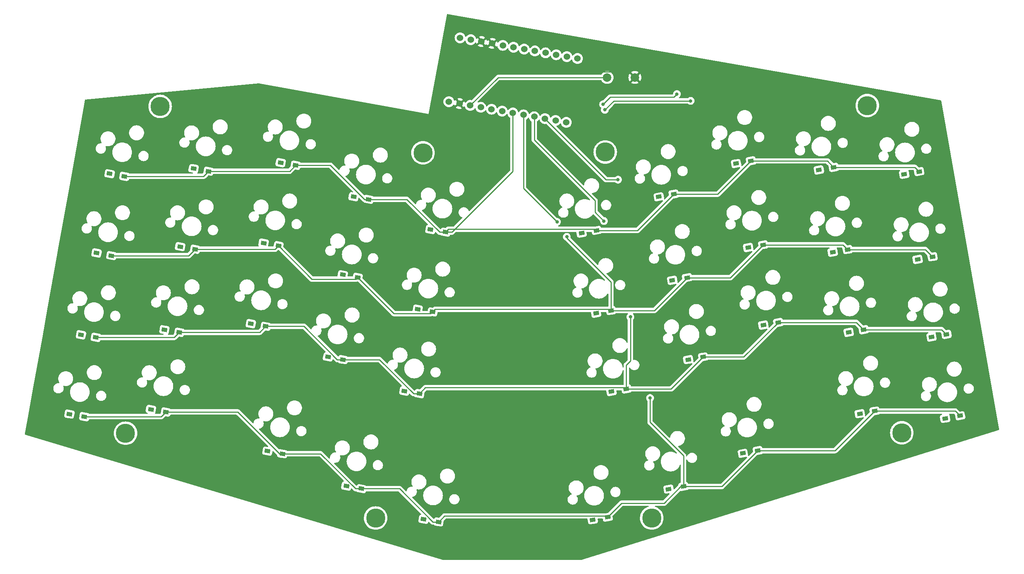
<source format=gbr>
%TF.GenerationSoftware,KiCad,Pcbnew,7.0.2-0*%
%TF.CreationDate,2023-08-23T20:42:08+09:00*%
%TF.ProjectId,rev1,72657631-2e6b-4696-9361-645f70636258,rev?*%
%TF.SameCoordinates,Original*%
%TF.FileFunction,Copper,L1,Top*%
%TF.FilePolarity,Positive*%
%FSLAX46Y46*%
G04 Gerber Fmt 4.6, Leading zero omitted, Abs format (unit mm)*
G04 Created by KiCad (PCBNEW 7.0.2-0) date 2023-08-23 20:42:08*
%MOMM*%
%LPD*%
G01*
G04 APERTURE LIST*
G04 Aperture macros list*
%AMRotRect*
0 Rectangle, with rotation*
0 The origin of the aperture is its center*
0 $1 length*
0 $2 width*
0 $3 Rotation angle, in degrees counterclockwise*
0 Add horizontal line*
21,1,$1,$2,0,0,$3*%
G04 Aperture macros list end*
%TA.AperFunction,WasherPad*%
%ADD10C,4.500000*%
%TD*%
%TA.AperFunction,ComponentPad*%
%ADD11C,1.524000*%
%TD*%
%TA.AperFunction,ComponentPad*%
%ADD12C,2.000000*%
%TD*%
%TA.AperFunction,SMDPad,CuDef*%
%ADD13RotRect,1.300000X0.950000X170.000000*%
%TD*%
%TA.AperFunction,SMDPad,CuDef*%
%ADD14RotRect,1.300000X0.950000X190.000000*%
%TD*%
%TA.AperFunction,ViaPad*%
%ADD15C,0.800000*%
%TD*%
%TA.AperFunction,Conductor*%
%ADD16C,0.250000*%
%TD*%
G04 APERTURE END LIST*
D10*
%TO.P,Ref\u002A\u002A,*%
%TO.N,*%
X245200000Y-123800000D03*
%TD*%
%TO.P,Ref\u002A\u002A,*%
%TO.N,*%
X71400000Y-47200000D03*
%TD*%
%TO.P,Ref\u002A\u002A,*%
%TO.N,*%
X63300000Y-123900000D03*
%TD*%
%TO.P,Ref\u002A\u002A,*%
%TO.N,*%
X121900000Y-143800000D03*
%TD*%
D11*
%TO.P,U1,1,D3/TX0*%
%TO.N,unconnected-(U1-D3{slash}TX0-Pad1)*%
X141692559Y-31098356D03*
%TO.P,U1,2,D2/RX1*%
%TO.N,unconnected-(U1-D2{slash}RX1-Pad2)*%
X144193971Y-31539422D03*
%TO.P,U1,3,GND*%
%TO.N,GND*%
X146695382Y-31980489D03*
%TO.P,U1,4,GND*%
X149196794Y-32421555D03*
%TO.P,U1,5,SDA/D1/2*%
%TO.N,Column0*%
X151698206Y-32862621D03*
%TO.P,U1,6,SCL/D0/3*%
%TO.N,Column1*%
X154199618Y-33303688D03*
%TO.P,U1,7,D4/4*%
%TO.N,Column2*%
X156701029Y-33744754D03*
%TO.P,U1,8,C6/5*%
%TO.N,Column3*%
X159202441Y-34185821D03*
%TO.P,U1,9,D7/6*%
%TO.N,Column4*%
X161703853Y-34626887D03*
%TO.P,U1,10,E6/7*%
%TO.N,Column5*%
X164205264Y-35067953D03*
%TO.P,U1,11,B4/8*%
%TO.N,Column6*%
X166706676Y-35509020D03*
%TO.P,U1,12,B5/9*%
%TO.N,Column7*%
X169208088Y-35950086D03*
%TO.P,U1,13,10/B6*%
%TO.N,Column9*%
X166565162Y-50938860D03*
%TO.P,U1,14,16/B2*%
%TO.N,Column8*%
X164063751Y-50497794D03*
%TO.P,U1,15,14/B3*%
%TO.N,Row3*%
X161562339Y-50056727D03*
%TO.P,U1,16,15/B1*%
%TO.N,Row2*%
X159060927Y-49615661D03*
%TO.P,U1,17,A0/F7*%
%TO.N,Row1*%
X156559516Y-49174595D03*
%TO.P,U1,18,A1/F6*%
%TO.N,Row0*%
X154058104Y-48733528D03*
%TO.P,U1,19,A2/F5*%
%TO.N,unconnected-(U1-A2{slash}F5-Pad19)*%
X151556692Y-48292462D03*
%TO.P,U1,20,A3/F4*%
%TO.N,unconnected-(U1-A3{slash}F4-Pad20)*%
X149055281Y-47851395D03*
%TO.P,U1,21,VCC*%
%TO.N,VCC*%
X146553869Y-47410329D03*
%TO.P,U1,22,RST*%
%TO.N,Net-(U1-RST)*%
X144052457Y-46969263D03*
%TO.P,U1,23,GND*%
%TO.N,GND*%
X141551046Y-46528196D03*
%TO.P,U1,24,RAW*%
%TO.N,unconnected-(U1-RAW-Pad24)*%
X139049634Y-46087130D03*
%TD*%
D12*
%TO.P,SW41,1,1*%
%TO.N,GND*%
X182650000Y-40400000D03*
%TO.P,SW41,2,2*%
%TO.N,Net-(U1-RST)*%
X176150000Y-40400000D03*
%TD*%
D10*
%TO.P,Ref\u002A\u002A,*%
%TO.N,*%
X175700000Y-57900000D03*
%TD*%
%TO.P,Ref\u002A\u002A,*%
%TO.N,*%
X186600000Y-143800000D03*
%TD*%
%TO.P,Ref\u002A\u002A,*%
%TO.N,*%
X133000000Y-58100000D03*
%TD*%
%TO.P,Ref\u002A\u002A,*%
%TO.N,*%
X237100000Y-47000000D03*
%TD*%
D13*
%TO.P,D15,1,K*%
%TO.N,Row1*%
X135248034Y-95408226D03*
%TO.P,D15,2,A*%
%TO.N,Net-(D15-A)*%
X131751966Y-94791774D03*
%TD*%
D14*
%TO.P,D39,1,K*%
%TO.N,Row3*%
X238848034Y-118691774D03*
%TO.P,D39,2,A*%
%TO.N,Net-(D39-A)*%
X235351966Y-119308226D03*
%TD*%
D13*
%TO.P,D5,1,K*%
%TO.N,Row0*%
X138248034Y-76708226D03*
%TO.P,D5,2,A*%
%TO.N,Net-(D5-A)*%
X134751966Y-76091774D03*
%TD*%
D14*
%TO.P,D26,1,K*%
%TO.N,Row2*%
X180648034Y-113491774D03*
%TO.P,D26,2,A*%
%TO.N,Net-(D26-A)*%
X177151966Y-114108226D03*
%TD*%
%TO.P,D9,1,K*%
%TO.N,Row0*%
X229248034Y-61491774D03*
%TO.P,D9,2,A*%
%TO.N,Net-(D9-A)*%
X225751966Y-62108226D03*
%TD*%
D13*
%TO.P,D24,1,K*%
%TO.N,Row2*%
X114248034Y-106608226D03*
%TO.P,D24,2,A*%
%TO.N,Net-(D24-A)*%
X110751966Y-105991774D03*
%TD*%
%TO.P,D35,1,K*%
%TO.N,Row3*%
X136648034Y-144708226D03*
%TO.P,D35,2,A*%
%TO.N,Net-(D35-A)*%
X133151966Y-144091774D03*
%TD*%
%TO.P,D14,1,K*%
%TO.N,Row1*%
X117696034Y-87316426D03*
%TO.P,D14,2,A*%
%TO.N,Net-(D14-A)*%
X114199966Y-86699974D03*
%TD*%
D14*
%TO.P,D6,1,K*%
%TO.N,Row0*%
X173648034Y-76291774D03*
%TO.P,D6,2,A*%
%TO.N,Net-(D6-A)*%
X170151966Y-76908226D03*
%TD*%
D13*
%TO.P,D33,1,K*%
%TO.N,Row3*%
X100048034Y-128708226D03*
%TO.P,D33,2,A*%
%TO.N,Net-(D33-A)*%
X96551966Y-128091774D03*
%TD*%
%TO.P,D23,1,K*%
%TO.N,Row2*%
X96148034Y-98808226D03*
%TO.P,D23,2,A*%
%TO.N,Net-(D23-A)*%
X92651966Y-98191774D03*
%TD*%
D14*
%TO.P,D28,1,K*%
%TO.N,Row2*%
X216248034Y-97891774D03*
%TO.P,D28,2,A*%
%TO.N,Net-(D28-A)*%
X212751966Y-98508226D03*
%TD*%
D13*
%TO.P,D1,1,K*%
%TO.N,Row0*%
X63048034Y-63608226D03*
%TO.P,D1,2,A*%
%TO.N,Net-(D1-A)*%
X59551966Y-62991774D03*
%TD*%
%TO.P,D22,1,K*%
%TO.N,Row2*%
X75896034Y-100216426D03*
%TO.P,D22,2,A*%
%TO.N,Net-(D22-A)*%
X72399966Y-99599974D03*
%TD*%
D14*
%TO.P,D27,1,K*%
%TO.N,Row2*%
X198648034Y-105991774D03*
%TO.P,D27,2,A*%
%TO.N,Net-(D27-A)*%
X195151966Y-106608226D03*
%TD*%
D13*
%TO.P,D2,1,K*%
%TO.N,Row0*%
X82748034Y-62408226D03*
%TO.P,D2,2,A*%
%TO.N,Net-(D2-A)*%
X79251966Y-61791774D03*
%TD*%
D14*
%TO.P,D38,1,K*%
%TO.N,Row3*%
X211448034Y-127991774D03*
%TO.P,D38,2,A*%
%TO.N,Net-(D38-A)*%
X207951966Y-128608226D03*
%TD*%
%TO.P,D37,1,K*%
%TO.N,Row3*%
X194048034Y-136391774D03*
%TO.P,D37,2,A*%
%TO.N,Net-(D37-A)*%
X190551966Y-137008226D03*
%TD*%
%TO.P,D30,1,K*%
%TO.N,Row2*%
X255648034Y-100691774D03*
%TO.P,D30,2,A*%
%TO.N,Net-(D30-A)*%
X252151966Y-101308226D03*
%TD*%
%TO.P,D29,1,K*%
%TO.N,Row2*%
X236248034Y-99591774D03*
%TO.P,D29,2,A*%
%TO.N,Net-(D29-A)*%
X232751966Y-100208226D03*
%TD*%
D13*
%TO.P,D4,1,K*%
%TO.N,Row0*%
X120248034Y-69008226D03*
%TO.P,D4,2,A*%
%TO.N,Net-(D4-A)*%
X116751966Y-68391774D03*
%TD*%
D14*
%TO.P,D20,1,K*%
%TO.N,Row1*%
X252396034Y-82483574D03*
%TO.P,D20,2,A*%
%TO.N,Net-(D20-A)*%
X248899966Y-83100026D03*
%TD*%
D13*
%TO.P,D32,1,K*%
%TO.N,Row3*%
X72748034Y-118908226D03*
%TO.P,D32,2,A*%
%TO.N,Net-(D32-A)*%
X69251966Y-118291774D03*
%TD*%
D14*
%TO.P,D17,1,K*%
%TO.N,Row1*%
X194896034Y-87383574D03*
%TO.P,D17,2,A*%
%TO.N,Net-(D17-A)*%
X191399966Y-88000026D03*
%TD*%
%TO.P,D10,1,K*%
%TO.N,Row0*%
X249248034Y-62491774D03*
%TO.P,D10,2,A*%
%TO.N,Net-(D10-A)*%
X245751966Y-63108226D03*
%TD*%
%TO.P,D7,1,K*%
%TO.N,Row0*%
X191748034Y-67791774D03*
%TO.P,D7,2,A*%
%TO.N,Net-(D7-A)*%
X188251966Y-68408226D03*
%TD*%
D13*
%TO.P,D13,1,K*%
%TO.N,Row1*%
X99148034Y-79908226D03*
%TO.P,D13,2,A*%
%TO.N,Net-(D13-A)*%
X95651966Y-79291774D03*
%TD*%
D14*
%TO.P,D16,1,K*%
%TO.N,Row1*%
X177048034Y-95091774D03*
%TO.P,D16,2,A*%
%TO.N,Net-(D16-A)*%
X173551966Y-95708226D03*
%TD*%
D13*
%TO.P,D12,1,K*%
%TO.N,Row1*%
X79596034Y-80716426D03*
%TO.P,D12,2,A*%
%TO.N,Net-(D12-A)*%
X76099966Y-80099974D03*
%TD*%
D14*
%TO.P,D18,1,K*%
%TO.N,Row1*%
X212696034Y-79683574D03*
%TO.P,D18,2,A*%
%TO.N,Net-(D18-A)*%
X209199966Y-80300026D03*
%TD*%
%TO.P,D19,1,K*%
%TO.N,Row1*%
X232496034Y-80783574D03*
%TO.P,D19,2,A*%
%TO.N,Net-(D19-A)*%
X228999966Y-81400026D03*
%TD*%
D13*
%TO.P,D34,1,K*%
%TO.N,Row3*%
X118548034Y-136908226D03*
%TO.P,D34,2,A*%
%TO.N,Net-(D34-A)*%
X115051966Y-136291774D03*
%TD*%
%TO.P,D31,1,K*%
%TO.N,Row3*%
X53648034Y-120008226D03*
%TO.P,D31,2,A*%
%TO.N,Net-(D31-A)*%
X50151966Y-119391774D03*
%TD*%
%TO.P,D3,1,K*%
%TO.N,Row0*%
X103148034Y-61008226D03*
%TO.P,D3,2,A*%
%TO.N,Net-(D3-A)*%
X99651966Y-60391774D03*
%TD*%
D14*
%TO.P,D8,1,K*%
%TO.N,Row0*%
X209848034Y-59991774D03*
%TO.P,D8,2,A*%
%TO.N,Net-(D8-A)*%
X206351966Y-60608226D03*
%TD*%
%TO.P,D40,1,K*%
%TO.N,Row3*%
X258848034Y-119791774D03*
%TO.P,D40,2,A*%
%TO.N,Net-(D40-A)*%
X255351966Y-120408226D03*
%TD*%
D13*
%TO.P,D25,1,K*%
%TO.N,Row2*%
X132148034Y-114608226D03*
%TO.P,D25,2,A*%
%TO.N,Net-(D25-A)*%
X128651966Y-113991774D03*
%TD*%
D14*
%TO.P,D36,1,K*%
%TO.N,Row3*%
X176248034Y-143591774D03*
%TO.P,D36,2,A*%
%TO.N,Net-(D36-A)*%
X172751966Y-144208226D03*
%TD*%
D13*
%TO.P,D11,1,K*%
%TO.N,Row1*%
X59996034Y-82216426D03*
%TO.P,D11,2,A*%
%TO.N,Net-(D11-A)*%
X56499966Y-81599974D03*
%TD*%
%TO.P,D21,1,K*%
%TO.N,Row2*%
X56348034Y-101408226D03*
%TO.P,D21,2,A*%
%TO.N,Net-(D21-A)*%
X52851966Y-100791774D03*
%TD*%
D15*
%TO.N,Row1*%
X166700000Y-77800000D03*
X164400000Y-74300000D03*
%TO.N,Row2*%
X175400000Y-74100000D03*
X181600000Y-96600000D03*
%TO.N,Row3*%
X178700000Y-64400000D03*
X186200000Y-115600000D03*
%TO.N,Column8*%
X175600000Y-48000000D03*
X195700000Y-45900000D03*
%TO.N,Column9*%
X192500000Y-44300000D03*
X175200000Y-46700000D03*
%TD*%
D16*
%TO.N,Row0*%
X138953689Y-76002571D02*
X173358831Y-76002571D01*
X138248034Y-76708226D02*
X138953689Y-76002571D01*
X129205559Y-69008226D02*
X136905559Y-76708226D01*
X119308226Y-69008226D02*
X120248034Y-69008226D01*
X111308226Y-61008226D02*
X119308226Y-69008226D01*
X173358831Y-76002571D02*
X173648034Y-76291774D01*
X191748034Y-67791774D02*
X202048034Y-67791774D01*
X209848034Y-59991774D02*
X227748034Y-59991774D01*
X136905559Y-76708226D02*
X138248034Y-76708226D01*
X103148034Y-61008226D02*
X111308226Y-61008226D01*
X248248034Y-61491774D02*
X249248034Y-62491774D01*
X81548034Y-63608226D02*
X82748034Y-62408226D01*
X154058104Y-62437485D02*
X154058104Y-48733528D01*
X183248034Y-76291774D02*
X191748034Y-67791774D01*
X202048034Y-67791774D02*
X209848034Y-59991774D01*
X120248034Y-69008226D02*
X129205559Y-69008226D01*
X229248034Y-61491774D02*
X248248034Y-61491774D01*
X227748034Y-59991774D02*
X229248034Y-61491774D01*
X82748034Y-62408226D02*
X101748034Y-62408226D01*
X101748034Y-62408226D02*
X103148034Y-61008226D01*
X138248034Y-76708226D02*
X139787363Y-76708226D01*
X63048034Y-63608226D02*
X81548034Y-63608226D01*
X173648034Y-76291774D02*
X183248034Y-76291774D01*
X139787363Y-76708226D02*
X154058104Y-62437485D01*
%TO.N,Row1*%
X59996034Y-82216426D02*
X78096034Y-82216426D01*
X156559516Y-66459516D02*
X156559516Y-49174595D01*
X177048034Y-95091774D02*
X187187834Y-95091774D01*
X166700000Y-78087681D02*
X166700000Y-77800000D01*
X98339834Y-80716426D02*
X99148034Y-79908226D01*
X135853689Y-94802571D02*
X176758831Y-94802571D01*
X176758831Y-94802571D02*
X177048034Y-95091774D01*
X212696034Y-79683574D02*
X231396034Y-79683574D01*
X78096034Y-82216426D02*
X79596034Y-80716426D01*
X117696034Y-87316426D02*
X126197862Y-95818254D01*
X250696034Y-80783574D02*
X252396034Y-82483574D01*
X194896034Y-87383574D02*
X204996034Y-87383574D01*
X232496034Y-80783574D02*
X250696034Y-80783574D01*
X79596034Y-80716426D02*
X98339834Y-80716426D01*
X164400000Y-74300000D02*
X156559516Y-66459516D01*
X134838006Y-95818254D02*
X135248034Y-95408226D01*
X204996034Y-87383574D02*
X212696034Y-79683574D01*
X106966262Y-87726454D02*
X117286006Y-87726454D01*
X117286006Y-87726454D02*
X117696034Y-87316426D01*
X177048034Y-95091774D02*
X177048034Y-88435715D01*
X177048034Y-88435715D02*
X166700000Y-78087681D01*
X99148034Y-79908226D02*
X106966262Y-87726454D01*
X126197862Y-95818254D02*
X134838006Y-95818254D01*
X231396034Y-79683574D02*
X232496034Y-80783574D01*
X187187834Y-95091774D02*
X194896034Y-87383574D01*
X135248034Y-95408226D02*
X135853689Y-94802571D01*
%TO.N,Row2*%
X254548034Y-99591774D02*
X255648034Y-100691774D01*
X173318200Y-69318200D02*
X159060927Y-55060927D01*
X180648034Y-113491774D02*
X180648034Y-107869023D01*
X96148034Y-98808226D02*
X105105559Y-98808226D01*
X180648034Y-113491774D02*
X191148034Y-113491774D01*
X159060927Y-55060927D02*
X159060927Y-49615661D01*
X105105559Y-98808226D02*
X112905559Y-106608226D01*
X133553689Y-113202571D02*
X180358831Y-113202571D01*
X191148034Y-113491774D02*
X198648034Y-105991774D01*
X122805559Y-106608226D02*
X130805559Y-114608226D01*
X130805559Y-114608226D02*
X132148034Y-114608226D01*
X236248034Y-99591774D02*
X254548034Y-99591774D01*
X234548034Y-97891774D02*
X236248034Y-99591774D01*
X175400000Y-74100000D02*
X173318200Y-72018200D01*
X74704234Y-101408226D02*
X75896034Y-100216426D01*
X173318200Y-72018200D02*
X173318200Y-69318200D01*
X56348034Y-101408226D02*
X74704234Y-101408226D01*
X112905559Y-106608226D02*
X114248034Y-106608226D01*
X181600000Y-106917057D02*
X181600000Y-96600000D01*
X180648034Y-107869023D02*
X181600000Y-106917057D01*
X94739834Y-100216426D02*
X96148034Y-98808226D01*
X75896034Y-100216426D02*
X94739834Y-100216426D01*
X180358831Y-113202571D02*
X180648034Y-113491774D01*
X114248034Y-106608226D02*
X122805559Y-106608226D01*
X198648034Y-105991774D02*
X208148034Y-105991774D01*
X208148034Y-105991774D02*
X216248034Y-97891774D01*
X216248034Y-97891774D02*
X234548034Y-97891774D01*
X132148034Y-114608226D02*
X133553689Y-113202571D01*
%TO.N,Row3*%
X117205559Y-136908226D02*
X118548034Y-136908226D01*
X89588007Y-118908226D02*
X99388007Y-128708226D01*
X229548034Y-127991774D02*
X238848034Y-118691774D01*
X99388007Y-128708226D02*
X100048034Y-128708226D01*
X72748034Y-118908226D02*
X89588007Y-118908226D01*
X189500000Y-140300000D02*
X193408226Y-136391774D01*
X211448034Y-127991774D02*
X229548034Y-127991774D01*
X71648034Y-120008226D02*
X72748034Y-118908226D01*
X118548034Y-136908226D02*
X127505559Y-136908226D01*
X194048034Y-136391774D02*
X194048034Y-129169715D01*
X176248034Y-143591774D02*
X179539808Y-140300000D01*
X136648034Y-144708226D02*
X138053689Y-143302571D01*
X175958831Y-143302571D02*
X176248034Y-143591774D01*
X178700000Y-64400000D02*
X175905612Y-64400000D01*
X127505559Y-136908226D02*
X135305559Y-144708226D01*
X193408226Y-136391774D02*
X194048034Y-136391774D01*
X179539808Y-140300000D02*
X189500000Y-140300000D01*
X53648034Y-120008226D02*
X71648034Y-120008226D01*
X194048034Y-136391774D02*
X203048034Y-136391774D01*
X175905612Y-64400000D02*
X161562339Y-50056727D01*
X238848034Y-118691774D02*
X257748034Y-118691774D01*
X194048034Y-129169715D02*
X186200000Y-121321681D01*
X186200000Y-121321681D02*
X186200000Y-115600000D01*
X138053689Y-143302571D02*
X175958831Y-143302571D01*
X203048034Y-136391774D02*
X211448034Y-127991774D01*
X257748034Y-118691774D02*
X258848034Y-119791774D01*
X100048034Y-128708226D02*
X109005559Y-128708226D01*
X135305559Y-144708226D02*
X136648034Y-144708226D01*
X109005559Y-128708226D02*
X117205559Y-136908226D01*
%TO.N,Column8*%
X195700000Y-45900000D02*
X177700000Y-45900000D01*
X177700000Y-45900000D02*
X175600000Y-48000000D01*
%TO.N,Column9*%
X191775000Y-45025000D02*
X176875000Y-45025000D01*
X192500000Y-44300000D02*
X191775000Y-45025000D01*
X176875000Y-45025000D02*
X175200000Y-46700000D01*
%TO.N,GND*%
X181325000Y-39075000D02*
X155850239Y-39075000D01*
X182650000Y-40400000D02*
X181325000Y-39075000D01*
X155850239Y-39075000D02*
X149196794Y-32421555D01*
%TO.N,Net-(U1-RST)*%
X176150000Y-40400000D02*
X150621720Y-40400000D01*
X150621720Y-40400000D02*
X144052457Y-46969263D01*
%TD*%
%TA.AperFunction,Conductor*%
%TO.N,GND*%
G36*
X215727721Y-39021170D02*
G01*
X254313921Y-45785418D01*
X254376555Y-45816383D01*
X254412505Y-45876294D01*
X254414634Y-45886070D01*
X267630565Y-121003082D01*
X267958058Y-122864499D01*
X267980530Y-122992223D01*
X267972760Y-123061659D01*
X267928683Y-123115871D01*
X267895289Y-123132097D01*
X170117938Y-153593888D01*
X170081055Y-153599500D01*
X137718270Y-153599500D01*
X137682639Y-153594270D01*
X105035074Y-143800000D01*
X119144473Y-143800000D01*
X119144699Y-143803736D01*
X119164337Y-144128403D01*
X119164338Y-144128416D01*
X119164564Y-144132142D01*
X119165238Y-144135824D01*
X119165239Y-144135826D01*
X119223869Y-144455761D01*
X119223871Y-144455770D01*
X119224544Y-144459441D01*
X119225656Y-144463012D01*
X119225658Y-144463017D01*
X119291290Y-144673638D01*
X119323537Y-144777123D01*
X119460102Y-145080557D01*
X119462035Y-145083755D01*
X119462039Y-145083762D01*
X119522868Y-145184385D01*
X119632246Y-145365318D01*
X119837458Y-145627252D01*
X120072748Y-145862542D01*
X120334682Y-146067754D01*
X120619443Y-146239898D01*
X120922877Y-146376463D01*
X121240559Y-146475456D01*
X121567858Y-146535436D01*
X121900000Y-146555527D01*
X122232142Y-146535436D01*
X122559441Y-146475456D01*
X122877123Y-146376463D01*
X123180557Y-146239898D01*
X123465318Y-146067754D01*
X123727252Y-145862542D01*
X123962542Y-145627252D01*
X124167754Y-145365318D01*
X124339898Y-145080557D01*
X124476463Y-144777123D01*
X124575456Y-144459441D01*
X124635436Y-144132142D01*
X124655527Y-143800000D01*
X124635436Y-143467858D01*
X124575456Y-143140559D01*
X124476463Y-142822877D01*
X124339898Y-142519443D01*
X124167754Y-142234682D01*
X123962542Y-141972748D01*
X123727252Y-141737458D01*
X123465318Y-141532246D01*
X123322937Y-141446174D01*
X123183762Y-141362039D01*
X123183755Y-141362035D01*
X123180557Y-141360102D01*
X122877123Y-141223537D01*
X122873545Y-141222422D01*
X122563017Y-141125658D01*
X122563012Y-141125656D01*
X122559441Y-141124544D01*
X122555770Y-141123871D01*
X122555761Y-141123869D01*
X122235826Y-141065239D01*
X122235824Y-141065238D01*
X122232142Y-141064564D01*
X122228416Y-141064338D01*
X122228403Y-141064337D01*
X121903736Y-141044699D01*
X121900000Y-141044473D01*
X121896264Y-141044699D01*
X121571596Y-141064337D01*
X121571581Y-141064338D01*
X121567858Y-141064564D01*
X121564177Y-141065238D01*
X121564173Y-141065239D01*
X121244238Y-141123869D01*
X121244225Y-141123872D01*
X121240559Y-141124544D01*
X121236991Y-141125655D01*
X121236982Y-141125658D01*
X120926454Y-141222422D01*
X120926448Y-141222424D01*
X120922877Y-141223537D01*
X120619443Y-141360102D01*
X120616250Y-141362031D01*
X120616237Y-141362039D01*
X120337886Y-141530309D01*
X120334682Y-141532246D01*
X120331740Y-141534550D01*
X120331734Y-141534555D01*
X120075699Y-141735146D01*
X120072748Y-141737458D01*
X120070102Y-141740103D01*
X120070094Y-141740111D01*
X119840111Y-141970094D01*
X119840103Y-141970102D01*
X119837458Y-141972748D01*
X119835146Y-141975698D01*
X119835146Y-141975699D01*
X119634555Y-142231734D01*
X119634550Y-142231740D01*
X119632246Y-142234682D01*
X119630309Y-142237884D01*
X119630309Y-142237886D01*
X119462039Y-142516237D01*
X119462031Y-142516250D01*
X119460102Y-142519443D01*
X119458565Y-142522857D01*
X119458565Y-142522858D01*
X119326376Y-142816570D01*
X119323537Y-142822877D01*
X119322424Y-142826448D01*
X119322422Y-142826454D01*
X119225658Y-143136982D01*
X119225655Y-143136991D01*
X119224544Y-143140559D01*
X119223872Y-143144225D01*
X119223869Y-143144238D01*
X119186046Y-143350635D01*
X119164564Y-143467858D01*
X119164338Y-143471581D01*
X119164337Y-143471596D01*
X119151253Y-143687916D01*
X119144473Y-143800000D01*
X105035074Y-143800000D01*
X39806523Y-124231434D01*
X39747967Y-124193316D01*
X39719315Y-124129592D01*
X39720101Y-124090774D01*
X39754324Y-123900000D01*
X60544473Y-123900000D01*
X60544698Y-123903736D01*
X60544699Y-123903736D01*
X60564337Y-124228403D01*
X60564338Y-124228416D01*
X60564564Y-124232142D01*
X60565238Y-124235824D01*
X60565239Y-124235826D01*
X60623869Y-124555761D01*
X60623871Y-124555770D01*
X60624544Y-124559441D01*
X60625656Y-124563012D01*
X60625658Y-124563017D01*
X60694885Y-124785174D01*
X60723537Y-124877123D01*
X60860102Y-125180557D01*
X60862035Y-125183755D01*
X60862039Y-125183762D01*
X60899054Y-125244992D01*
X61032246Y-125465318D01*
X61237458Y-125727252D01*
X61472748Y-125962542D01*
X61734682Y-126167754D01*
X61989446Y-126321764D01*
X62007299Y-126332557D01*
X62019443Y-126339898D01*
X62322877Y-126476463D01*
X62640559Y-126575456D01*
X62967858Y-126635436D01*
X63300000Y-126655527D01*
X63632142Y-126635436D01*
X63959441Y-126575456D01*
X64277123Y-126476463D01*
X64580557Y-126339898D01*
X64865318Y-126167754D01*
X65127252Y-125962542D01*
X65362542Y-125727252D01*
X65567754Y-125465318D01*
X65739898Y-125180557D01*
X65876463Y-124877123D01*
X65975456Y-124559441D01*
X66035436Y-124232142D01*
X66055527Y-123900000D01*
X66035436Y-123567858D01*
X65975456Y-123240559D01*
X65876463Y-122922877D01*
X65739898Y-122619443D01*
X65567754Y-122334682D01*
X65362542Y-122072748D01*
X65127252Y-121837458D01*
X64865318Y-121632246D01*
X64678127Y-121519085D01*
X64583762Y-121462039D01*
X64583755Y-121462035D01*
X64580557Y-121460102D01*
X64277123Y-121323537D01*
X64180817Y-121293527D01*
X63963017Y-121225658D01*
X63963012Y-121225656D01*
X63959441Y-121224544D01*
X63955770Y-121223871D01*
X63955761Y-121223869D01*
X63635826Y-121165239D01*
X63635824Y-121165238D01*
X63632142Y-121164564D01*
X63628416Y-121164338D01*
X63628403Y-121164337D01*
X63303736Y-121144699D01*
X63300000Y-121144473D01*
X63296264Y-121144699D01*
X62971596Y-121164337D01*
X62971581Y-121164338D01*
X62967858Y-121164564D01*
X62964177Y-121165238D01*
X62964173Y-121165239D01*
X62644238Y-121223869D01*
X62644225Y-121223872D01*
X62640559Y-121224544D01*
X62636991Y-121225655D01*
X62636982Y-121225658D01*
X62326454Y-121322422D01*
X62326448Y-121322424D01*
X62322877Y-121323537D01*
X62319468Y-121325071D01*
X62319466Y-121325072D01*
X62044302Y-121448914D01*
X62019443Y-121460102D01*
X62016250Y-121462031D01*
X62016237Y-121462039D01*
X61743039Y-121627194D01*
X61734682Y-121632246D01*
X61731740Y-121634550D01*
X61731734Y-121634555D01*
X61544675Y-121781107D01*
X61472748Y-121837458D01*
X61470102Y-121840103D01*
X61470094Y-121840111D01*
X61240111Y-122070094D01*
X61240103Y-122070102D01*
X61237458Y-122072748D01*
X61235146Y-122075698D01*
X61235146Y-122075699D01*
X61034555Y-122331734D01*
X61034550Y-122331740D01*
X61032246Y-122334682D01*
X61030309Y-122337884D01*
X61030309Y-122337886D01*
X60862039Y-122616237D01*
X60862031Y-122616250D01*
X60860102Y-122619443D01*
X60858565Y-122622857D01*
X60858565Y-122622858D01*
X60762387Y-122836557D01*
X60723537Y-122922877D01*
X60722424Y-122926448D01*
X60722422Y-122926454D01*
X60625658Y-123236982D01*
X60625655Y-123236991D01*
X60624544Y-123240559D01*
X60623872Y-123244225D01*
X60623869Y-123244238D01*
X60567291Y-123552976D01*
X60564564Y-123567858D01*
X60564338Y-123571581D01*
X60564337Y-123571596D01*
X60552235Y-123771672D01*
X60544473Y-123900000D01*
X39754324Y-123900000D01*
X40495787Y-119766739D01*
X48924108Y-119766739D01*
X48950223Y-119908268D01*
X48950224Y-119908271D01*
X48953948Y-119915637D01*
X49015157Y-120036714D01*
X49113643Y-120141659D01*
X49113644Y-120141660D01*
X49237710Y-120214607D01*
X49295301Y-120231270D01*
X50669842Y-120473637D01*
X50729660Y-120477678D01*
X50729660Y-120477677D01*
X50729661Y-120477678D01*
X50783086Y-120467820D01*
X50871193Y-120451563D01*
X50999635Y-120386630D01*
X51003300Y-120383191D01*
X52420176Y-120383191D01*
X52443397Y-120509034D01*
X52446292Y-120524723D01*
X52468215Y-120568088D01*
X52511225Y-120653166D01*
X52581749Y-120728315D01*
X52609712Y-120758112D01*
X52733778Y-120831059D01*
X52791369Y-120847722D01*
X54165910Y-121090089D01*
X54225728Y-121094130D01*
X54225728Y-121094129D01*
X54225729Y-121094130D01*
X54261111Y-121087601D01*
X54367261Y-121068015D01*
X54495703Y-121003082D01*
X54600650Y-120904595D01*
X54673597Y-120780529D01*
X54690164Y-120723263D01*
X54727707Y-120664336D01*
X54791147Y-120635059D01*
X54809280Y-120633726D01*
X71565290Y-120633726D01*
X71585796Y-120635990D01*
X71588699Y-120635898D01*
X71588701Y-120635899D01*
X71655906Y-120633787D01*
X71659802Y-120633726D01*
X71683482Y-120633726D01*
X71687384Y-120633726D01*
X71691347Y-120633225D01*
X71702996Y-120632306D01*
X71746661Y-120630935D01*
X71765893Y-120625346D01*
X71784952Y-120621400D01*
X71791230Y-120620607D01*
X71804826Y-120618890D01*
X71845441Y-120602808D01*
X71856478Y-120599029D01*
X71898424Y-120586844D01*
X71915663Y-120576648D01*
X71933136Y-120568088D01*
X71951766Y-120560712D01*
X71987098Y-120535040D01*
X71996864Y-120528626D01*
X72034452Y-120506397D01*
X72034451Y-120506397D01*
X72034454Y-120506396D01*
X72048619Y-120492230D01*
X72063407Y-120479599D01*
X72079621Y-120467820D01*
X72107472Y-120434152D01*
X72115313Y-120425535D01*
X72612316Y-119928532D01*
X72673637Y-119895049D01*
X72721522Y-119894099D01*
X73265910Y-119990089D01*
X73325728Y-119994130D01*
X73325728Y-119994129D01*
X73325729Y-119994130D01*
X73361111Y-119987601D01*
X73467261Y-119968015D01*
X73595703Y-119903082D01*
X73700650Y-119804595D01*
X73773597Y-119680529D01*
X73790164Y-119623263D01*
X73827707Y-119564336D01*
X73891147Y-119535059D01*
X73909280Y-119533726D01*
X89277555Y-119533726D01*
X89344594Y-119553411D01*
X89365236Y-119570045D01*
X96692064Y-126896874D01*
X96725549Y-126958197D01*
X96720565Y-127027889D01*
X96678693Y-127083822D01*
X96613229Y-127108239D01*
X96582851Y-127106671D01*
X96037359Y-127010487D01*
X96037351Y-127010486D01*
X96034090Y-127009911D01*
X96030785Y-127009687D01*
X96030779Y-127009687D01*
X95974270Y-127005869D01*
X95832741Y-127031984D01*
X95704295Y-127096918D01*
X95599349Y-127195405D01*
X95526404Y-127319468D01*
X95526403Y-127319470D01*
X95526403Y-127319471D01*
X95509741Y-127377062D01*
X95509166Y-127380320D01*
X95509164Y-127380331D01*
X95328726Y-128403650D01*
X95328724Y-128403660D01*
X95328150Y-128406920D01*
X95327926Y-128410222D01*
X95327926Y-128410230D01*
X95324108Y-128466739D01*
X95350223Y-128608268D01*
X95350224Y-128608271D01*
X95382652Y-128672415D01*
X95415157Y-128736714D01*
X95504435Y-128831847D01*
X95513644Y-128841660D01*
X95637710Y-128914607D01*
X95695301Y-128931270D01*
X97069842Y-129173637D01*
X97129660Y-129177678D01*
X97129660Y-129177677D01*
X97129661Y-129177678D01*
X97165043Y-129171149D01*
X97271193Y-129151563D01*
X97399635Y-129086630D01*
X97504582Y-128988143D01*
X97577529Y-128864077D01*
X97594191Y-128806486D01*
X97703845Y-128184600D01*
X97734871Y-128121998D01*
X97794818Y-128086107D01*
X97864653Y-128088324D01*
X97913642Y-128118452D01*
X98784026Y-128988836D01*
X98817511Y-129050159D01*
X98819782Y-129081052D01*
X98846291Y-129224720D01*
X98846292Y-129224723D01*
X98857564Y-129247020D01*
X98911225Y-129353166D01*
X99004007Y-129452033D01*
X99009712Y-129458112D01*
X99133778Y-129531059D01*
X99191369Y-129547722D01*
X100565910Y-129790089D01*
X100625728Y-129794130D01*
X100625728Y-129794129D01*
X100625729Y-129794130D01*
X100661111Y-129787601D01*
X100767261Y-129768015D01*
X100895703Y-129703082D01*
X101000650Y-129604595D01*
X101073597Y-129480529D01*
X101090164Y-129423263D01*
X101127707Y-129364336D01*
X101191147Y-129335059D01*
X101209280Y-129333726D01*
X108695107Y-129333726D01*
X108762146Y-129353411D01*
X108782788Y-129370045D01*
X114429313Y-135016570D01*
X114462798Y-135077893D01*
X114457814Y-135147585D01*
X114415942Y-135203518D01*
X114364133Y-135226192D01*
X114332741Y-135231984D01*
X114204295Y-135296918D01*
X114099349Y-135395405D01*
X114026404Y-135519468D01*
X114012091Y-135568941D01*
X114009741Y-135577062D01*
X114009166Y-135580320D01*
X114009164Y-135580331D01*
X113828726Y-136603650D01*
X113828724Y-136603660D01*
X113828150Y-136606920D01*
X113827926Y-136610222D01*
X113827926Y-136610230D01*
X113824108Y-136666739D01*
X113850223Y-136808268D01*
X113850224Y-136808271D01*
X113877963Y-136863140D01*
X113915157Y-136936714D01*
X114010226Y-137038018D01*
X114013644Y-137041660D01*
X114137710Y-137114607D01*
X114195301Y-137131270D01*
X115569842Y-137373637D01*
X115629660Y-137377678D01*
X115629660Y-137377677D01*
X115629661Y-137377678D01*
X115665043Y-137371149D01*
X115771193Y-137351563D01*
X115899635Y-137286630D01*
X116004582Y-137188143D01*
X116077529Y-137064077D01*
X116094191Y-137006486D01*
X116101549Y-136964752D01*
X116132574Y-136902151D01*
X116192521Y-136866260D01*
X116262355Y-136868476D01*
X116311346Y-136898604D01*
X116704755Y-137292013D01*
X116717655Y-137308114D01*
X116719772Y-137310102D01*
X116719773Y-137310103D01*
X116761387Y-137349182D01*
X116768782Y-137356126D01*
X116771579Y-137358837D01*
X116791088Y-137378346D01*
X116794268Y-137380813D01*
X116803130Y-137388381D01*
X116815297Y-137399807D01*
X116834977Y-137418288D01*
X116852529Y-137427937D01*
X116868797Y-137438623D01*
X116884623Y-137450899D01*
X116924705Y-137468243D01*
X116935192Y-137473381D01*
X116973466Y-137494423D01*
X116981969Y-137496605D01*
X116992867Y-137499404D01*
X117011272Y-137505704D01*
X117029663Y-137513663D01*
X117072809Y-137520496D01*
X117084227Y-137522861D01*
X117126540Y-137533726D01*
X117146575Y-137533726D01*
X117165974Y-137535253D01*
X117185755Y-137538386D01*
X117229233Y-137534276D01*
X117240903Y-137533726D01*
X117339299Y-137533726D01*
X117406338Y-137553411D01*
X117429718Y-137572871D01*
X117509712Y-137658112D01*
X117633778Y-137731059D01*
X117691369Y-137747722D01*
X119065910Y-137990089D01*
X119125728Y-137994130D01*
X119125728Y-137994129D01*
X119125729Y-137994130D01*
X119161111Y-137987601D01*
X119267261Y-137968015D01*
X119395703Y-137903082D01*
X119500650Y-137804595D01*
X119573597Y-137680529D01*
X119590164Y-137623263D01*
X119627707Y-137564336D01*
X119691147Y-137535059D01*
X119709280Y-137533726D01*
X127195107Y-137533726D01*
X127262146Y-137553411D01*
X127282788Y-137570045D01*
X132529313Y-142816570D01*
X132562798Y-142877893D01*
X132557814Y-142947585D01*
X132515942Y-143003518D01*
X132464133Y-143026192D01*
X132432741Y-143031984D01*
X132304295Y-143096918D01*
X132199349Y-143195405D01*
X132126404Y-143319468D01*
X132126403Y-143319470D01*
X132126403Y-143319471D01*
X132109741Y-143377062D01*
X132109166Y-143380320D01*
X132109164Y-143380331D01*
X131928726Y-144403650D01*
X131928724Y-144403660D01*
X131928150Y-144406920D01*
X131927926Y-144410222D01*
X131927926Y-144410230D01*
X131924108Y-144466739D01*
X131950223Y-144608268D01*
X131950224Y-144608271D01*
X131980659Y-144668474D01*
X132015157Y-144736714D01*
X132080635Y-144806486D01*
X132113644Y-144841660D01*
X132237710Y-144914607D01*
X132295301Y-144931270D01*
X133669842Y-145173637D01*
X133729660Y-145177678D01*
X133729660Y-145177677D01*
X133729661Y-145177678D01*
X133765043Y-145171149D01*
X133871193Y-145151563D01*
X133999635Y-145086630D01*
X134104582Y-144988143D01*
X134177529Y-144864077D01*
X134194191Y-144806486D01*
X134201550Y-144764749D01*
X134232574Y-144702151D01*
X134292520Y-144666259D01*
X134362355Y-144668474D01*
X134411346Y-144698603D01*
X134804756Y-145092013D01*
X134817657Y-145108115D01*
X134819771Y-145110100D01*
X134819773Y-145110103D01*
X134863923Y-145151563D01*
X134868799Y-145156142D01*
X134871595Y-145158852D01*
X134891089Y-145178346D01*
X134894174Y-145180739D01*
X134894260Y-145180806D01*
X134903132Y-145188384D01*
X134934977Y-145218288D01*
X134952529Y-145227937D01*
X134968797Y-145238623D01*
X134984623Y-145250899D01*
X135024707Y-145268244D01*
X135035187Y-145273378D01*
X135073467Y-145294423D01*
X135078313Y-145295667D01*
X135092872Y-145299406D01*
X135111275Y-145305706D01*
X135129664Y-145313664D01*
X135172813Y-145320497D01*
X135184239Y-145322864D01*
X135199781Y-145326855D01*
X135226539Y-145333726D01*
X135226540Y-145333726D01*
X135246575Y-145333726D01*
X135265972Y-145335252D01*
X135285755Y-145338386D01*
X135329233Y-145334276D01*
X135340903Y-145333726D01*
X135439299Y-145333726D01*
X135506338Y-145353411D01*
X135529718Y-145372871D01*
X135609712Y-145458112D01*
X135733778Y-145531059D01*
X135791369Y-145547722D01*
X137165910Y-145790089D01*
X137225728Y-145794130D01*
X137225728Y-145794129D01*
X137225729Y-145794130D01*
X137261111Y-145787601D01*
X137367261Y-145768015D01*
X137495703Y-145703082D01*
X137600650Y-145604595D01*
X137673597Y-145480529D01*
X137690259Y-145422938D01*
X137870216Y-144402345D01*
X137901242Y-144339745D01*
X137904623Y-144336226D01*
X138276460Y-143964390D01*
X138337784Y-143930905D01*
X138364142Y-143928071D01*
X171430271Y-143928071D01*
X171497310Y-143947756D01*
X171543065Y-144000560D01*
X171552387Y-144030539D01*
X171709162Y-144919657D01*
X171709165Y-144919671D01*
X171709741Y-144922936D01*
X171710663Y-144926122D01*
X171726403Y-144980530D01*
X171799350Y-145104595D01*
X171904295Y-145203081D01*
X171904297Y-145203082D01*
X172032739Y-145268015D01*
X172103505Y-145281072D01*
X172174270Y-145294130D01*
X172174271Y-145294129D01*
X172174272Y-145294130D01*
X172234089Y-145290090D01*
X173608629Y-145047721D01*
X173666222Y-145031059D01*
X173790288Y-144958112D01*
X173888775Y-144853165D01*
X173953708Y-144724723D01*
X173979188Y-144586630D01*
X173979823Y-144583191D01*
X173976007Y-144526696D01*
X173975783Y-144523373D01*
X173896476Y-144073602D01*
X173904220Y-144004164D01*
X173948276Y-143949935D01*
X174014658Y-143928133D01*
X174018592Y-143928071D01*
X175035036Y-143928071D01*
X175102075Y-143947756D01*
X175147830Y-144000560D01*
X175157152Y-144030539D01*
X175193506Y-144236714D01*
X175205809Y-144306484D01*
X175206728Y-144309659D01*
X175222471Y-144364078D01*
X175295418Y-144488143D01*
X175400363Y-144586629D01*
X175400365Y-144586630D01*
X175528807Y-144651563D01*
X175599573Y-144664620D01*
X175670338Y-144677678D01*
X175670339Y-144677677D01*
X175670340Y-144677678D01*
X175730157Y-144673638D01*
X177104697Y-144431269D01*
X177162290Y-144414607D01*
X177286356Y-144341660D01*
X177384843Y-144236713D01*
X177449776Y-144108271D01*
X177475891Y-143966738D01*
X177471851Y-143906921D01*
X177384971Y-143414203D01*
X177392715Y-143344764D01*
X177419403Y-143304993D01*
X179762579Y-140961819D01*
X179823903Y-140928334D01*
X179850261Y-140925500D01*
X185764582Y-140925500D01*
X185831621Y-140945185D01*
X185877376Y-140997989D01*
X185887320Y-141067147D01*
X185858295Y-141130703D01*
X185801472Y-141167885D01*
X185626454Y-141222422D01*
X185626448Y-141222424D01*
X185622877Y-141223537D01*
X185319443Y-141360102D01*
X185316250Y-141362031D01*
X185316237Y-141362039D01*
X185037886Y-141530309D01*
X185034682Y-141532246D01*
X185031740Y-141534550D01*
X185031734Y-141534555D01*
X184775699Y-141735146D01*
X184772748Y-141737458D01*
X184770102Y-141740103D01*
X184770094Y-141740111D01*
X184540111Y-141970094D01*
X184540103Y-141970102D01*
X184537458Y-141972748D01*
X184535146Y-141975698D01*
X184535146Y-141975699D01*
X184334555Y-142231734D01*
X184334550Y-142231740D01*
X184332246Y-142234682D01*
X184330309Y-142237884D01*
X184330309Y-142237886D01*
X184162039Y-142516237D01*
X184162031Y-142516250D01*
X184160102Y-142519443D01*
X184158565Y-142522857D01*
X184158565Y-142522858D01*
X184026376Y-142816570D01*
X184023537Y-142822877D01*
X184022424Y-142826448D01*
X184022422Y-142826454D01*
X183925658Y-143136982D01*
X183925655Y-143136991D01*
X183924544Y-143140559D01*
X183923872Y-143144225D01*
X183923869Y-143144238D01*
X183886046Y-143350635D01*
X183864564Y-143467858D01*
X183864338Y-143471581D01*
X183864337Y-143471596D01*
X183851253Y-143687916D01*
X183844473Y-143800000D01*
X183844699Y-143803736D01*
X183864337Y-144128403D01*
X183864338Y-144128416D01*
X183864564Y-144132142D01*
X183865238Y-144135824D01*
X183865239Y-144135826D01*
X183923869Y-144455761D01*
X183923871Y-144455770D01*
X183924544Y-144459441D01*
X183925656Y-144463012D01*
X183925658Y-144463017D01*
X183991290Y-144673638D01*
X184023537Y-144777123D01*
X184160102Y-145080557D01*
X184162035Y-145083755D01*
X184162039Y-145083762D01*
X184222868Y-145184385D01*
X184332246Y-145365318D01*
X184537458Y-145627252D01*
X184772748Y-145862542D01*
X185034682Y-146067754D01*
X185319443Y-146239898D01*
X185622877Y-146376463D01*
X185940559Y-146475456D01*
X186267858Y-146535436D01*
X186600000Y-146555527D01*
X186932142Y-146535436D01*
X187259441Y-146475456D01*
X187577123Y-146376463D01*
X187880557Y-146239898D01*
X188165318Y-146067754D01*
X188427252Y-145862542D01*
X188662542Y-145627252D01*
X188867754Y-145365318D01*
X189039898Y-145080557D01*
X189176463Y-144777123D01*
X189275456Y-144459441D01*
X189335436Y-144132142D01*
X189355527Y-143800000D01*
X189335436Y-143467858D01*
X189275456Y-143140559D01*
X189176463Y-142822877D01*
X189039898Y-142519443D01*
X188867754Y-142234682D01*
X188662542Y-141972748D01*
X188427252Y-141737458D01*
X188165318Y-141532246D01*
X188022937Y-141446173D01*
X187883762Y-141362039D01*
X187883755Y-141362035D01*
X187880557Y-141360102D01*
X187577123Y-141223537D01*
X187398527Y-141167884D01*
X187340380Y-141129148D01*
X187312406Y-141065123D01*
X187323488Y-140996137D01*
X187370106Y-140944094D01*
X187435418Y-140925500D01*
X189417256Y-140925500D01*
X189437762Y-140927764D01*
X189440665Y-140927672D01*
X189440667Y-140927673D01*
X189507872Y-140925561D01*
X189511768Y-140925500D01*
X189535448Y-140925500D01*
X189539350Y-140925500D01*
X189543313Y-140924999D01*
X189554962Y-140924080D01*
X189598627Y-140922709D01*
X189617859Y-140917120D01*
X189636918Y-140913174D01*
X189643196Y-140912381D01*
X189656792Y-140910664D01*
X189697407Y-140894582D01*
X189708444Y-140890803D01*
X189750390Y-140878618D01*
X189767629Y-140868422D01*
X189785102Y-140859862D01*
X189803732Y-140852486D01*
X189839064Y-140826814D01*
X189848830Y-140820400D01*
X189886418Y-140798171D01*
X189886417Y-140798171D01*
X189886420Y-140798170D01*
X189900585Y-140784004D01*
X189915373Y-140771373D01*
X189931587Y-140759594D01*
X189959438Y-140725926D01*
X189967279Y-140717309D01*
X193201862Y-137482727D01*
X193263183Y-137449244D01*
X193312042Y-137448469D01*
X193328805Y-137451562D01*
X193328807Y-137451563D01*
X193410145Y-137466571D01*
X193470338Y-137477678D01*
X193470339Y-137477677D01*
X193470340Y-137477678D01*
X193530157Y-137473638D01*
X194904697Y-137231269D01*
X194962290Y-137214607D01*
X195086356Y-137141660D01*
X195166349Y-137056419D01*
X195226579Y-137021005D01*
X195256769Y-137017274D01*
X202965290Y-137017274D01*
X202985796Y-137019538D01*
X202988699Y-137019446D01*
X202988701Y-137019447D01*
X203055906Y-137017335D01*
X203059802Y-137017274D01*
X203083482Y-137017274D01*
X203087384Y-137017274D01*
X203091347Y-137016773D01*
X203102996Y-137015854D01*
X203146661Y-137014483D01*
X203165893Y-137008894D01*
X203184952Y-137004948D01*
X203191230Y-137004155D01*
X203204826Y-137002438D01*
X203245441Y-136986356D01*
X203256478Y-136982577D01*
X203298424Y-136970392D01*
X203315663Y-136960196D01*
X203333136Y-136951636D01*
X203351766Y-136944260D01*
X203387098Y-136918588D01*
X203396864Y-136912174D01*
X203434452Y-136889945D01*
X203434451Y-136889945D01*
X203434454Y-136889944D01*
X203448619Y-136875778D01*
X203463407Y-136863147D01*
X203479621Y-136851368D01*
X203507472Y-136817700D01*
X203515313Y-136809083D01*
X211291750Y-129032647D01*
X211353071Y-128999164D01*
X211357853Y-128998222D01*
X212304697Y-128831269D01*
X212362290Y-128814607D01*
X212486356Y-128741660D01*
X212566349Y-128656419D01*
X212626579Y-128621005D01*
X212656769Y-128617274D01*
X229465290Y-128617274D01*
X229485796Y-128619538D01*
X229488699Y-128619446D01*
X229488701Y-128619447D01*
X229555906Y-128617335D01*
X229559802Y-128617274D01*
X229583482Y-128617274D01*
X229587384Y-128617274D01*
X229591347Y-128616773D01*
X229602996Y-128615854D01*
X229646661Y-128614483D01*
X229665893Y-128608894D01*
X229684952Y-128604948D01*
X229691230Y-128604155D01*
X229704826Y-128602438D01*
X229745441Y-128586356D01*
X229756478Y-128582577D01*
X229798424Y-128570392D01*
X229815663Y-128560196D01*
X229833136Y-128551636D01*
X229833894Y-128551336D01*
X229851766Y-128544260D01*
X229887098Y-128518588D01*
X229896864Y-128512174D01*
X229921954Y-128497336D01*
X229934454Y-128489944D01*
X229948619Y-128475778D01*
X229963407Y-128463147D01*
X229979621Y-128451368D01*
X230007472Y-128417700D01*
X230015313Y-128409083D01*
X234624397Y-123800000D01*
X242444473Y-123800000D01*
X242444699Y-123803736D01*
X242464337Y-124128403D01*
X242464338Y-124128416D01*
X242464564Y-124132142D01*
X242465238Y-124135824D01*
X242465239Y-124135826D01*
X242523869Y-124455761D01*
X242523871Y-124455770D01*
X242524544Y-124459441D01*
X242525656Y-124463012D01*
X242525658Y-124463017D01*
X242622422Y-124773545D01*
X242623537Y-124777123D01*
X242760102Y-125080557D01*
X242762035Y-125083755D01*
X242762039Y-125083762D01*
X242846173Y-125222937D01*
X242932246Y-125365318D01*
X243137458Y-125627252D01*
X243372748Y-125862542D01*
X243634682Y-126067754D01*
X243919443Y-126239898D01*
X244222877Y-126376463D01*
X244540559Y-126475456D01*
X244867858Y-126535436D01*
X245200000Y-126555527D01*
X245532142Y-126535436D01*
X245859441Y-126475456D01*
X246177123Y-126376463D01*
X246480557Y-126239898D01*
X246765318Y-126067754D01*
X247027252Y-125862542D01*
X247262542Y-125627252D01*
X247467754Y-125365318D01*
X247639898Y-125080557D01*
X247776463Y-124777123D01*
X247875456Y-124459441D01*
X247935436Y-124132142D01*
X247955527Y-123800000D01*
X247935436Y-123467858D01*
X247875456Y-123140559D01*
X247776463Y-122822877D01*
X247639898Y-122519443D01*
X247636878Y-122514448D01*
X247604458Y-122460818D01*
X247467754Y-122234682D01*
X247262542Y-121972748D01*
X247027252Y-121737458D01*
X246765318Y-121532246D01*
X246551653Y-121403081D01*
X246483762Y-121362039D01*
X246483755Y-121362035D01*
X246480557Y-121360102D01*
X246177123Y-121223537D01*
X246039108Y-121180530D01*
X245863017Y-121125658D01*
X245863012Y-121125656D01*
X245859441Y-121124544D01*
X245855770Y-121123871D01*
X245855761Y-121123869D01*
X245535826Y-121065239D01*
X245535824Y-121065238D01*
X245532142Y-121064564D01*
X245528416Y-121064338D01*
X245528403Y-121064337D01*
X245203736Y-121044699D01*
X245200000Y-121044473D01*
X245196264Y-121044699D01*
X244871596Y-121064337D01*
X244871581Y-121064338D01*
X244867858Y-121064564D01*
X244864177Y-121065238D01*
X244864173Y-121065239D01*
X244544238Y-121123869D01*
X244544225Y-121123872D01*
X244540559Y-121124544D01*
X244536991Y-121125655D01*
X244536982Y-121125658D01*
X244226454Y-121222422D01*
X244226448Y-121222424D01*
X244222877Y-121223537D01*
X244219468Y-121225071D01*
X244219466Y-121225072D01*
X243947383Y-121347527D01*
X243919443Y-121360102D01*
X243916250Y-121362031D01*
X243916237Y-121362039D01*
X243638179Y-121530132D01*
X243634682Y-121532246D01*
X243631740Y-121534550D01*
X243631734Y-121534555D01*
X243410219Y-121708101D01*
X243372748Y-121737458D01*
X243370102Y-121740103D01*
X243370094Y-121740111D01*
X243140111Y-121970094D01*
X243140103Y-121970102D01*
X243137458Y-121972748D01*
X243135146Y-121975698D01*
X243135146Y-121975699D01*
X242934555Y-122231734D01*
X242934550Y-122231740D01*
X242932246Y-122234682D01*
X242930309Y-122237884D01*
X242930309Y-122237886D01*
X242762039Y-122516237D01*
X242762031Y-122516250D01*
X242760102Y-122519443D01*
X242758565Y-122522857D01*
X242758565Y-122522858D01*
X242713559Y-122622858D01*
X242623537Y-122822877D01*
X242622424Y-122826448D01*
X242622422Y-122826454D01*
X242525658Y-123136982D01*
X242525655Y-123136991D01*
X242524544Y-123140559D01*
X242523872Y-123144225D01*
X242523869Y-123144238D01*
X242468662Y-123445494D01*
X242464564Y-123467858D01*
X242464338Y-123471581D01*
X242464337Y-123471596D01*
X242446186Y-123771673D01*
X242444473Y-123800000D01*
X234624397Y-123800000D01*
X238691750Y-119732647D01*
X238753071Y-119699164D01*
X238757853Y-119698222D01*
X239704697Y-119531269D01*
X239762290Y-119514607D01*
X239886356Y-119441660D01*
X239966349Y-119356419D01*
X240026579Y-119321005D01*
X240056769Y-119317274D01*
X254504061Y-119317274D01*
X254571100Y-119336959D01*
X254616855Y-119389763D01*
X254626799Y-119458921D01*
X254597774Y-119522477D01*
X254538996Y-119560251D01*
X254525596Y-119563389D01*
X254520228Y-119564336D01*
X254498578Y-119568153D01*
X254498568Y-119568155D01*
X254495303Y-119568731D01*
X254492116Y-119569652D01*
X254492116Y-119569653D01*
X254437708Y-119585393D01*
X254313643Y-119658340D01*
X254215157Y-119763285D01*
X254150223Y-119891731D01*
X254124108Y-120033260D01*
X254127301Y-120080529D01*
X254128149Y-120093079D01*
X254128725Y-120096348D01*
X254128727Y-120096361D01*
X254309162Y-121119657D01*
X254309165Y-121119671D01*
X254309741Y-121122936D01*
X254310663Y-121126122D01*
X254326403Y-121180530D01*
X254399350Y-121304595D01*
X254504295Y-121403081D01*
X254504297Y-121403082D01*
X254632739Y-121468015D01*
X254703505Y-121481072D01*
X254774270Y-121494130D01*
X254774271Y-121494129D01*
X254774272Y-121494130D01*
X254834089Y-121490090D01*
X256208629Y-121247721D01*
X256266222Y-121231059D01*
X256390288Y-121158112D01*
X256488775Y-121053165D01*
X256553708Y-120924723D01*
X256579188Y-120786630D01*
X256579823Y-120783191D01*
X256576269Y-120730575D01*
X256575783Y-120723373D01*
X256394191Y-119693516D01*
X256377529Y-119635923D01*
X256368909Y-119621263D01*
X256317440Y-119533726D01*
X256304582Y-119511857D01*
X256304581Y-119511856D01*
X256300035Y-119504124D01*
X256283025Y-119436356D01*
X256305352Y-119370150D01*
X256359929Y-119326525D01*
X256406927Y-119317274D01*
X257437581Y-119317274D01*
X257504620Y-119336959D01*
X257525263Y-119353593D01*
X257591417Y-119419748D01*
X257624901Y-119481072D01*
X257625851Y-119485897D01*
X257805230Y-120503205D01*
X257805233Y-120503219D01*
X257805809Y-120506484D01*
X257806731Y-120509670D01*
X257822471Y-120564078D01*
X257895418Y-120688143D01*
X258000363Y-120786629D01*
X258000365Y-120786630D01*
X258128807Y-120851563D01*
X258199573Y-120864620D01*
X258270338Y-120877678D01*
X258270339Y-120877677D01*
X258270340Y-120877678D01*
X258330157Y-120873638D01*
X259704697Y-120631269D01*
X259762290Y-120614607D01*
X259886356Y-120541660D01*
X259984843Y-120436713D01*
X260049776Y-120308271D01*
X260075891Y-120166738D01*
X260071851Y-120106921D01*
X259890259Y-119077064D01*
X259873597Y-119019471D01*
X259872032Y-119016810D01*
X259831831Y-118948437D01*
X259800650Y-118895405D01*
X259779202Y-118875277D01*
X259695704Y-118796918D01*
X259596631Y-118746833D01*
X259567261Y-118731985D01*
X259567259Y-118731984D01*
X259567258Y-118731984D01*
X259425729Y-118705869D01*
X259369234Y-118709685D01*
X259369223Y-118709686D01*
X259365911Y-118709910D01*
X259362644Y-118710486D01*
X259362628Y-118710488D01*
X258821528Y-118805899D01*
X258752089Y-118798155D01*
X258712315Y-118771464D01*
X258248836Y-118307985D01*
X258235940Y-118291887D01*
X258184809Y-118243872D01*
X258182012Y-118241161D01*
X258165261Y-118224410D01*
X258162505Y-118221654D01*
X258159324Y-118219186D01*
X258150456Y-118211611D01*
X258118616Y-118181712D01*
X258101058Y-118172059D01*
X258084798Y-118161378D01*
X258068970Y-118149101D01*
X258028885Y-118131754D01*
X258018395Y-118126615D01*
X257980125Y-118105576D01*
X257960725Y-118100595D01*
X257942318Y-118094293D01*
X257923931Y-118086336D01*
X257880792Y-118079503D01*
X257869358Y-118077135D01*
X257827053Y-118066274D01*
X257807018Y-118066274D01*
X257787620Y-118064747D01*
X257780196Y-118063571D01*
X257767839Y-118061614D01*
X257767838Y-118061614D01*
X257734785Y-118064738D01*
X257724359Y-118065724D01*
X257712690Y-118066274D01*
X240009279Y-118066274D01*
X239942240Y-118046589D01*
X239896485Y-117993785D01*
X239890164Y-117976734D01*
X239873598Y-117919472D01*
X239818852Y-117826363D01*
X239800650Y-117795405D01*
X239764010Y-117761020D01*
X239695704Y-117696918D01*
X239596631Y-117646833D01*
X239567261Y-117631985D01*
X239567259Y-117631984D01*
X239567258Y-117631984D01*
X239425729Y-117605869D01*
X239369234Y-117609685D01*
X239369223Y-117609686D01*
X239365911Y-117609910D01*
X239362644Y-117610486D01*
X239362628Y-117610488D01*
X237994649Y-117851700D01*
X237994631Y-117851704D01*
X237991371Y-117852279D01*
X237988184Y-117853200D01*
X237988184Y-117853201D01*
X237933776Y-117868941D01*
X237809711Y-117941888D01*
X237711225Y-118046833D01*
X237646291Y-118175279D01*
X237620176Y-118316808D01*
X237622297Y-118348206D01*
X237624217Y-118376627D01*
X237624793Y-118379896D01*
X237624795Y-118379909D01*
X237697411Y-118791729D01*
X237702668Y-118821547D01*
X237711096Y-118869341D01*
X237703352Y-118938780D01*
X237676661Y-118978554D01*
X236773063Y-119882152D01*
X236711740Y-119915637D01*
X236642048Y-119910653D01*
X236586115Y-119868781D01*
X236561698Y-119803317D01*
X236563440Y-119771976D01*
X236579823Y-119683190D01*
X236575783Y-119623373D01*
X236394191Y-118593516D01*
X236377529Y-118535923D01*
X236365083Y-118514756D01*
X236321636Y-118440862D01*
X236304582Y-118411857D01*
X236279708Y-118388514D01*
X236199636Y-118313370D01*
X236100567Y-118263287D01*
X236071193Y-118248437D01*
X236071191Y-118248436D01*
X236071190Y-118248436D01*
X235929661Y-118222321D01*
X235873166Y-118226137D01*
X235873155Y-118226138D01*
X235869843Y-118226362D01*
X235866576Y-118226938D01*
X235866560Y-118226940D01*
X234498581Y-118468152D01*
X234498563Y-118468156D01*
X234495303Y-118468731D01*
X234492116Y-118469652D01*
X234492116Y-118469653D01*
X234437708Y-118485393D01*
X234313643Y-118558340D01*
X234215157Y-118663285D01*
X234150223Y-118791731D01*
X234124108Y-118933260D01*
X234127924Y-118989755D01*
X234128149Y-118993079D01*
X234128725Y-118996348D01*
X234128727Y-118996361D01*
X234309162Y-120019657D01*
X234309165Y-120019671D01*
X234309741Y-120022936D01*
X234313727Y-120036713D01*
X234326403Y-120080530D01*
X234399350Y-120204595D01*
X234504295Y-120303081D01*
X234504297Y-120303082D01*
X234632739Y-120368015D01*
X234703505Y-120381072D01*
X234774270Y-120394130D01*
X234774271Y-120394129D01*
X234774272Y-120394130D01*
X234834089Y-120390090D01*
X236184173Y-120152033D01*
X236253611Y-120159777D01*
X236307840Y-120203834D01*
X236329642Y-120270215D01*
X236312094Y-120337845D01*
X236293385Y-120361830D01*
X229325262Y-127329955D01*
X229263939Y-127363440D01*
X229237581Y-127366274D01*
X212609279Y-127366274D01*
X212542240Y-127346589D01*
X212496485Y-127293785D01*
X212490164Y-127276734D01*
X212473598Y-127219472D01*
X212407274Y-127106671D01*
X212400650Y-127095405D01*
X212388307Y-127083822D01*
X212295704Y-126996918D01*
X212203042Y-126950074D01*
X212167261Y-126931985D01*
X212167259Y-126931984D01*
X212167258Y-126931984D01*
X212025729Y-126905869D01*
X211969234Y-126909685D01*
X211969223Y-126909686D01*
X211965911Y-126909910D01*
X211962644Y-126910486D01*
X211962628Y-126910488D01*
X210594649Y-127151700D01*
X210594631Y-127151704D01*
X210591371Y-127152279D01*
X210588184Y-127153200D01*
X210588184Y-127153201D01*
X210533776Y-127168941D01*
X210409711Y-127241888D01*
X210311225Y-127346833D01*
X210246291Y-127475279D01*
X210220176Y-127616808D01*
X210223992Y-127673303D01*
X210224217Y-127676627D01*
X210224793Y-127679896D01*
X210224795Y-127679909D01*
X210311096Y-128169342D01*
X210303352Y-128238781D01*
X210276661Y-128278555D01*
X209373063Y-129182153D01*
X209311740Y-129215638D01*
X209242048Y-129210654D01*
X209186115Y-129168782D01*
X209161698Y-129103318D01*
X209163440Y-129071975D01*
X209179823Y-128983190D01*
X209175783Y-128923373D01*
X208994191Y-127893516D01*
X208977529Y-127835923D01*
X208904582Y-127711857D01*
X208878508Y-127687388D01*
X208799636Y-127613370D01*
X208736109Y-127581255D01*
X208671193Y-127548437D01*
X208671191Y-127548436D01*
X208671190Y-127548436D01*
X208529661Y-127522321D01*
X208473166Y-127526137D01*
X208473155Y-127526138D01*
X208469843Y-127526362D01*
X208466576Y-127526938D01*
X208466560Y-127526940D01*
X207098581Y-127768152D01*
X207098563Y-127768156D01*
X207095303Y-127768731D01*
X207092116Y-127769652D01*
X207092116Y-127769653D01*
X207037708Y-127785393D01*
X206913643Y-127858340D01*
X206815157Y-127963285D01*
X206750223Y-128091731D01*
X206724108Y-128233260D01*
X206727924Y-128289755D01*
X206728149Y-128293079D01*
X206728725Y-128296348D01*
X206728727Y-128296361D01*
X206909162Y-129319657D01*
X206909165Y-129319671D01*
X206909741Y-129322936D01*
X206917855Y-129350982D01*
X206926403Y-129380530D01*
X206999350Y-129504595D01*
X207104295Y-129603081D01*
X207104297Y-129603082D01*
X207232739Y-129668015D01*
X207293867Y-129679294D01*
X207374270Y-129694130D01*
X207374271Y-129694129D01*
X207374272Y-129694130D01*
X207434089Y-129690090D01*
X208784173Y-129452033D01*
X208853612Y-129459777D01*
X208907841Y-129503834D01*
X208929643Y-129570215D01*
X208912095Y-129637845D01*
X208893386Y-129661830D01*
X202825262Y-135729955D01*
X202763939Y-135763440D01*
X202737581Y-135766274D01*
X195209279Y-135766274D01*
X195142240Y-135746589D01*
X195096485Y-135693785D01*
X195090164Y-135676734D01*
X195073598Y-135619472D01*
X195037123Y-135557438D01*
X195000650Y-135495405D01*
X194895703Y-135396918D01*
X194895702Y-135396917D01*
X194751350Y-135323941D01*
X194752354Y-135321954D01*
X194712671Y-135301888D01*
X194677262Y-135241655D01*
X194673534Y-135211477D01*
X194673534Y-130167634D01*
X194693219Y-130100595D01*
X194746023Y-130054840D01*
X194815181Y-130044896D01*
X194878737Y-130073921D01*
X194913159Y-130122837D01*
X194937370Y-130185333D01*
X194948077Y-130212971D01*
X195065198Y-130402129D01*
X195215085Y-130566547D01*
X195392634Y-130700625D01*
X195591796Y-130799797D01*
X195725344Y-130837794D01*
X195805787Y-130860682D01*
X195971820Y-130876067D01*
X195974692Y-130876067D01*
X196079954Y-130876067D01*
X196082826Y-130876067D01*
X196248859Y-130860682D01*
X196384577Y-130822067D01*
X196462849Y-130799797D01*
X196464480Y-130798984D01*
X196662012Y-130700625D01*
X196839559Y-130566548D01*
X196989447Y-130402129D01*
X197106570Y-130212968D01*
X197186941Y-130005507D01*
X197227823Y-129786810D01*
X197227823Y-129564324D01*
X197186941Y-129345627D01*
X197106570Y-129138166D01*
X197104151Y-129134259D01*
X196989447Y-128949004D01*
X196839560Y-128784586D01*
X196662011Y-128650508D01*
X196462849Y-128551336D01*
X196248860Y-128490452D01*
X196085686Y-128475332D01*
X196085685Y-128475331D01*
X196082826Y-128475067D01*
X195971820Y-128475067D01*
X195968961Y-128475331D01*
X195968959Y-128475332D01*
X195805785Y-128490452D01*
X195591796Y-128551336D01*
X195392634Y-128650508D01*
X195215085Y-128784586D01*
X195065198Y-128949004D01*
X194948074Y-129138167D01*
X194913902Y-129226377D01*
X194871330Y-129281779D01*
X194805563Y-129305369D01*
X194737482Y-129289658D01*
X194688704Y-129239634D01*
X194674337Y-129185477D01*
X194673595Y-129161859D01*
X194673534Y-129157965D01*
X194673534Y-129134259D01*
X194673534Y-129130365D01*
X194673032Y-129126396D01*
X194672114Y-129114739D01*
X194670743Y-129071088D01*
X194665154Y-129051855D01*
X194661208Y-129032797D01*
X194658698Y-129012923D01*
X194648886Y-128988142D01*
X194642619Y-128972312D01*
X194638838Y-128961267D01*
X194626653Y-128919328D01*
X194626652Y-128919327D01*
X194626652Y-128919325D01*
X194616451Y-128902076D01*
X194607894Y-128884610D01*
X194600520Y-128865983D01*
X194574847Y-128830647D01*
X194568436Y-128820887D01*
X194559919Y-128806486D01*
X194546204Y-128783294D01*
X194532040Y-128769130D01*
X194519403Y-128754335D01*
X194507629Y-128738129D01*
X194505919Y-128736714D01*
X194473969Y-128710283D01*
X194465339Y-128702429D01*
X192824075Y-127061165D01*
X192790590Y-126999842D01*
X192795574Y-126930150D01*
X192837446Y-126874217D01*
X192896444Y-126852098D01*
X192896349Y-126851680D01*
X192899444Y-126850973D01*
X192902492Y-126849831D01*
X192904368Y-126849689D01*
X192905409Y-126849612D01*
X193161195Y-126791230D01*
X193405422Y-126695378D01*
X193632636Y-126564196D01*
X193837760Y-126400615D01*
X193985458Y-126241434D01*
X194016207Y-126208295D01*
X194016208Y-126208292D01*
X194016212Y-126208289D01*
X194164007Y-125991514D01*
X194277842Y-125755133D01*
X194355175Y-125504425D01*
X194394279Y-125244992D01*
X194394279Y-124982628D01*
X194355175Y-124723195D01*
X194277842Y-124472487D01*
X194164007Y-124236106D01*
X194016212Y-124019331D01*
X194016211Y-124019330D01*
X194016207Y-124019324D01*
X193837763Y-123827008D01*
X193837762Y-123827007D01*
X193837760Y-123827005D01*
X193632636Y-123663424D01*
X193632635Y-123663423D01*
X193441334Y-123552976D01*
X202754777Y-123552976D01*
X202795659Y-123771673D01*
X202817095Y-123827005D01*
X202876031Y-123979137D01*
X202993152Y-124168295D01*
X203143039Y-124332713D01*
X203320588Y-124466791D01*
X203519750Y-124565963D01*
X203653298Y-124603960D01*
X203733741Y-124626848D01*
X203899774Y-124642233D01*
X203902646Y-124642233D01*
X204007908Y-124642233D01*
X204010780Y-124642233D01*
X204176813Y-124626848D01*
X204312531Y-124588233D01*
X204390803Y-124565963D01*
X204411291Y-124555761D01*
X204589966Y-124466791D01*
X204767513Y-124332714D01*
X204917401Y-124168295D01*
X205034524Y-123979134D01*
X205114895Y-123771673D01*
X205155777Y-123552976D01*
X205155777Y-123330490D01*
X205114895Y-123111793D01*
X205034524Y-122904332D01*
X205008674Y-122862582D01*
X204917403Y-122715173D01*
X204910880Y-122708018D01*
X204874405Y-122668007D01*
X204843790Y-122605206D01*
X204849178Y-122559600D01*
X206652664Y-122559600D01*
X206652929Y-122563643D01*
X206669108Y-122810499D01*
X206672387Y-122860520D01*
X206673177Y-122864491D01*
X206673178Y-122864499D01*
X206730427Y-123152307D01*
X206730429Y-123152314D01*
X206731220Y-123156291D01*
X206732525Y-123160135D01*
X206806482Y-123378007D01*
X206828155Y-123441852D01*
X206829950Y-123445493D01*
X206829951Y-123445494D01*
X206937421Y-123663423D01*
X206961534Y-123712318D01*
X206963785Y-123715687D01*
X206963788Y-123715692D01*
X207092993Y-123909061D01*
X207129075Y-123963061D01*
X207131756Y-123966118D01*
X207280586Y-124135826D01*
X207327911Y-124189789D01*
X207554639Y-124388625D01*
X207805382Y-124556166D01*
X208075848Y-124689545D01*
X208361409Y-124786480D01*
X208657180Y-124845313D01*
X208882790Y-124860100D01*
X208884820Y-124860100D01*
X209031380Y-124860100D01*
X209033410Y-124860100D01*
X209259020Y-124845313D01*
X209554791Y-124786480D01*
X209840352Y-124689545D01*
X210110818Y-124556166D01*
X210361561Y-124388625D01*
X210588289Y-124189789D01*
X210787125Y-123963061D01*
X210954666Y-123712318D01*
X211088045Y-123441852D01*
X211184980Y-123156291D01*
X211243813Y-122860520D01*
X211263536Y-122559600D01*
X211243813Y-122258680D01*
X211184980Y-121962909D01*
X211125847Y-121788710D01*
X212760423Y-121788710D01*
X212801305Y-122007407D01*
X212827394Y-122074751D01*
X212881677Y-122214871D01*
X212998798Y-122404029D01*
X213148685Y-122568447D01*
X213326234Y-122702525D01*
X213525396Y-122801697D01*
X213658944Y-122839694D01*
X213739387Y-122862582D01*
X213905420Y-122877967D01*
X213908292Y-122877967D01*
X214013554Y-122877967D01*
X214016426Y-122877967D01*
X214182459Y-122862582D01*
X214358996Y-122812353D01*
X214396449Y-122801697D01*
X214398080Y-122800884D01*
X214595612Y-122702525D01*
X214773159Y-122568448D01*
X214923047Y-122404029D01*
X215040170Y-122214868D01*
X215120541Y-122007407D01*
X215161423Y-121788710D01*
X215161423Y-121566224D01*
X215120541Y-121347527D01*
X215040170Y-121140066D01*
X215038754Y-121137779D01*
X214923047Y-120950904D01*
X214773160Y-120786486D01*
X214595611Y-120652408D01*
X214396449Y-120553236D01*
X214182460Y-120492352D01*
X214019286Y-120477232D01*
X214019285Y-120477231D01*
X214016426Y-120476967D01*
X213905420Y-120476967D01*
X213902561Y-120477231D01*
X213902559Y-120477232D01*
X213739385Y-120492352D01*
X213525396Y-120553236D01*
X213326234Y-120652408D01*
X213148685Y-120786486D01*
X212998798Y-120950904D01*
X212881677Y-121140062D01*
X212822225Y-121293527D01*
X212801305Y-121347527D01*
X212760423Y-121566224D01*
X212760423Y-121788710D01*
X211125847Y-121788710D01*
X211088045Y-121677348D01*
X210954666Y-121406882D01*
X210787125Y-121156139D01*
X210588289Y-120929411D01*
X210361561Y-120730575D01*
X210355756Y-120726696D01*
X210114192Y-120565288D01*
X210114187Y-120565285D01*
X210110818Y-120563034D01*
X210107182Y-120561241D01*
X210107177Y-120561238D01*
X209843994Y-120431451D01*
X209843993Y-120431450D01*
X209840352Y-120429655D01*
X209828182Y-120425524D01*
X209677426Y-120374349D01*
X209554791Y-120332720D01*
X209550814Y-120331929D01*
X209550807Y-120331927D01*
X209262999Y-120274678D01*
X209262991Y-120274677D01*
X209259020Y-120273887D01*
X209254977Y-120273622D01*
X209035428Y-120259232D01*
X209035419Y-120259231D01*
X209033410Y-120259100D01*
X208882790Y-120259100D01*
X208880781Y-120259231D01*
X208880771Y-120259232D01*
X208661222Y-120273622D01*
X208661220Y-120273622D01*
X208657180Y-120273887D01*
X208653210Y-120274676D01*
X208653200Y-120274678D01*
X208365392Y-120331927D01*
X208365381Y-120331929D01*
X208361409Y-120332720D01*
X208357566Y-120334024D01*
X208357564Y-120334025D01*
X208079694Y-120428349D01*
X208079687Y-120428351D01*
X208075848Y-120429655D01*
X208072211Y-120431448D01*
X208072205Y-120431451D01*
X207809022Y-120561238D01*
X207809010Y-120561244D01*
X207805382Y-120563034D01*
X207802019Y-120565281D01*
X207802007Y-120565288D01*
X207558020Y-120728315D01*
X207558011Y-120728321D01*
X207554639Y-120730575D01*
X207551588Y-120733250D01*
X207551581Y-120733256D01*
X207330959Y-120926737D01*
X207330951Y-120926744D01*
X207327911Y-120929411D01*
X207325244Y-120932451D01*
X207325237Y-120932459D01*
X207131756Y-121153081D01*
X207131750Y-121153088D01*
X207129075Y-121156139D01*
X207126821Y-121159511D01*
X207126815Y-121159520D01*
X206963788Y-121403507D01*
X206963781Y-121403519D01*
X206961534Y-121406882D01*
X206959744Y-121410510D01*
X206959738Y-121410522D01*
X206829951Y-121673705D01*
X206829948Y-121673711D01*
X206828155Y-121677348D01*
X206826851Y-121681187D01*
X206826849Y-121681194D01*
X206734446Y-121953406D01*
X206731220Y-121962909D01*
X206730429Y-121966881D01*
X206730427Y-121966892D01*
X206673178Y-122254700D01*
X206673176Y-122254710D01*
X206672387Y-122258680D01*
X206672122Y-122262720D01*
X206672122Y-122262722D01*
X206662860Y-122404029D01*
X206652664Y-122559600D01*
X204849178Y-122559600D01*
X204851987Y-122535819D01*
X204896397Y-122481878D01*
X204956778Y-122460818D01*
X205026546Y-122455590D01*
X205282332Y-122397208D01*
X205526559Y-122301356D01*
X205753773Y-122170174D01*
X205958897Y-122006593D01*
X206058189Y-121899580D01*
X206137344Y-121814273D01*
X206137345Y-121814270D01*
X206137349Y-121814267D01*
X206285144Y-121597492D01*
X206398979Y-121361111D01*
X206476312Y-121110403D01*
X206515416Y-120850970D01*
X206515416Y-120588606D01*
X206476312Y-120329173D01*
X206398979Y-120078465D01*
X206285144Y-119842084D01*
X206137349Y-119625309D01*
X206137348Y-119625308D01*
X206137344Y-119625302D01*
X205958900Y-119432986D01*
X205958899Y-119432985D01*
X205958897Y-119432983D01*
X205788108Y-119296783D01*
X205753772Y-119269401D01*
X205579404Y-119168730D01*
X205526559Y-119138220D01*
X205526558Y-119138219D01*
X205526557Y-119138219D01*
X205282334Y-119042368D01*
X205026543Y-118983985D01*
X204832724Y-118969461D01*
X204832713Y-118969460D01*
X204830410Y-118969288D01*
X204699422Y-118969288D01*
X204697119Y-118969460D01*
X204697107Y-118969461D01*
X204503288Y-118983985D01*
X204247497Y-119042368D01*
X204003274Y-119138219D01*
X203776059Y-119269401D01*
X203570931Y-119432986D01*
X203392487Y-119625302D01*
X203244687Y-119842086D01*
X203130853Y-120078465D01*
X203053520Y-120329173D01*
X203014415Y-120588606D01*
X203014415Y-120850969D01*
X203044893Y-121053165D01*
X203053520Y-121110403D01*
X203130853Y-121361111D01*
X203244688Y-121597492D01*
X203375236Y-121788970D01*
X203392487Y-121814273D01*
X203570931Y-122006589D01*
X203570935Y-122006593D01*
X203656403Y-122074752D01*
X203696543Y-122131939D01*
X203699393Y-122201751D01*
X203664048Y-122262021D01*
X203613025Y-122290964D01*
X203519749Y-122317503D01*
X203320588Y-122416674D01*
X203143039Y-122550752D01*
X202993152Y-122715170D01*
X202876031Y-122904328D01*
X202800362Y-123099653D01*
X202795659Y-123111793D01*
X202754777Y-123330490D01*
X202754777Y-123552976D01*
X193441334Y-123552976D01*
X193405420Y-123532241D01*
X193161197Y-123436390D01*
X192905406Y-123378007D01*
X192711587Y-123363483D01*
X192711576Y-123363482D01*
X192709273Y-123363310D01*
X192578285Y-123363310D01*
X192575982Y-123363482D01*
X192575970Y-123363483D01*
X192382151Y-123378007D01*
X192126360Y-123436390D01*
X191882137Y-123532241D01*
X191654922Y-123663423D01*
X191449794Y-123827008D01*
X191271350Y-124019324D01*
X191194025Y-124132740D01*
X191126737Y-124231434D01*
X191123550Y-124236108D01*
X191009716Y-124472487D01*
X190932382Y-124723195D01*
X190910536Y-124868131D01*
X190881079Y-124931488D01*
X190822045Y-124968861D01*
X190752177Y-124968385D01*
X190700240Y-124937330D01*
X186861819Y-121098909D01*
X186828334Y-121037586D01*
X186825500Y-121011228D01*
X186825500Y-117246891D01*
X208826878Y-117246891D01*
X208849264Y-117395405D01*
X208865983Y-117506325D01*
X208943316Y-117757033D01*
X209057151Y-117993414D01*
X209181143Y-118175277D01*
X209204950Y-118210195D01*
X209379361Y-118398164D01*
X209383398Y-118402515D01*
X209588522Y-118566096D01*
X209815736Y-118697278D01*
X210059963Y-118793130D01*
X210315749Y-118851512D01*
X210511885Y-118866210D01*
X210514202Y-118866210D01*
X210640556Y-118866210D01*
X210642873Y-118866210D01*
X210839009Y-118851512D01*
X211094795Y-118793130D01*
X211339022Y-118697278D01*
X211566236Y-118566096D01*
X211771360Y-118402515D01*
X211886832Y-118278066D01*
X211949807Y-118210195D01*
X211949808Y-118210192D01*
X211949812Y-118210189D01*
X212097607Y-117993414D01*
X212211442Y-117757033D01*
X212288775Y-117506325D01*
X212327879Y-117246892D01*
X212327879Y-116984528D01*
X212288775Y-116725095D01*
X212211442Y-116474387D01*
X212097607Y-116238006D01*
X211949812Y-116021231D01*
X211949811Y-116021230D01*
X211949807Y-116021224D01*
X211771363Y-115828908D01*
X211771362Y-115828907D01*
X211771360Y-115828905D01*
X211617517Y-115706219D01*
X211566235Y-115665323D01*
X211339020Y-115534141D01*
X211094797Y-115438290D01*
X210839006Y-115379907D01*
X210645187Y-115365383D01*
X210645176Y-115365382D01*
X210642873Y-115365210D01*
X210511885Y-115365210D01*
X210509582Y-115365382D01*
X210509570Y-115365383D01*
X210315751Y-115379907D01*
X210059960Y-115438290D01*
X209815737Y-115534141D01*
X209588522Y-115665323D01*
X209383394Y-115828908D01*
X209204950Y-116021224D01*
X209104449Y-116168632D01*
X209072350Y-116215714D01*
X209057150Y-116238008D01*
X208943316Y-116474387D01*
X208865983Y-116725095D01*
X208826878Y-116984528D01*
X208826878Y-117246891D01*
X186825500Y-117246891D01*
X186825500Y-116298687D01*
X186845185Y-116231648D01*
X186857350Y-116215714D01*
X186864260Y-116208040D01*
X186932533Y-116132216D01*
X186970253Y-116066884D01*
X187027179Y-115968284D01*
X187027179Y-115968283D01*
X187085674Y-115788256D01*
X187105460Y-115600000D01*
X187085674Y-115411744D01*
X187055332Y-115318363D01*
X187043834Y-115282976D01*
X249656177Y-115282976D01*
X249697059Y-115501672D01*
X249777431Y-115709137D01*
X249894552Y-115898295D01*
X250044439Y-116062713D01*
X250221988Y-116196791D01*
X250421150Y-116295963D01*
X250554698Y-116333960D01*
X250635141Y-116356848D01*
X250801174Y-116372233D01*
X250804046Y-116372233D01*
X250909308Y-116372233D01*
X250912180Y-116372233D01*
X251078213Y-116356848D01*
X251213931Y-116318233D01*
X251292203Y-116295963D01*
X251311878Y-116286166D01*
X251491366Y-116196791D01*
X251668913Y-116062714D01*
X251754998Y-115968284D01*
X251818801Y-115898295D01*
X251935922Y-115709137D01*
X251935921Y-115709137D01*
X251935924Y-115709134D01*
X252016295Y-115501673D01*
X252057177Y-115282976D01*
X252057177Y-115060490D01*
X252016295Y-114841793D01*
X251935924Y-114634332D01*
X251935922Y-114634328D01*
X251818803Y-114445173D01*
X251812280Y-114438018D01*
X251775805Y-114398007D01*
X251745190Y-114335206D01*
X251750578Y-114289600D01*
X253554064Y-114289600D01*
X253555658Y-114313918D01*
X253570508Y-114540499D01*
X253573787Y-114590520D01*
X253574577Y-114594491D01*
X253574578Y-114594499D01*
X253631827Y-114882307D01*
X253631829Y-114882314D01*
X253632620Y-114886291D01*
X253729555Y-115171852D01*
X253731350Y-115175493D01*
X253731351Y-115175494D01*
X253860947Y-115438290D01*
X253862934Y-115442318D01*
X253865185Y-115445687D01*
X253865188Y-115445692D01*
X254028215Y-115689679D01*
X254030475Y-115693061D01*
X254033156Y-115696118D01*
X254149607Y-115828905D01*
X254229311Y-115919789D01*
X254456039Y-116118625D01*
X254492206Y-116142791D01*
X254654282Y-116251087D01*
X254706782Y-116286166D01*
X254977248Y-116419545D01*
X255262809Y-116516480D01*
X255558580Y-116575313D01*
X255784190Y-116590100D01*
X255786220Y-116590100D01*
X255932780Y-116590100D01*
X255934810Y-116590100D01*
X256160420Y-116575313D01*
X256456191Y-116516480D01*
X256741752Y-116419545D01*
X257012218Y-116286166D01*
X257262961Y-116118625D01*
X257489689Y-115919789D01*
X257688525Y-115693061D01*
X257856066Y-115442318D01*
X257989445Y-115171852D01*
X258086380Y-114886291D01*
X258145213Y-114590520D01*
X258164936Y-114289600D01*
X258145213Y-113988680D01*
X258086380Y-113692909D01*
X258027247Y-113518710D01*
X259661823Y-113518710D01*
X259702705Y-113737407D01*
X259745074Y-113846773D01*
X259783077Y-113944871D01*
X259900198Y-114134029D01*
X260050085Y-114298447D01*
X260227634Y-114432525D01*
X260426796Y-114531697D01*
X260548275Y-114566260D01*
X260640787Y-114592582D01*
X260806820Y-114607967D01*
X260809692Y-114607967D01*
X260914954Y-114607967D01*
X260917826Y-114607967D01*
X261083859Y-114592582D01*
X261219577Y-114553967D01*
X261297849Y-114531697D01*
X261394462Y-114483589D01*
X261497012Y-114432525D01*
X261674559Y-114298448D01*
X261705892Y-114264078D01*
X261824447Y-114134029D01*
X261835131Y-114116774D01*
X261941570Y-113944868D01*
X262021941Y-113737407D01*
X262062823Y-113518710D01*
X262062823Y-113296224D01*
X262021941Y-113077527D01*
X261941570Y-112870066D01*
X261940154Y-112867779D01*
X261824447Y-112680904D01*
X261674560Y-112516486D01*
X261497011Y-112382408D01*
X261297849Y-112283236D01*
X261083860Y-112222352D01*
X260920686Y-112207232D01*
X260920685Y-112207231D01*
X260917826Y-112206967D01*
X260806820Y-112206967D01*
X260803961Y-112207231D01*
X260803959Y-112207232D01*
X260640785Y-112222352D01*
X260426796Y-112283236D01*
X260227634Y-112382408D01*
X260050085Y-112516486D01*
X259900198Y-112680904D01*
X259783077Y-112870062D01*
X259734163Y-112996325D01*
X259702705Y-113077527D01*
X259661823Y-113296224D01*
X259661823Y-113518710D01*
X258027247Y-113518710D01*
X257989445Y-113407348D01*
X257856066Y-113136882D01*
X257828413Y-113095497D01*
X257717076Y-112928869D01*
X257688525Y-112886139D01*
X257489689Y-112659411D01*
X257477995Y-112649156D01*
X257266018Y-112463256D01*
X257262961Y-112460575D01*
X257259579Y-112458315D01*
X257015592Y-112295288D01*
X257015587Y-112295285D01*
X257012218Y-112293034D01*
X257008582Y-112291241D01*
X257008577Y-112291238D01*
X256745394Y-112161451D01*
X256745393Y-112161450D01*
X256741752Y-112159655D01*
X256724533Y-112153810D01*
X256514490Y-112082510D01*
X256456191Y-112062720D01*
X256452214Y-112061929D01*
X256452207Y-112061927D01*
X256164399Y-112004678D01*
X256164391Y-112004677D01*
X256160420Y-112003887D01*
X256156377Y-112003622D01*
X255936828Y-111989232D01*
X255936819Y-111989231D01*
X255934810Y-111989100D01*
X255784190Y-111989100D01*
X255782181Y-111989231D01*
X255782171Y-111989232D01*
X255562622Y-112003622D01*
X255562620Y-112003622D01*
X255558580Y-112003887D01*
X255554610Y-112004676D01*
X255554600Y-112004678D01*
X255266792Y-112061927D01*
X255266781Y-112061929D01*
X255262809Y-112062720D01*
X255258966Y-112064024D01*
X255258964Y-112064025D01*
X254981094Y-112158349D01*
X254981087Y-112158351D01*
X254977248Y-112159655D01*
X254973611Y-112161448D01*
X254973605Y-112161451D01*
X254710422Y-112291238D01*
X254710410Y-112291244D01*
X254706782Y-112293034D01*
X254703419Y-112295281D01*
X254703407Y-112295288D01*
X254459420Y-112458315D01*
X254459411Y-112458321D01*
X254456039Y-112460575D01*
X254452988Y-112463250D01*
X254452981Y-112463256D01*
X254232359Y-112656737D01*
X254232351Y-112656744D01*
X254229311Y-112659411D01*
X254226644Y-112662451D01*
X254226637Y-112662459D01*
X254033156Y-112883081D01*
X254033150Y-112883088D01*
X254030475Y-112886139D01*
X254028221Y-112889511D01*
X254028215Y-112889520D01*
X253865188Y-113133507D01*
X253865181Y-113133519D01*
X253862934Y-113136882D01*
X253861144Y-113140510D01*
X253861138Y-113140522D01*
X253731351Y-113403705D01*
X253731348Y-113403711D01*
X253729555Y-113407348D01*
X253728251Y-113411187D01*
X253728249Y-113411194D01*
X253637582Y-113678290D01*
X253632620Y-113692909D01*
X253631829Y-113696881D01*
X253631827Y-113696892D01*
X253574578Y-113984700D01*
X253574576Y-113984710D01*
X253573787Y-113988680D01*
X253573522Y-113992720D01*
X253573522Y-113992722D01*
X253559158Y-114211878D01*
X253554064Y-114289600D01*
X251750578Y-114289600D01*
X251753387Y-114265819D01*
X251797797Y-114211878D01*
X251858178Y-114190818D01*
X251927946Y-114185590D01*
X252183732Y-114127208D01*
X252427959Y-114031356D01*
X252655173Y-113900174D01*
X252860297Y-113736593D01*
X253034881Y-113548436D01*
X253038744Y-113544273D01*
X253038745Y-113544270D01*
X253038749Y-113544267D01*
X253186544Y-113327492D01*
X253300379Y-113091111D01*
X253377712Y-112840403D01*
X253416816Y-112580970D01*
X253416816Y-112318606D01*
X253377712Y-112059173D01*
X253300379Y-111808465D01*
X253186544Y-111572084D01*
X253038749Y-111355309D01*
X253038748Y-111355308D01*
X253038744Y-111355302D01*
X252860300Y-111162986D01*
X252860299Y-111162985D01*
X252860297Y-111162983D01*
X252655173Y-110999402D01*
X252655172Y-110999401D01*
X252427957Y-110868219D01*
X252183734Y-110772368D01*
X251927943Y-110713985D01*
X251734124Y-110699461D01*
X251734113Y-110699460D01*
X251731810Y-110699288D01*
X251600822Y-110699288D01*
X251598519Y-110699460D01*
X251598507Y-110699461D01*
X251404688Y-110713985D01*
X251148897Y-110772368D01*
X250904674Y-110868219D01*
X250677459Y-110999401D01*
X250472331Y-111162986D01*
X250293887Y-111355302D01*
X250223731Y-111458203D01*
X250157598Y-111555203D01*
X250146087Y-111572086D01*
X250056401Y-111758322D01*
X250032253Y-111808465D01*
X249954920Y-112059173D01*
X249915816Y-112318606D01*
X249915816Y-112580970D01*
X249954920Y-112840403D01*
X250032253Y-113091111D01*
X250146088Y-113327492D01*
X250278920Y-113522321D01*
X250293887Y-113544273D01*
X250449382Y-113711856D01*
X250472335Y-113736593D01*
X250557803Y-113804752D01*
X250597943Y-113861939D01*
X250600793Y-113931751D01*
X250565448Y-113992021D01*
X250514425Y-114020964D01*
X250421149Y-114047503D01*
X250221988Y-114146674D01*
X250044439Y-114280752D01*
X249894552Y-114445170D01*
X249777431Y-114634328D01*
X249701492Y-114830349D01*
X249697059Y-114841793D01*
X249656177Y-115060490D01*
X249656177Y-115282976D01*
X187043834Y-115282976D01*
X187027179Y-115231715D01*
X186932533Y-115067783D01*
X186805870Y-114927110D01*
X186652730Y-114815848D01*
X186479802Y-114738855D01*
X186294648Y-114699500D01*
X186294646Y-114699500D01*
X186105354Y-114699500D01*
X186105352Y-114699500D01*
X185920197Y-114738855D01*
X185747269Y-114815848D01*
X185594129Y-114927110D01*
X185467466Y-115067783D01*
X185372820Y-115231715D01*
X185314326Y-115411742D01*
X185294540Y-115600000D01*
X185314326Y-115788257D01*
X185372820Y-115968284D01*
X185467464Y-116132213D01*
X185542650Y-116215714D01*
X185572880Y-116278706D01*
X185574500Y-116298687D01*
X185574500Y-121238937D01*
X185572235Y-121259447D01*
X185574439Y-121329553D01*
X185574500Y-121333448D01*
X185574500Y-121361031D01*
X185574988Y-121364900D01*
X185574989Y-121364906D01*
X185575004Y-121365024D01*
X185575918Y-121376648D01*
X185577290Y-121420307D01*
X185582879Y-121439541D01*
X185586825Y-121458597D01*
X185589335Y-121478473D01*
X185605414Y-121519085D01*
X185609197Y-121530132D01*
X185621382Y-121572072D01*
X185631580Y-121589316D01*
X185640136Y-121606781D01*
X185647514Y-121625413D01*
X185654156Y-121634555D01*
X185673180Y-121660740D01*
X185679593Y-121670503D01*
X185701826Y-121708097D01*
X185701829Y-121708100D01*
X185701830Y-121708101D01*
X185715995Y-121722266D01*
X185728627Y-121737056D01*
X185740406Y-121753268D01*
X185774058Y-121781107D01*
X185782699Y-121788970D01*
X192425073Y-128431344D01*
X192458558Y-128492667D01*
X192453574Y-128562359D01*
X192411702Y-128618292D01*
X192346238Y-128642709D01*
X192277965Y-128627857D01*
X192268502Y-128622127D01*
X192180599Y-128563393D01*
X192180597Y-128563392D01*
X192177218Y-128561134D01*
X192173582Y-128559341D01*
X192173577Y-128559338D01*
X191910394Y-128429551D01*
X191910393Y-128429550D01*
X191906752Y-128427755D01*
X191889533Y-128421910D01*
X191625035Y-128332125D01*
X191625036Y-128332125D01*
X191621191Y-128330820D01*
X191617214Y-128330029D01*
X191617207Y-128330027D01*
X191329399Y-128272778D01*
X191329391Y-128272777D01*
X191325420Y-128271987D01*
X191321377Y-128271722D01*
X191101828Y-128257332D01*
X191101819Y-128257331D01*
X191099810Y-128257200D01*
X190949190Y-128257200D01*
X190947181Y-128257331D01*
X190947171Y-128257332D01*
X190727622Y-128271722D01*
X190727620Y-128271722D01*
X190723580Y-128271987D01*
X190719610Y-128272776D01*
X190719600Y-128272778D01*
X190431792Y-128330027D01*
X190431781Y-128330029D01*
X190427809Y-128330820D01*
X190423966Y-128332124D01*
X190423964Y-128332125D01*
X190146094Y-128426449D01*
X190146087Y-128426451D01*
X190142248Y-128427755D01*
X190138611Y-128429548D01*
X190138605Y-128429551D01*
X189875422Y-128559338D01*
X189875410Y-128559344D01*
X189871782Y-128561134D01*
X189868419Y-128563381D01*
X189868407Y-128563388D01*
X189624420Y-128726415D01*
X189624411Y-128726421D01*
X189621039Y-128728675D01*
X189617988Y-128731350D01*
X189617981Y-128731356D01*
X189397359Y-128924837D01*
X189397351Y-128924844D01*
X189394311Y-128927511D01*
X189391644Y-128930551D01*
X189391637Y-128930559D01*
X189198156Y-129151181D01*
X189198150Y-129151188D01*
X189195475Y-129154239D01*
X189193221Y-129157611D01*
X189193215Y-129157620D01*
X189030188Y-129401607D01*
X189030181Y-129401619D01*
X189027934Y-129404982D01*
X189026144Y-129408610D01*
X189026138Y-129408622D01*
X188896351Y-129671805D01*
X188896348Y-129671811D01*
X188894555Y-129675448D01*
X188893251Y-129679287D01*
X188893249Y-129679294D01*
X188800846Y-129951506D01*
X188797620Y-129961009D01*
X188796829Y-129964981D01*
X188796827Y-129964992D01*
X188739578Y-130252800D01*
X188739576Y-130252810D01*
X188738787Y-130256780D01*
X188738522Y-130260820D01*
X188738522Y-130260822D01*
X188729260Y-130402129D01*
X188719064Y-130557700D01*
X188719329Y-130561743D01*
X188735508Y-130808599D01*
X188738787Y-130858620D01*
X188739577Y-130862591D01*
X188739578Y-130862599D01*
X188796827Y-131150407D01*
X188796829Y-131150414D01*
X188797620Y-131154391D01*
X188798925Y-131158235D01*
X188867927Y-131361510D01*
X188894555Y-131439952D01*
X188896350Y-131443593D01*
X188896351Y-131443594D01*
X188999508Y-131652777D01*
X189027934Y-131710418D01*
X189030185Y-131713787D01*
X189030188Y-131713792D01*
X189159393Y-131907161D01*
X189195475Y-131961161D01*
X189394311Y-132187889D01*
X189621039Y-132386725D01*
X189871782Y-132554266D01*
X190142248Y-132687645D01*
X190427809Y-132784580D01*
X190723580Y-132843413D01*
X190949190Y-132858200D01*
X190951220Y-132858200D01*
X191097780Y-132858200D01*
X191099810Y-132858200D01*
X191325420Y-132843413D01*
X191621191Y-132784580D01*
X191906752Y-132687645D01*
X192177218Y-132554266D01*
X192427961Y-132386725D01*
X192654689Y-132187889D01*
X192853525Y-131961161D01*
X193021066Y-131710418D01*
X193154445Y-131439952D01*
X193181014Y-131361683D01*
X193181115Y-131361385D01*
X193221303Y-131304230D01*
X193286012Y-131277877D01*
X193354697Y-131290691D01*
X193405550Y-131338605D01*
X193422534Y-131401243D01*
X193422534Y-135407470D01*
X193402849Y-135474509D01*
X193350045Y-135520264D01*
X193320067Y-135529586D01*
X193194637Y-135551703D01*
X193194635Y-135551703D01*
X193191371Y-135552279D01*
X193176167Y-135556677D01*
X193133776Y-135568941D01*
X193009711Y-135641888D01*
X192911225Y-135746833D01*
X192846291Y-135875279D01*
X192820176Y-136016808D01*
X192821342Y-136034065D01*
X192806220Y-136102279D01*
X192785305Y-136130102D01*
X191916672Y-136998735D01*
X191855349Y-137032220D01*
X191785657Y-137027236D01*
X191729724Y-136985364D01*
X191706876Y-136932589D01*
X191594191Y-136293516D01*
X191577529Y-136235923D01*
X191504582Y-136111857D01*
X191494376Y-136102279D01*
X191399636Y-136013370D01*
X191334044Y-135980211D01*
X191271193Y-135948437D01*
X191271191Y-135948436D01*
X191271190Y-135948436D01*
X191129661Y-135922321D01*
X191073166Y-135926137D01*
X191073155Y-135926138D01*
X191069843Y-135926362D01*
X191066576Y-135926938D01*
X191066560Y-135926940D01*
X189698581Y-136168152D01*
X189698563Y-136168156D01*
X189695303Y-136168731D01*
X189692116Y-136169652D01*
X189692116Y-136169653D01*
X189637708Y-136185393D01*
X189513643Y-136258340D01*
X189415157Y-136363285D01*
X189350223Y-136491731D01*
X189324108Y-136633260D01*
X189327924Y-136689755D01*
X189328149Y-136693079D01*
X189328725Y-136696348D01*
X189328727Y-136696361D01*
X189509162Y-137719657D01*
X189509165Y-137719671D01*
X189509741Y-137722936D01*
X189510663Y-137726122D01*
X189526403Y-137780530D01*
X189599350Y-137904595D01*
X189704295Y-138003081D01*
X189704297Y-138003082D01*
X189832739Y-138068015D01*
X189903505Y-138081072D01*
X189974270Y-138094130D01*
X189974271Y-138094129D01*
X189974272Y-138094130D01*
X190034089Y-138090090D01*
X190607399Y-137988999D01*
X190676837Y-137996743D01*
X190731066Y-138040799D01*
X190752868Y-138107180D01*
X190735320Y-138174811D01*
X190716611Y-138198796D01*
X189277228Y-139638181D01*
X189215905Y-139671666D01*
X189189547Y-139674500D01*
X179622548Y-139674500D01*
X179602044Y-139672236D01*
X179531952Y-139674439D01*
X179528058Y-139674500D01*
X179500458Y-139674500D01*
X179496597Y-139674987D01*
X179496586Y-139674988D01*
X179496453Y-139675005D01*
X179484837Y-139675918D01*
X179441176Y-139677290D01*
X179421937Y-139682880D01*
X179402888Y-139686825D01*
X179383016Y-139689335D01*
X179342401Y-139705415D01*
X179331357Y-139709196D01*
X179289419Y-139721382D01*
X179272172Y-139731581D01*
X179254708Y-139740136D01*
X179236075Y-139747514D01*
X179200734Y-139773189D01*
X179190976Y-139779599D01*
X179153387Y-139801829D01*
X179139218Y-139815998D01*
X179124430Y-139828628D01*
X179108221Y-139840405D01*
X179080380Y-139874058D01*
X179072519Y-139882696D01*
X176404318Y-142550897D01*
X176342995Y-142584382D01*
X176338170Y-142585332D01*
X176138527Y-142620534D01*
X175828579Y-142675187D01*
X175807049Y-142677071D01*
X138136429Y-142677071D01*
X138115925Y-142674807D01*
X138045833Y-142677010D01*
X138041939Y-142677071D01*
X138014339Y-142677071D01*
X138010478Y-142677558D01*
X138010467Y-142677559D01*
X138010334Y-142677576D01*
X137998718Y-142678489D01*
X137955057Y-142679861D01*
X137935818Y-142685451D01*
X137916769Y-142689396D01*
X137896897Y-142691906D01*
X137856282Y-142707986D01*
X137845238Y-142711767D01*
X137803300Y-142723953D01*
X137786053Y-142734152D01*
X137768589Y-142742707D01*
X137749956Y-142750085D01*
X137714615Y-142775760D01*
X137704857Y-142782170D01*
X137667268Y-142804400D01*
X137653099Y-142818569D01*
X137638311Y-142831199D01*
X137622102Y-142842976D01*
X137594261Y-142876629D01*
X137586400Y-142885267D01*
X136783751Y-143687916D01*
X136722428Y-143721401D01*
X136674538Y-143722351D01*
X136133427Y-143626939D01*
X136133419Y-143626938D01*
X136130158Y-143626363D01*
X136126853Y-143626139D01*
X136126847Y-143626139D01*
X136070338Y-143622321D01*
X135928809Y-143648436D01*
X135800363Y-143713370D01*
X135695418Y-143811856D01*
X135627943Y-143926616D01*
X135576995Y-143974429D01*
X135508285Y-143987107D01*
X135443629Y-143960626D01*
X135433370Y-143951447D01*
X130497772Y-139015848D01*
X130464287Y-138954525D01*
X130469271Y-138884833D01*
X130511143Y-138828900D01*
X130561396Y-138809555D01*
X130560961Y-138808027D01*
X130786003Y-138743997D01*
X130787634Y-138743184D01*
X130985166Y-138644825D01*
X131162713Y-138510748D01*
X131170779Y-138501900D01*
X133047864Y-138501900D01*
X133048128Y-138505927D01*
X133048128Y-138505943D01*
X133067271Y-138797996D01*
X133067587Y-138802820D01*
X133068377Y-138806791D01*
X133068378Y-138806799D01*
X133125627Y-139094607D01*
X133125629Y-139094614D01*
X133126420Y-139098591D01*
X133223355Y-139384152D01*
X133225150Y-139387793D01*
X133225151Y-139387794D01*
X133304783Y-139549273D01*
X133356734Y-139654618D01*
X133358985Y-139657987D01*
X133358988Y-139657992D01*
X133480873Y-139840405D01*
X133524275Y-139905361D01*
X133723111Y-140132089D01*
X133949839Y-140330925D01*
X133953221Y-140333184D01*
X133953220Y-140333184D01*
X134147639Y-140463091D01*
X134200582Y-140498466D01*
X134471048Y-140631845D01*
X134756609Y-140728780D01*
X135052380Y-140787613D01*
X135277990Y-140802400D01*
X135280020Y-140802400D01*
X135426580Y-140802400D01*
X135428610Y-140802400D01*
X135654220Y-140787613D01*
X135949991Y-140728780D01*
X136235552Y-140631845D01*
X136506018Y-140498466D01*
X136756761Y-140330925D01*
X136983489Y-140132089D01*
X137182325Y-139905361D01*
X137349866Y-139654618D01*
X137428445Y-139495276D01*
X139155623Y-139495276D01*
X139196505Y-139713973D01*
X139240923Y-139828628D01*
X139276877Y-139921437D01*
X139393998Y-140110595D01*
X139543885Y-140275013D01*
X139721434Y-140409091D01*
X139920596Y-140508263D01*
X140054144Y-140546260D01*
X140134587Y-140569148D01*
X140300620Y-140584533D01*
X140303492Y-140584533D01*
X140408754Y-140584533D01*
X140411626Y-140584533D01*
X140577659Y-140569148D01*
X140711208Y-140531149D01*
X140791649Y-140508263D01*
X140811324Y-140498466D01*
X140990812Y-140409091D01*
X141168359Y-140275014D01*
X141318247Y-140110595D01*
X141435370Y-139921434D01*
X141515741Y-139713973D01*
X141546529Y-139549276D01*
X166887577Y-139549276D01*
X166928459Y-139767973D01*
X166956520Y-139840406D01*
X167008831Y-139975437D01*
X167125952Y-140164595D01*
X167275839Y-140329013D01*
X167453388Y-140463091D01*
X167652550Y-140562263D01*
X167786098Y-140600260D01*
X167866541Y-140623148D01*
X168032574Y-140638533D01*
X168035446Y-140638533D01*
X168140708Y-140638533D01*
X168143580Y-140638533D01*
X168309613Y-140623148D01*
X168445331Y-140584533D01*
X168523603Y-140562263D01*
X168543278Y-140552466D01*
X168722766Y-140463091D01*
X168900313Y-140329014D01*
X169050201Y-140164595D01*
X169167324Y-139975434D01*
X169247695Y-139767973D01*
X169288577Y-139549276D01*
X169288577Y-139326790D01*
X169247695Y-139108093D01*
X169167324Y-138900632D01*
X169141474Y-138858882D01*
X169050203Y-138711473D01*
X169043680Y-138704318D01*
X169007205Y-138664307D01*
X168976590Y-138601506D01*
X168981978Y-138555900D01*
X170785464Y-138555900D01*
X170785729Y-138559943D01*
X170801908Y-138806799D01*
X170805187Y-138856820D01*
X170805977Y-138860791D01*
X170805978Y-138860799D01*
X170863227Y-139148607D01*
X170863229Y-139148614D01*
X170864020Y-139152591D01*
X170960955Y-139438152D01*
X170962750Y-139441793D01*
X170962751Y-139441794D01*
X171084824Y-139689335D01*
X171094334Y-139708618D01*
X171096585Y-139711987D01*
X171096588Y-139711992D01*
X171225793Y-139905361D01*
X171261875Y-139959361D01*
X171460711Y-140186089D01*
X171687439Y-140384925D01*
X171938182Y-140552466D01*
X172208648Y-140685845D01*
X172494209Y-140782780D01*
X172789980Y-140841613D01*
X173015590Y-140856400D01*
X173017620Y-140856400D01*
X173164180Y-140856400D01*
X173166210Y-140856400D01*
X173391820Y-140841613D01*
X173687591Y-140782780D01*
X173973152Y-140685845D01*
X174243618Y-140552466D01*
X174494361Y-140384925D01*
X174721089Y-140186089D01*
X174919925Y-139959361D01*
X175087466Y-139708618D01*
X175220845Y-139438152D01*
X175317780Y-139152591D01*
X175376613Y-138856820D01*
X175396336Y-138555900D01*
X175376613Y-138254980D01*
X175317780Y-137959209D01*
X175258647Y-137785010D01*
X176893223Y-137785010D01*
X176931601Y-137990312D01*
X176934105Y-138003706D01*
X177014477Y-138211171D01*
X177131598Y-138400329D01*
X177281485Y-138564747D01*
X177459034Y-138698825D01*
X177658196Y-138797997D01*
X177766811Y-138828900D01*
X177872187Y-138858882D01*
X178038220Y-138874267D01*
X178041092Y-138874267D01*
X178146354Y-138874267D01*
X178149226Y-138874267D01*
X178315259Y-138858882D01*
X178450977Y-138820267D01*
X178529249Y-138797997D01*
X178530880Y-138797184D01*
X178728412Y-138698825D01*
X178905959Y-138564748D01*
X179055847Y-138400329D01*
X179172970Y-138211168D01*
X179253341Y-138003707D01*
X179294223Y-137785010D01*
X179294223Y-137562524D01*
X179253341Y-137343827D01*
X179172970Y-137136366D01*
X179171554Y-137134079D01*
X179055847Y-136947204D01*
X178905960Y-136782786D01*
X178728411Y-136648708D01*
X178529249Y-136549536D01*
X178315260Y-136488652D01*
X178152086Y-136473532D01*
X178152085Y-136473531D01*
X178149226Y-136473267D01*
X178038220Y-136473267D01*
X178035361Y-136473531D01*
X178035359Y-136473532D01*
X177872185Y-136488652D01*
X177658196Y-136549536D01*
X177459034Y-136648708D01*
X177281485Y-136782786D01*
X177131598Y-136947204D01*
X177014477Y-137136362D01*
X176984165Y-137214607D01*
X176934105Y-137343827D01*
X176893223Y-137562524D01*
X176893223Y-137785010D01*
X175258647Y-137785010D01*
X175220845Y-137673648D01*
X175087466Y-137403182D01*
X175009588Y-137286630D01*
X174922184Y-137155820D01*
X174919925Y-137152439D01*
X174721089Y-136925711D01*
X174494361Y-136726875D01*
X174417557Y-136675556D01*
X174246992Y-136561588D01*
X174246987Y-136561585D01*
X174243618Y-136559334D01*
X174239982Y-136557541D01*
X174239977Y-136557538D01*
X173976794Y-136427751D01*
X173976793Y-136427750D01*
X173973152Y-136425955D01*
X173955933Y-136420110D01*
X173744111Y-136348206D01*
X173687591Y-136329020D01*
X173683614Y-136328229D01*
X173683607Y-136328227D01*
X173395799Y-136270978D01*
X173395791Y-136270977D01*
X173391820Y-136270187D01*
X173387777Y-136269922D01*
X173168228Y-136255532D01*
X173168219Y-136255531D01*
X173166210Y-136255400D01*
X173015590Y-136255400D01*
X173013581Y-136255531D01*
X173013571Y-136255532D01*
X172794022Y-136269922D01*
X172794020Y-136269922D01*
X172789980Y-136270187D01*
X172786010Y-136270976D01*
X172786000Y-136270978D01*
X172498192Y-136328227D01*
X172498181Y-136328229D01*
X172494209Y-136329020D01*
X172490366Y-136330324D01*
X172490364Y-136330325D01*
X172212494Y-136424649D01*
X172212487Y-136424651D01*
X172208648Y-136425955D01*
X172205011Y-136427748D01*
X172205005Y-136427751D01*
X171941822Y-136557538D01*
X171941810Y-136557544D01*
X171938182Y-136559334D01*
X171934819Y-136561581D01*
X171934807Y-136561588D01*
X171690820Y-136724615D01*
X171690811Y-136724621D01*
X171687439Y-136726875D01*
X171684388Y-136729550D01*
X171684381Y-136729556D01*
X171463759Y-136923037D01*
X171463751Y-136923044D01*
X171460711Y-136925711D01*
X171458044Y-136928751D01*
X171458037Y-136928759D01*
X171264556Y-137149381D01*
X171264550Y-137149388D01*
X171261875Y-137152439D01*
X171259621Y-137155811D01*
X171259615Y-137155820D01*
X171096588Y-137399807D01*
X171096581Y-137399819D01*
X171094334Y-137403182D01*
X171092544Y-137406810D01*
X171092538Y-137406822D01*
X170962751Y-137670005D01*
X170962748Y-137670011D01*
X170960955Y-137673648D01*
X170959651Y-137677487D01*
X170959649Y-137677494D01*
X170867246Y-137949706D01*
X170864020Y-137959209D01*
X170863229Y-137963181D01*
X170863227Y-137963192D01*
X170805978Y-138251000D01*
X170805976Y-138251010D01*
X170805187Y-138254980D01*
X170804922Y-138259020D01*
X170804922Y-138259022D01*
X170795660Y-138400329D01*
X170785464Y-138555900D01*
X168981978Y-138555900D01*
X168984787Y-138532119D01*
X169029197Y-138478178D01*
X169089578Y-138457118D01*
X169159346Y-138451890D01*
X169415132Y-138393508D01*
X169659359Y-138297656D01*
X169886573Y-138166474D01*
X170091697Y-138002893D01*
X170190989Y-137895880D01*
X170270144Y-137810573D01*
X170270145Y-137810570D01*
X170270149Y-137810567D01*
X170417944Y-137593792D01*
X170531779Y-137357411D01*
X170609112Y-137106703D01*
X170648216Y-136847270D01*
X170648216Y-136584906D01*
X170609112Y-136325473D01*
X170531779Y-136074765D01*
X170417944Y-135838384D01*
X170270149Y-135621609D01*
X170270148Y-135621608D01*
X170270144Y-135621602D01*
X170091700Y-135429286D01*
X170091699Y-135429285D01*
X170091697Y-135429283D01*
X169886573Y-135265702D01*
X169886572Y-135265701D01*
X169659357Y-135134519D01*
X169415134Y-135038668D01*
X169159343Y-134980285D01*
X168965524Y-134965761D01*
X168965513Y-134965760D01*
X168963210Y-134965588D01*
X168832222Y-134965588D01*
X168829919Y-134965760D01*
X168829907Y-134965761D01*
X168636088Y-134980285D01*
X168380297Y-135038668D01*
X168136074Y-135134519D01*
X167908859Y-135265701D01*
X167703731Y-135429286D01*
X167525287Y-135621602D01*
X167439905Y-135746835D01*
X167377488Y-135838384D01*
X167263653Y-136074765D01*
X167186320Y-136325473D01*
X167147216Y-136584906D01*
X167147216Y-136847270D01*
X167186320Y-137106703D01*
X167263653Y-137357411D01*
X167377488Y-137593792D01*
X167513482Y-137793258D01*
X167525287Y-137810573D01*
X167703731Y-138002889D01*
X167703735Y-138002893D01*
X167789203Y-138071052D01*
X167829343Y-138128239D01*
X167832193Y-138198051D01*
X167796848Y-138258321D01*
X167745825Y-138287264D01*
X167652549Y-138313803D01*
X167453388Y-138412974D01*
X167275839Y-138547052D01*
X167125952Y-138711470D01*
X167008831Y-138900628D01*
X166932140Y-139098591D01*
X166928459Y-139108093D01*
X166887577Y-139326790D01*
X166887577Y-139549276D01*
X141546529Y-139549276D01*
X141556623Y-139495276D01*
X141556623Y-139272790D01*
X141515741Y-139054093D01*
X141435370Y-138846632D01*
X141419046Y-138820267D01*
X141318247Y-138657470D01*
X141168360Y-138493052D01*
X140990811Y-138358974D01*
X140791649Y-138259802D01*
X140577660Y-138198918D01*
X140414486Y-138183798D01*
X140414485Y-138183797D01*
X140411626Y-138183533D01*
X140300620Y-138183533D01*
X140297761Y-138183797D01*
X140297759Y-138183798D01*
X140134585Y-138198918D01*
X139920596Y-138259802D01*
X139721434Y-138358974D01*
X139543885Y-138493052D01*
X139393998Y-138657470D01*
X139276877Y-138846628D01*
X139255956Y-138900632D01*
X139196505Y-139054093D01*
X139155623Y-139272790D01*
X139155623Y-139495276D01*
X137428445Y-139495276D01*
X137483245Y-139384152D01*
X137580180Y-139098591D01*
X137639013Y-138802820D01*
X137658736Y-138501900D01*
X137639013Y-138200980D01*
X137580180Y-137905209D01*
X137483245Y-137619648D01*
X137349866Y-137349182D01*
X137308069Y-137286629D01*
X137204262Y-137131270D01*
X137182325Y-137098439D01*
X136983489Y-136871711D01*
X136756761Y-136672875D01*
X136747578Y-136666739D01*
X136509392Y-136507588D01*
X136509387Y-136507585D01*
X136506018Y-136505334D01*
X136502382Y-136503541D01*
X136502377Y-136503538D01*
X136239194Y-136373751D01*
X136239193Y-136373750D01*
X136235552Y-136371955D01*
X136216692Y-136365553D01*
X136008968Y-136295040D01*
X135949991Y-136275020D01*
X135946014Y-136274229D01*
X135946007Y-136274227D01*
X135658199Y-136216978D01*
X135658191Y-136216977D01*
X135654220Y-136216187D01*
X135650177Y-136215922D01*
X135430628Y-136201532D01*
X135430619Y-136201531D01*
X135428610Y-136201400D01*
X135277990Y-136201400D01*
X135275981Y-136201531D01*
X135275971Y-136201532D01*
X135056422Y-136215922D01*
X135056420Y-136215922D01*
X135052380Y-136216187D01*
X135048410Y-136216976D01*
X135048400Y-136216978D01*
X134760592Y-136274227D01*
X134760581Y-136274229D01*
X134756609Y-136275020D01*
X134752766Y-136276324D01*
X134752764Y-136276325D01*
X134474894Y-136370649D01*
X134474887Y-136370651D01*
X134471048Y-136371955D01*
X134467411Y-136373748D01*
X134467405Y-136373751D01*
X134204222Y-136503538D01*
X134204210Y-136503544D01*
X134200582Y-136505334D01*
X134197219Y-136507581D01*
X134197207Y-136507588D01*
X133953220Y-136670615D01*
X133953211Y-136670621D01*
X133949839Y-136672875D01*
X133946788Y-136675550D01*
X133946781Y-136675556D01*
X133726159Y-136869037D01*
X133726151Y-136869044D01*
X133723111Y-136871711D01*
X133720444Y-136874751D01*
X133720437Y-136874759D01*
X133526956Y-137095381D01*
X133526950Y-137095388D01*
X133524275Y-137098439D01*
X133522021Y-137101811D01*
X133522015Y-137101820D01*
X133358988Y-137345807D01*
X133358981Y-137345819D01*
X133356734Y-137349182D01*
X133354944Y-137352810D01*
X133354938Y-137352822D01*
X133225151Y-137616005D01*
X133225148Y-137616011D01*
X133223355Y-137619648D01*
X133222051Y-137623487D01*
X133222049Y-137623494D01*
X133127725Y-137901364D01*
X133126420Y-137905209D01*
X133125629Y-137909181D01*
X133125627Y-137909192D01*
X133068378Y-138197000D01*
X133068376Y-138197010D01*
X133067587Y-138200980D01*
X133067322Y-138205020D01*
X133067322Y-138205022D01*
X133048128Y-138497856D01*
X133048128Y-138497872D01*
X133047864Y-138501900D01*
X131170779Y-138501900D01*
X131269593Y-138393507D01*
X131312601Y-138346329D01*
X131413235Y-138183798D01*
X131429724Y-138157168D01*
X131510095Y-137949707D01*
X131550977Y-137731010D01*
X131550977Y-137508524D01*
X131510095Y-137289827D01*
X131476729Y-137203701D01*
X131470868Y-137134079D01*
X131503578Y-137072339D01*
X131564475Y-137038084D01*
X131619945Y-137038018D01*
X131780619Y-137074691D01*
X131976755Y-137089389D01*
X131979072Y-137089389D01*
X132105426Y-137089389D01*
X132107743Y-137089389D01*
X132303879Y-137074691D01*
X132559665Y-137016309D01*
X132803892Y-136920457D01*
X133031106Y-136789275D01*
X133236230Y-136625694D01*
X133346966Y-136506349D01*
X133414677Y-136433374D01*
X133414678Y-136433371D01*
X133414682Y-136433368D01*
X133562477Y-136216593D01*
X133676312Y-135980212D01*
X133753645Y-135729504D01*
X133792749Y-135470071D01*
X133792749Y-135207707D01*
X133753645Y-134948274D01*
X133676312Y-134697566D01*
X133562477Y-134461185D01*
X133414682Y-134244410D01*
X133414681Y-134244409D01*
X133414677Y-134244403D01*
X133254083Y-134071325D01*
X136986344Y-134071325D01*
X137025448Y-134330758D01*
X137102781Y-134581466D01*
X137216616Y-134817847D01*
X137327365Y-134980285D01*
X137364415Y-135034628D01*
X137542859Y-135226944D01*
X137542863Y-135226948D01*
X137747987Y-135390529D01*
X137975201Y-135521711D01*
X138219428Y-135617563D01*
X138475214Y-135675945D01*
X138671350Y-135690643D01*
X138673667Y-135690643D01*
X138800021Y-135690643D01*
X138802338Y-135690643D01*
X138998474Y-135675945D01*
X139254260Y-135617563D01*
X139498487Y-135521711D01*
X139725701Y-135390529D01*
X139930825Y-135226948D01*
X140030117Y-135119935D01*
X140109272Y-135034628D01*
X140109273Y-135034625D01*
X140109277Y-135034622D01*
X140257072Y-134817847D01*
X140370907Y-134581466D01*
X140448240Y-134330758D01*
X140487344Y-134071325D01*
X140487344Y-133808961D01*
X140448240Y-133549528D01*
X140370907Y-133298820D01*
X140344118Y-133243192D01*
X172959679Y-133243192D01*
X172998783Y-133502625D01*
X173076116Y-133753333D01*
X173189951Y-133989714D01*
X173245592Y-134071324D01*
X173337750Y-134206495D01*
X173453050Y-134330758D01*
X173516198Y-134398815D01*
X173721322Y-134562396D01*
X173948536Y-134693578D01*
X174192763Y-134789430D01*
X174448549Y-134847812D01*
X174644685Y-134862510D01*
X174647002Y-134862510D01*
X174773356Y-134862510D01*
X174775673Y-134862510D01*
X174971809Y-134847812D01*
X175227595Y-134789430D01*
X175471822Y-134693578D01*
X175699036Y-134562396D01*
X175904160Y-134398815D01*
X176047433Y-134244403D01*
X176082607Y-134206495D01*
X176082608Y-134206492D01*
X176082612Y-134206489D01*
X176230407Y-133989714D01*
X176344242Y-133753333D01*
X176421575Y-133502625D01*
X176460679Y-133243192D01*
X176460679Y-132980828D01*
X176421575Y-132721395D01*
X176344242Y-132470687D01*
X176230407Y-132234306D01*
X176082612Y-132017531D01*
X176082611Y-132017530D01*
X176082607Y-132017524D01*
X175904163Y-131825208D01*
X175904162Y-131825207D01*
X175904160Y-131825205D01*
X175699036Y-131661624D01*
X175699035Y-131661623D01*
X175507561Y-131551076D01*
X184821177Y-131551076D01*
X184851965Y-131715773D01*
X184862059Y-131769772D01*
X184942431Y-131977237D01*
X185059552Y-132166395D01*
X185209439Y-132330813D01*
X185386988Y-132464891D01*
X185586150Y-132564063D01*
X185719698Y-132602060D01*
X185800141Y-132624948D01*
X185966174Y-132640333D01*
X185969046Y-132640333D01*
X186074308Y-132640333D01*
X186077180Y-132640333D01*
X186243213Y-132624948D01*
X186378931Y-132586333D01*
X186457203Y-132564063D01*
X186476878Y-132554266D01*
X186656366Y-132464891D01*
X186833913Y-132330814D01*
X186949210Y-132204340D01*
X186983801Y-132166395D01*
X187075973Y-132017531D01*
X187100924Y-131977234D01*
X187181295Y-131769773D01*
X187222177Y-131551076D01*
X187222177Y-131328590D01*
X187181295Y-131109893D01*
X187100924Y-130902432D01*
X187075074Y-130860682D01*
X186983803Y-130713273D01*
X186977280Y-130706118D01*
X186940805Y-130666107D01*
X186910190Y-130603306D01*
X186918387Y-130533919D01*
X186962797Y-130479978D01*
X187023178Y-130458918D01*
X187092946Y-130453690D01*
X187348732Y-130395308D01*
X187592959Y-130299456D01*
X187820173Y-130168274D01*
X188025297Y-130004693D01*
X188161567Y-129857829D01*
X188203744Y-129812373D01*
X188203745Y-129812370D01*
X188203749Y-129812367D01*
X188351544Y-129595592D01*
X188465379Y-129359211D01*
X188542712Y-129108503D01*
X188581816Y-128849070D01*
X188581816Y-128586706D01*
X188542712Y-128327273D01*
X188465379Y-128076565D01*
X188351544Y-127840184D01*
X188203749Y-127623409D01*
X188203748Y-127623408D01*
X188203744Y-127623402D01*
X188025300Y-127431086D01*
X188025299Y-127431085D01*
X188025297Y-127431083D01*
X187853131Y-127293785D01*
X187820172Y-127267501D01*
X187592957Y-127136319D01*
X187348734Y-127040468D01*
X187092943Y-126982085D01*
X186899124Y-126967561D01*
X186899113Y-126967560D01*
X186896810Y-126967388D01*
X186765822Y-126967388D01*
X186763519Y-126967560D01*
X186763507Y-126967561D01*
X186569688Y-126982085D01*
X186313897Y-127040468D01*
X186069674Y-127136319D01*
X185842459Y-127267501D01*
X185637331Y-127431086D01*
X185458887Y-127623402D01*
X185398580Y-127711857D01*
X185313995Y-127835921D01*
X185311087Y-127840186D01*
X185286939Y-127890329D01*
X185197253Y-128076565D01*
X185119920Y-128327273D01*
X185080816Y-128586706D01*
X185080816Y-128849070D01*
X185119920Y-129108503D01*
X185197253Y-129359211D01*
X185311088Y-129595592D01*
X185443301Y-129789512D01*
X185458887Y-129812373D01*
X185637331Y-130004689D01*
X185637335Y-130004693D01*
X185722803Y-130072852D01*
X185762943Y-130130039D01*
X185765793Y-130199851D01*
X185730448Y-130260121D01*
X185679425Y-130289064D01*
X185586149Y-130315603D01*
X185386988Y-130414774D01*
X185209439Y-130548852D01*
X185059552Y-130713270D01*
X184942431Y-130902428D01*
X184865740Y-131100391D01*
X184862059Y-131109893D01*
X184821177Y-131328590D01*
X184821177Y-131551076D01*
X175507561Y-131551076D01*
X175471820Y-131530441D01*
X175227597Y-131434590D01*
X174971806Y-131376207D01*
X174777987Y-131361683D01*
X174777976Y-131361682D01*
X174775673Y-131361510D01*
X174644685Y-131361510D01*
X174642382Y-131361682D01*
X174642370Y-131361683D01*
X174448551Y-131376207D01*
X174192760Y-131434590D01*
X173948537Y-131530441D01*
X173721322Y-131661623D01*
X173516194Y-131825208D01*
X173337750Y-132017524D01*
X173260493Y-132130840D01*
X173189951Y-132234306D01*
X173076116Y-132470687D01*
X172998783Y-132721395D01*
X172959679Y-132980828D01*
X172959679Y-133243192D01*
X140344118Y-133243192D01*
X140257072Y-133062439D01*
X140109277Y-132845664D01*
X140109276Y-132845663D01*
X140109272Y-132845657D01*
X139930828Y-132653341D01*
X139930827Y-132653340D01*
X139930825Y-132653338D01*
X139725701Y-132489757D01*
X139725700Y-132489756D01*
X139498485Y-132358574D01*
X139254262Y-132262723D01*
X138998471Y-132204340D01*
X138804652Y-132189816D01*
X138804641Y-132189815D01*
X138802338Y-132189643D01*
X138671350Y-132189643D01*
X138669047Y-132189815D01*
X138669035Y-132189816D01*
X138475216Y-132204340D01*
X138219425Y-132262723D01*
X137975202Y-132358574D01*
X137747987Y-132489756D01*
X137542859Y-132653341D01*
X137364415Y-132845657D01*
X137263914Y-132993065D01*
X137216616Y-133062439D01*
X137102781Y-133298820D01*
X137025448Y-133549528D01*
X136986344Y-133808961D01*
X136986344Y-134071325D01*
X133254083Y-134071325D01*
X133236233Y-134052087D01*
X133236232Y-134052086D01*
X133236230Y-134052084D01*
X133031106Y-133888503D01*
X133031105Y-133888502D01*
X132803890Y-133757320D01*
X132559667Y-133661469D01*
X132303876Y-133603086D01*
X132110057Y-133588562D01*
X132110046Y-133588561D01*
X132107743Y-133588389D01*
X131976755Y-133588389D01*
X131974452Y-133588561D01*
X131974440Y-133588562D01*
X131780621Y-133603086D01*
X131524830Y-133661469D01*
X131280607Y-133757320D01*
X131053392Y-133888502D01*
X130848264Y-134052087D01*
X130669820Y-134244403D01*
X130569319Y-134391811D01*
X130522021Y-134461185D01*
X130408186Y-134697566D01*
X130330853Y-134948274D01*
X130291749Y-135207707D01*
X130291749Y-135470071D01*
X130330853Y-135729504D01*
X130408186Y-135980212D01*
X130460579Y-136089008D01*
X130522021Y-136216594D01*
X130528971Y-136226787D01*
X130550471Y-136293267D01*
X130532617Y-136360817D01*
X130481076Y-136407990D01*
X130415087Y-136420110D01*
X130408846Y-136419532D01*
X130408833Y-136419531D01*
X130405980Y-136419267D01*
X130294974Y-136419267D01*
X130292115Y-136419531D01*
X130292113Y-136419532D01*
X130128939Y-136434652D01*
X129914950Y-136495536D01*
X129715788Y-136594708D01*
X129538239Y-136728786D01*
X129388352Y-136893204D01*
X129271231Y-137082362D01*
X129190859Y-137289826D01*
X129187069Y-137310103D01*
X129173869Y-137380718D01*
X129168079Y-137411690D01*
X129136410Y-137473970D01*
X129076098Y-137509243D01*
X129006290Y-137506309D01*
X128958509Y-137476585D01*
X128006361Y-136524437D01*
X127993465Y-136508339D01*
X127942334Y-136460324D01*
X127939537Y-136457613D01*
X127922786Y-136440862D01*
X127920030Y-136438106D01*
X127916849Y-136435638D01*
X127907981Y-136428063D01*
X127876141Y-136398164D01*
X127858583Y-136388511D01*
X127842323Y-136377830D01*
X127826495Y-136365553D01*
X127786410Y-136348206D01*
X127775920Y-136343067D01*
X127737650Y-136322028D01*
X127718250Y-136317047D01*
X127699843Y-136310745D01*
X127681456Y-136302788D01*
X127638317Y-136295955D01*
X127626883Y-136293587D01*
X127584578Y-136282726D01*
X127564543Y-136282726D01*
X127545145Y-136281199D01*
X127537721Y-136280023D01*
X127525364Y-136278066D01*
X127525363Y-136278066D01*
X127492310Y-136281190D01*
X127481884Y-136282176D01*
X127470215Y-136282726D01*
X119756769Y-136282726D01*
X119689730Y-136263041D01*
X119666349Y-136243580D01*
X119659161Y-136235921D01*
X119586356Y-136158340D01*
X119462290Y-136085393D01*
X119404699Y-136068730D01*
X119401432Y-136068153D01*
X119401428Y-136068153D01*
X118033427Y-135826939D01*
X118033419Y-135826938D01*
X118030158Y-135826363D01*
X118026853Y-135826139D01*
X118026847Y-135826139D01*
X117970338Y-135822321D01*
X117828809Y-135848436D01*
X117700363Y-135913370D01*
X117595418Y-136011856D01*
X117527943Y-136126615D01*
X117476995Y-136174428D01*
X117408285Y-136187106D01*
X117343628Y-136160624D01*
X117333370Y-136151446D01*
X112210332Y-131028408D01*
X112176847Y-130967085D01*
X112181831Y-130897393D01*
X112223703Y-130841460D01*
X112289167Y-130817043D01*
X112309454Y-130817256D01*
X112361374Y-130822067D01*
X112364246Y-130822067D01*
X112469508Y-130822067D01*
X112472380Y-130822067D01*
X112638413Y-130806682D01*
X112771962Y-130768683D01*
X112852403Y-130745797D01*
X112854034Y-130744984D01*
X113051566Y-130646625D01*
X113229113Y-130512548D01*
X113237179Y-130503700D01*
X115114264Y-130503700D01*
X115114528Y-130507727D01*
X115114528Y-130507743D01*
X115133671Y-130799796D01*
X115133987Y-130804620D01*
X115134777Y-130808591D01*
X115134778Y-130808599D01*
X115192027Y-131096407D01*
X115192029Y-131096414D01*
X115192820Y-131100391D01*
X115289755Y-131385952D01*
X115291550Y-131389593D01*
X115291551Y-131389594D01*
X115371183Y-131551073D01*
X115423134Y-131656418D01*
X115425385Y-131659787D01*
X115425388Y-131659792D01*
X115535916Y-131825208D01*
X115590675Y-131907161D01*
X115789511Y-132133889D01*
X116016239Y-132332725D01*
X116019621Y-132334984D01*
X116019620Y-132334984D01*
X116214039Y-132464891D01*
X116266982Y-132500266D01*
X116537448Y-132633645D01*
X116823009Y-132730580D01*
X117118780Y-132789413D01*
X117344390Y-132804200D01*
X117346420Y-132804200D01*
X117492980Y-132804200D01*
X117495010Y-132804200D01*
X117720620Y-132789413D01*
X118016391Y-132730580D01*
X118301952Y-132633645D01*
X118572418Y-132500266D01*
X118823161Y-132332725D01*
X119049889Y-132133889D01*
X119248725Y-131907161D01*
X119416266Y-131656418D01*
X119494845Y-131497076D01*
X121222023Y-131497076D01*
X121262905Y-131715773D01*
X121319556Y-131862007D01*
X121343277Y-131923237D01*
X121460398Y-132112395D01*
X121610285Y-132276813D01*
X121787834Y-132410891D01*
X121986996Y-132510063D01*
X122120544Y-132548060D01*
X122200987Y-132570948D01*
X122367020Y-132586333D01*
X122369892Y-132586333D01*
X122475154Y-132586333D01*
X122478026Y-132586333D01*
X122644059Y-132570948D01*
X122777608Y-132532949D01*
X122858049Y-132510063D01*
X122877724Y-132500266D01*
X123057212Y-132410891D01*
X123234759Y-132276814D01*
X123384647Y-132112395D01*
X123501770Y-131923234D01*
X123582141Y-131715773D01*
X123623023Y-131497076D01*
X123623023Y-131274590D01*
X123582141Y-131055893D01*
X123501770Y-130848432D01*
X123501768Y-130848428D01*
X123384647Y-130659270D01*
X123234760Y-130494852D01*
X123057211Y-130360774D01*
X122858049Y-130261602D01*
X122644060Y-130200718D01*
X122480886Y-130185598D01*
X122480885Y-130185597D01*
X122478026Y-130185333D01*
X122367020Y-130185333D01*
X122364161Y-130185597D01*
X122364159Y-130185598D01*
X122200985Y-130200718D01*
X121986996Y-130261602D01*
X121787834Y-130360774D01*
X121610285Y-130494852D01*
X121460398Y-130659270D01*
X121343277Y-130848428D01*
X121322356Y-130902432D01*
X121262905Y-131055893D01*
X121222023Y-131274590D01*
X121222023Y-131497076D01*
X119494845Y-131497076D01*
X119549645Y-131385952D01*
X119646580Y-131100391D01*
X119705413Y-130804620D01*
X119725136Y-130503700D01*
X119705413Y-130202780D01*
X119646580Y-129907009D01*
X119549645Y-129621448D01*
X119416266Y-129350982D01*
X119248725Y-129100239D01*
X119049889Y-128873511D01*
X119001721Y-128831269D01*
X118826218Y-128677356D01*
X118823161Y-128674675D01*
X118819779Y-128672415D01*
X118575792Y-128509388D01*
X118575787Y-128509385D01*
X118572418Y-128507134D01*
X118568782Y-128505341D01*
X118568777Y-128505338D01*
X118305594Y-128375551D01*
X118305593Y-128375550D01*
X118301952Y-128373755D01*
X118016391Y-128276820D01*
X118012414Y-128276029D01*
X118012407Y-128276027D01*
X117724599Y-128218778D01*
X117724591Y-128218777D01*
X117720620Y-128217987D01*
X117716577Y-128217722D01*
X117497028Y-128203332D01*
X117497019Y-128203331D01*
X117495010Y-128203200D01*
X117344390Y-128203200D01*
X117342381Y-128203331D01*
X117342371Y-128203332D01*
X117122822Y-128217722D01*
X117122820Y-128217722D01*
X117118780Y-128217987D01*
X117114810Y-128218776D01*
X117114800Y-128218778D01*
X116826992Y-128276027D01*
X116826981Y-128276029D01*
X116823009Y-128276820D01*
X116819166Y-128278124D01*
X116819164Y-128278125D01*
X116541294Y-128372449D01*
X116541287Y-128372451D01*
X116537448Y-128373755D01*
X116533811Y-128375548D01*
X116533805Y-128375551D01*
X116270622Y-128505338D01*
X116270610Y-128505344D01*
X116266982Y-128507134D01*
X116263619Y-128509381D01*
X116263607Y-128509388D01*
X116019620Y-128672415D01*
X116019611Y-128672421D01*
X116016239Y-128674675D01*
X116013188Y-128677350D01*
X116013181Y-128677356D01*
X115792559Y-128870837D01*
X115792551Y-128870844D01*
X115789511Y-128873511D01*
X115786844Y-128876551D01*
X115786837Y-128876559D01*
X115593356Y-129097181D01*
X115593350Y-129097188D01*
X115590675Y-129100239D01*
X115588421Y-129103611D01*
X115588415Y-129103620D01*
X115425388Y-129347607D01*
X115425381Y-129347619D01*
X115423134Y-129350982D01*
X115421344Y-129354610D01*
X115421338Y-129354622D01*
X115291551Y-129617805D01*
X115291548Y-129617811D01*
X115289755Y-129621448D01*
X115288451Y-129625287D01*
X115288449Y-129625294D01*
X115219996Y-129826950D01*
X115192820Y-129907009D01*
X115192029Y-129910981D01*
X115192027Y-129910992D01*
X115134778Y-130198800D01*
X115134776Y-130198810D01*
X115133987Y-130202780D01*
X115133722Y-130206820D01*
X115133722Y-130206822D01*
X115114528Y-130499656D01*
X115114528Y-130499672D01*
X115114264Y-130503700D01*
X113237179Y-130503700D01*
X113335993Y-130395307D01*
X113379001Y-130348129D01*
X113479635Y-130185598D01*
X113496124Y-130158968D01*
X113576495Y-129951507D01*
X113617377Y-129732810D01*
X113617377Y-129510324D01*
X113576495Y-129291627D01*
X113543129Y-129205501D01*
X113537268Y-129135879D01*
X113569978Y-129074139D01*
X113630875Y-129039884D01*
X113686345Y-129039818D01*
X113847019Y-129076491D01*
X114043155Y-129091189D01*
X114045472Y-129091189D01*
X114171826Y-129091189D01*
X114174143Y-129091189D01*
X114370279Y-129076491D01*
X114626065Y-129018109D01*
X114870292Y-128922257D01*
X115097506Y-128791075D01*
X115302630Y-128627494D01*
X115412216Y-128509388D01*
X115481077Y-128435174D01*
X115481078Y-128435171D01*
X115481082Y-128435168D01*
X115628877Y-128218393D01*
X115742712Y-127982012D01*
X115820045Y-127731304D01*
X115859149Y-127471871D01*
X115859149Y-127209507D01*
X115820045Y-126950074D01*
X115742712Y-126699366D01*
X115628877Y-126462985D01*
X115481082Y-126246210D01*
X115481081Y-126246209D01*
X115481077Y-126246203D01*
X115320482Y-126073124D01*
X119052743Y-126073124D01*
X119066659Y-126165444D01*
X119091848Y-126332558D01*
X119169181Y-126583266D01*
X119283016Y-126819647D01*
X119393765Y-126982085D01*
X119430815Y-127036428D01*
X119578325Y-127195405D01*
X119609263Y-127228748D01*
X119814387Y-127392329D01*
X120041601Y-127523511D01*
X120285828Y-127619363D01*
X120541614Y-127677745D01*
X120737750Y-127692443D01*
X120740067Y-127692443D01*
X120866421Y-127692443D01*
X120868738Y-127692443D01*
X121064874Y-127677745D01*
X121320660Y-127619363D01*
X121564887Y-127523511D01*
X121792101Y-127392329D01*
X121997225Y-127228748D01*
X122120950Y-127095404D01*
X122175672Y-127036428D01*
X122175673Y-127036425D01*
X122175677Y-127036422D01*
X122323472Y-126819647D01*
X122437307Y-126583266D01*
X122514640Y-126332558D01*
X122553744Y-126073125D01*
X122553744Y-125810761D01*
X122514640Y-125551328D01*
X122437307Y-125300620D01*
X122323472Y-125064239D01*
X122175677Y-124847464D01*
X122175676Y-124847463D01*
X122175672Y-124847457D01*
X121997228Y-124655141D01*
X121997227Y-124655140D01*
X121997225Y-124655138D01*
X121792101Y-124491557D01*
X121792100Y-124491556D01*
X121564885Y-124360374D01*
X121320662Y-124264523D01*
X121064871Y-124206140D01*
X120871052Y-124191616D01*
X120871041Y-124191615D01*
X120868738Y-124191443D01*
X120737750Y-124191443D01*
X120735447Y-124191615D01*
X120735435Y-124191616D01*
X120541616Y-124206140D01*
X120285825Y-124264523D01*
X120041602Y-124360374D01*
X119814387Y-124491556D01*
X119609259Y-124655141D01*
X119430815Y-124847457D01*
X119283015Y-125064241D01*
X119169181Y-125300620D01*
X119091848Y-125551328D01*
X119052743Y-125810761D01*
X119052743Y-126073124D01*
X115320482Y-126073124D01*
X115302633Y-126053887D01*
X115302632Y-126053886D01*
X115302630Y-126053884D01*
X115097506Y-125890303D01*
X115097505Y-125890302D01*
X114870290Y-125759120D01*
X114626067Y-125663269D01*
X114370276Y-125604886D01*
X114176457Y-125590362D01*
X114176446Y-125590361D01*
X114174143Y-125590189D01*
X114043155Y-125590189D01*
X114040852Y-125590361D01*
X114040840Y-125590362D01*
X113847021Y-125604886D01*
X113591230Y-125663269D01*
X113347007Y-125759120D01*
X113119792Y-125890302D01*
X112914664Y-126053887D01*
X112736220Y-126246203D01*
X112588420Y-126462987D01*
X112474586Y-126699366D01*
X112397253Y-126950074D01*
X112358148Y-127209507D01*
X112358148Y-127471870D01*
X112385106Y-127650714D01*
X112397253Y-127731304D01*
X112474586Y-127982012D01*
X112525783Y-128088324D01*
X112588421Y-128218394D01*
X112595371Y-128228587D01*
X112616871Y-128295067D01*
X112599017Y-128362617D01*
X112547476Y-128409790D01*
X112481487Y-128421910D01*
X112475246Y-128421332D01*
X112475233Y-128421331D01*
X112472380Y-128421067D01*
X112361374Y-128421067D01*
X112358515Y-128421331D01*
X112358513Y-128421332D01*
X112195339Y-128436452D01*
X111981350Y-128497336D01*
X111782188Y-128596508D01*
X111604639Y-128730586D01*
X111454752Y-128895004D01*
X111337631Y-129084162D01*
X111288628Y-129210654D01*
X111257259Y-129291627D01*
X111217591Y-129503834D01*
X111216377Y-129510326D01*
X111216377Y-129735091D01*
X111196692Y-129802130D01*
X111143888Y-129847885D01*
X111074730Y-129857829D01*
X111011174Y-129828804D01*
X111004696Y-129822772D01*
X109506361Y-128324437D01*
X109493465Y-128308339D01*
X109442334Y-128260324D01*
X109439537Y-128257613D01*
X109422786Y-128240862D01*
X109420030Y-128238106D01*
X109416849Y-128235638D01*
X109407981Y-128228063D01*
X109376141Y-128198164D01*
X109358583Y-128188511D01*
X109342323Y-128177830D01*
X109326495Y-128165553D01*
X109286410Y-128148206D01*
X109275920Y-128143067D01*
X109237650Y-128122028D01*
X109218250Y-128117047D01*
X109199843Y-128110745D01*
X109181456Y-128102788D01*
X109138317Y-128095955D01*
X109126883Y-128093587D01*
X109084578Y-128082726D01*
X109064543Y-128082726D01*
X109045145Y-128081199D01*
X109037721Y-128080023D01*
X109025364Y-128078066D01*
X109025363Y-128078066D01*
X108992310Y-128081190D01*
X108981884Y-128082176D01*
X108970215Y-128082726D01*
X101256769Y-128082726D01*
X101189730Y-128063041D01*
X101166349Y-128043580D01*
X101086356Y-127958340D01*
X100962290Y-127885393D01*
X100904699Y-127868730D01*
X100901432Y-127868153D01*
X100901428Y-127868153D01*
X99533427Y-127626939D01*
X99533419Y-127626938D01*
X99530158Y-127626363D01*
X99526853Y-127626139D01*
X99526847Y-127626139D01*
X99470338Y-127622321D01*
X99311275Y-127651672D01*
X99311098Y-127650714D01*
X99263170Y-127659554D01*
X99198515Y-127633066D01*
X99188266Y-127623895D01*
X94587877Y-123023505D01*
X94554392Y-122962182D01*
X94559376Y-122892490D01*
X94601248Y-122836557D01*
X94664117Y-122812353D01*
X94664776Y-122812291D01*
X94704813Y-122808582D01*
X94838362Y-122770583D01*
X94918803Y-122747697D01*
X94920434Y-122746884D01*
X95117966Y-122648525D01*
X95295513Y-122514448D01*
X95303579Y-122505600D01*
X97180664Y-122505600D01*
X97200387Y-122806520D01*
X97201177Y-122810491D01*
X97201178Y-122810499D01*
X97258427Y-123098307D01*
X97258429Y-123098314D01*
X97259220Y-123102291D01*
X97356155Y-123387852D01*
X97357950Y-123391493D01*
X97357951Y-123391494D01*
X97437583Y-123552973D01*
X97489534Y-123658318D01*
X97491785Y-123661687D01*
X97491788Y-123661692D01*
X97653517Y-123903736D01*
X97657075Y-123909061D01*
X97855911Y-124135789D01*
X98082639Y-124334625D01*
X98086021Y-124336884D01*
X98086020Y-124336884D01*
X98280439Y-124466791D01*
X98333382Y-124502166D01*
X98603848Y-124635545D01*
X98889409Y-124732480D01*
X99185180Y-124791313D01*
X99410790Y-124806100D01*
X99412820Y-124806100D01*
X99559380Y-124806100D01*
X99561410Y-124806100D01*
X99787020Y-124791313D01*
X100082791Y-124732480D01*
X100368352Y-124635545D01*
X100638818Y-124502166D01*
X100889561Y-124334625D01*
X101116289Y-124135789D01*
X101315125Y-123909061D01*
X101482666Y-123658318D01*
X101561245Y-123498976D01*
X103288423Y-123498976D01*
X103329305Y-123717673D01*
X103350225Y-123771673D01*
X103409677Y-123925137D01*
X103526798Y-124114295D01*
X103676685Y-124278713D01*
X103854234Y-124412791D01*
X104053396Y-124511963D01*
X104186944Y-124549960D01*
X104267387Y-124572848D01*
X104433420Y-124588233D01*
X104436292Y-124588233D01*
X104541554Y-124588233D01*
X104544426Y-124588233D01*
X104710459Y-124572848D01*
X104844008Y-124534849D01*
X104924449Y-124511963D01*
X104944124Y-124502166D01*
X105123612Y-124412791D01*
X105301159Y-124278714D01*
X105344261Y-124231434D01*
X105451047Y-124114295D01*
X105568168Y-123925137D01*
X105568167Y-123925137D01*
X105568170Y-123925134D01*
X105648541Y-123717673D01*
X105689423Y-123498976D01*
X105689423Y-123276490D01*
X105648541Y-123057793D01*
X105568170Y-122850332D01*
X105559641Y-122836557D01*
X105451047Y-122661170D01*
X105301160Y-122496752D01*
X105123611Y-122362674D01*
X104924449Y-122263502D01*
X104710460Y-122202618D01*
X104547286Y-122187498D01*
X104547285Y-122187497D01*
X104544426Y-122187233D01*
X104433420Y-122187233D01*
X104430561Y-122187497D01*
X104430559Y-122187498D01*
X104267385Y-122202618D01*
X104053396Y-122263502D01*
X103854234Y-122362674D01*
X103676685Y-122496752D01*
X103526798Y-122661170D01*
X103409677Y-122850328D01*
X103380186Y-122926454D01*
X103329305Y-123057793D01*
X103288423Y-123276490D01*
X103288423Y-123498976D01*
X101561245Y-123498976D01*
X101616045Y-123387852D01*
X101712980Y-123102291D01*
X101771813Y-122806520D01*
X101791536Y-122505600D01*
X101771813Y-122204680D01*
X101712980Y-121908909D01*
X101616045Y-121623348D01*
X101482666Y-121352882D01*
X101315125Y-121102139D01*
X101116289Y-120875411D01*
X101065715Y-120831059D01*
X100892618Y-120679256D01*
X100889561Y-120676575D01*
X100854527Y-120653166D01*
X100642192Y-120511288D01*
X100642187Y-120511285D01*
X100638818Y-120509034D01*
X100635182Y-120507241D01*
X100635177Y-120507238D01*
X100371994Y-120377451D01*
X100371993Y-120377450D01*
X100368352Y-120375655D01*
X100345845Y-120368015D01*
X100169845Y-120308271D01*
X100082791Y-120278720D01*
X100078814Y-120277929D01*
X100078807Y-120277927D01*
X99790999Y-120220678D01*
X99790991Y-120220677D01*
X99787020Y-120219887D01*
X99782977Y-120219622D01*
X99563428Y-120205232D01*
X99563419Y-120205231D01*
X99561410Y-120205100D01*
X99410790Y-120205100D01*
X99408781Y-120205231D01*
X99408771Y-120205232D01*
X99189222Y-120219622D01*
X99189220Y-120219622D01*
X99185180Y-120219887D01*
X99181210Y-120220676D01*
X99181200Y-120220678D01*
X98893392Y-120277927D01*
X98893381Y-120277929D01*
X98889409Y-120278720D01*
X98885566Y-120280024D01*
X98885564Y-120280025D01*
X98607694Y-120374349D01*
X98607687Y-120374351D01*
X98603848Y-120375655D01*
X98600211Y-120377448D01*
X98600205Y-120377451D01*
X98337022Y-120507238D01*
X98337010Y-120507244D01*
X98333382Y-120509034D01*
X98330019Y-120511281D01*
X98330007Y-120511288D01*
X98086020Y-120674315D01*
X98086011Y-120674321D01*
X98082639Y-120676575D01*
X98079588Y-120679250D01*
X98079581Y-120679256D01*
X97858959Y-120872737D01*
X97858951Y-120872744D01*
X97855911Y-120875411D01*
X97853244Y-120878451D01*
X97853237Y-120878459D01*
X97659756Y-121099081D01*
X97659750Y-121099088D01*
X97657075Y-121102139D01*
X97654821Y-121105511D01*
X97654815Y-121105520D01*
X97491788Y-121349507D01*
X97491781Y-121349519D01*
X97489534Y-121352882D01*
X97487744Y-121356510D01*
X97487738Y-121356522D01*
X97357951Y-121619705D01*
X97357948Y-121619711D01*
X97356155Y-121623348D01*
X97354851Y-121627187D01*
X97354849Y-121627194D01*
X97284259Y-121835146D01*
X97259220Y-121908909D01*
X97258429Y-121912881D01*
X97258427Y-121912892D01*
X97201178Y-122200700D01*
X97201176Y-122200710D01*
X97200387Y-122204680D01*
X97200122Y-122208720D01*
X97200122Y-122208722D01*
X97194732Y-122290964D01*
X97180664Y-122505600D01*
X95303579Y-122505600D01*
X95402393Y-122397207D01*
X95445401Y-122350029D01*
X95514837Y-122237886D01*
X95562524Y-122160868D01*
X95642895Y-121953407D01*
X95683777Y-121734710D01*
X95683777Y-121512224D01*
X95642895Y-121293527D01*
X95609529Y-121207401D01*
X95603668Y-121137779D01*
X95636378Y-121076039D01*
X95697275Y-121041784D01*
X95752745Y-121041718D01*
X95913419Y-121078391D01*
X96109555Y-121093089D01*
X96111872Y-121093089D01*
X96238226Y-121093089D01*
X96240543Y-121093089D01*
X96436679Y-121078391D01*
X96692465Y-121020009D01*
X96936692Y-120924157D01*
X97163906Y-120792975D01*
X97369030Y-120629394D01*
X97480117Y-120509670D01*
X97547477Y-120437074D01*
X97547478Y-120437071D01*
X97547482Y-120437068D01*
X97695277Y-120220293D01*
X97809112Y-119983912D01*
X97886445Y-119733204D01*
X97925549Y-119473771D01*
X97925549Y-119211407D01*
X97886445Y-118951974D01*
X97809112Y-118701266D01*
X97695277Y-118464885D01*
X97547482Y-118248110D01*
X97547481Y-118248109D01*
X97547477Y-118248103D01*
X97386883Y-118075025D01*
X101119144Y-118075025D01*
X101158248Y-118334458D01*
X101235581Y-118585166D01*
X101349416Y-118821547D01*
X101473276Y-119003216D01*
X101497215Y-119038328D01*
X101668912Y-119223372D01*
X101675663Y-119230648D01*
X101880787Y-119394229D01*
X102108001Y-119525411D01*
X102352228Y-119621263D01*
X102608014Y-119679645D01*
X102804150Y-119694343D01*
X102806467Y-119694343D01*
X102932821Y-119694343D01*
X102935138Y-119694343D01*
X103131274Y-119679645D01*
X103387060Y-119621263D01*
X103631287Y-119525411D01*
X103858501Y-119394229D01*
X104063625Y-119230648D01*
X104173847Y-119111857D01*
X104242072Y-119038328D01*
X104242073Y-119038325D01*
X104242077Y-119038322D01*
X104389872Y-118821547D01*
X104503707Y-118585166D01*
X104581040Y-118334458D01*
X104620144Y-118075025D01*
X104620144Y-117812661D01*
X104581040Y-117553228D01*
X104503707Y-117302520D01*
X104389872Y-117066139D01*
X104242077Y-116849364D01*
X104242076Y-116849363D01*
X104242072Y-116849357D01*
X104063628Y-116657041D01*
X104063627Y-116657040D01*
X104063625Y-116657038D01*
X103858501Y-116493457D01*
X103858500Y-116493456D01*
X103631285Y-116362274D01*
X103387062Y-116266423D01*
X103131271Y-116208040D01*
X102937452Y-116193516D01*
X102937441Y-116193515D01*
X102935138Y-116193343D01*
X102804150Y-116193343D01*
X102801847Y-116193515D01*
X102801835Y-116193516D01*
X102608016Y-116208040D01*
X102352225Y-116266423D01*
X102108002Y-116362274D01*
X101880787Y-116493456D01*
X101675659Y-116657041D01*
X101497215Y-116849357D01*
X101396714Y-116996765D01*
X101349416Y-117066139D01*
X101235581Y-117302520D01*
X101158248Y-117553228D01*
X101119144Y-117812661D01*
X101119144Y-118075025D01*
X97386883Y-118075025D01*
X97369033Y-118055787D01*
X97369032Y-118055786D01*
X97369030Y-118055784D01*
X97163906Y-117892203D01*
X97163905Y-117892202D01*
X96996245Y-117795404D01*
X96936692Y-117761021D01*
X96936691Y-117761020D01*
X96936690Y-117761020D01*
X96692467Y-117665169D01*
X96436676Y-117606786D01*
X96242857Y-117592262D01*
X96242846Y-117592261D01*
X96240543Y-117592089D01*
X96109555Y-117592089D01*
X96107252Y-117592261D01*
X96107240Y-117592262D01*
X95913421Y-117606786D01*
X95657630Y-117665169D01*
X95413407Y-117761020D01*
X95186192Y-117892202D01*
X94981064Y-118055787D01*
X94802620Y-118248103D01*
X94717261Y-118373303D01*
X94654821Y-118464885D01*
X94540986Y-118701266D01*
X94463653Y-118951974D01*
X94424549Y-119211407D01*
X94424549Y-119473771D01*
X94463653Y-119733204D01*
X94540986Y-119983912D01*
X94564751Y-120033260D01*
X94654821Y-120220294D01*
X94661771Y-120230487D01*
X94683271Y-120296967D01*
X94665417Y-120364517D01*
X94613876Y-120411690D01*
X94547887Y-120423810D01*
X94541646Y-120423232D01*
X94541633Y-120423231D01*
X94538780Y-120422967D01*
X94427774Y-120422967D01*
X94424915Y-120423231D01*
X94424913Y-120423232D01*
X94261739Y-120438352D01*
X94047750Y-120499236D01*
X93848588Y-120598408D01*
X93671039Y-120732486D01*
X93521152Y-120896904D01*
X93404031Y-121086062D01*
X93323657Y-121293531D01*
X93293530Y-121454694D01*
X93261862Y-121516975D01*
X93201549Y-121552247D01*
X93131741Y-121549313D01*
X93083961Y-121519589D01*
X90088809Y-118524437D01*
X90075913Y-118508339D01*
X90024782Y-118460324D01*
X90021985Y-118457613D01*
X90005234Y-118440862D01*
X90002478Y-118438106D01*
X89999297Y-118435638D01*
X89990429Y-118428063D01*
X89958589Y-118398164D01*
X89941031Y-118388511D01*
X89924771Y-118377830D01*
X89908943Y-118365553D01*
X89868858Y-118348206D01*
X89858368Y-118343067D01*
X89820098Y-118322028D01*
X89800698Y-118317047D01*
X89782291Y-118310745D01*
X89763904Y-118302788D01*
X89720765Y-118295955D01*
X89709331Y-118293587D01*
X89667026Y-118282726D01*
X89646991Y-118282726D01*
X89627593Y-118281199D01*
X89620169Y-118280023D01*
X89607812Y-118278066D01*
X89607811Y-118278066D01*
X89574758Y-118281190D01*
X89564332Y-118282176D01*
X89552663Y-118282726D01*
X73956769Y-118282726D01*
X73889730Y-118263041D01*
X73866349Y-118243580D01*
X73786356Y-118158340D01*
X73662290Y-118085393D01*
X73662289Y-118085393D01*
X73604699Y-118068730D01*
X73601432Y-118068153D01*
X73601428Y-118068153D01*
X72233427Y-117826939D01*
X72233419Y-117826938D01*
X72230158Y-117826363D01*
X72226853Y-117826139D01*
X72226847Y-117826139D01*
X72170338Y-117822321D01*
X72028809Y-117848436D01*
X71900363Y-117913370D01*
X71795417Y-118011857D01*
X71722472Y-118135920D01*
X71709224Y-118181712D01*
X71705809Y-118193514D01*
X71705234Y-118196772D01*
X71705232Y-118196783D01*
X71525852Y-119214100D01*
X71494825Y-119276703D01*
X71491419Y-119280248D01*
X71425263Y-119346406D01*
X71363940Y-119379892D01*
X71337580Y-119382726D01*
X70306927Y-119382726D01*
X70239888Y-119363041D01*
X70194133Y-119310237D01*
X70184189Y-119241079D01*
X70200035Y-119195877D01*
X70237683Y-119131846D01*
X70277529Y-119064077D01*
X70294191Y-119006486D01*
X70475782Y-117976628D01*
X70479823Y-117916810D01*
X70479188Y-117913370D01*
X70463093Y-117826139D01*
X70453708Y-117775277D01*
X70388775Y-117646835D01*
X70388774Y-117646833D01*
X70290288Y-117541888D01*
X70166222Y-117468941D01*
X70166221Y-117468941D01*
X70108631Y-117452278D01*
X70105364Y-117451701D01*
X70105360Y-117451701D01*
X68737359Y-117210487D01*
X68737351Y-117210486D01*
X68734090Y-117209911D01*
X68730785Y-117209687D01*
X68730779Y-117209687D01*
X68674270Y-117205869D01*
X68532741Y-117231984D01*
X68404295Y-117296918D01*
X68299349Y-117395405D01*
X68226404Y-117519468D01*
X68216637Y-117553228D01*
X68209741Y-117577062D01*
X68209166Y-117580320D01*
X68209164Y-117580331D01*
X68028726Y-118603650D01*
X68028724Y-118603660D01*
X68028150Y-118606920D01*
X68027926Y-118610222D01*
X68027926Y-118610230D01*
X68024108Y-118666739D01*
X68047172Y-118791731D01*
X68050224Y-118808271D01*
X68056934Y-118821544D01*
X68115157Y-118936714D01*
X68192819Y-119019469D01*
X68213644Y-119041660D01*
X68337710Y-119114607D01*
X68395301Y-119131270D01*
X68425586Y-119136610D01*
X68488189Y-119167636D01*
X68524080Y-119227583D01*
X68521863Y-119297418D01*
X68482243Y-119354968D01*
X68417798Y-119381962D01*
X68404054Y-119382726D01*
X54856769Y-119382726D01*
X54789730Y-119363041D01*
X54766349Y-119343580D01*
X54686356Y-119258340D01*
X54562290Y-119185393D01*
X54562289Y-119185393D01*
X54504699Y-119168730D01*
X54501432Y-119168153D01*
X54501428Y-119168153D01*
X53133427Y-118926939D01*
X53133419Y-118926938D01*
X53130158Y-118926363D01*
X53126853Y-118926139D01*
X53126847Y-118926139D01*
X53070338Y-118922321D01*
X52928809Y-118948436D01*
X52800363Y-119013370D01*
X52695417Y-119111857D01*
X52622472Y-119235920D01*
X52607801Y-119286630D01*
X52605809Y-119293514D01*
X52605234Y-119296772D01*
X52605232Y-119296783D01*
X52424794Y-120320102D01*
X52424792Y-120320112D01*
X52424218Y-120323372D01*
X52423994Y-120326674D01*
X52423994Y-120326682D01*
X52420176Y-120383191D01*
X51003300Y-120383191D01*
X51104582Y-120288143D01*
X51177529Y-120164077D01*
X51194191Y-120106486D01*
X51375782Y-119076628D01*
X51379823Y-119016810D01*
X51379188Y-119013370D01*
X51363093Y-118926139D01*
X51353708Y-118875277D01*
X51288775Y-118746835D01*
X51288774Y-118746833D01*
X51190288Y-118641888D01*
X51066222Y-118568941D01*
X51056389Y-118566096D01*
X51008631Y-118552278D01*
X51005364Y-118551701D01*
X51005360Y-118551701D01*
X49637359Y-118310487D01*
X49637351Y-118310486D01*
X49634090Y-118309911D01*
X49630785Y-118309687D01*
X49630779Y-118309687D01*
X49574270Y-118305869D01*
X49432741Y-118331984D01*
X49304295Y-118396918D01*
X49199349Y-118495405D01*
X49126404Y-118619468D01*
X49112728Y-118666739D01*
X49109741Y-118677062D01*
X49109166Y-118680320D01*
X49109164Y-118680331D01*
X48928726Y-119703650D01*
X48928724Y-119703660D01*
X48928150Y-119706920D01*
X48927926Y-119710222D01*
X48927926Y-119710230D01*
X48924108Y-119766739D01*
X40495787Y-119766739D01*
X41626303Y-113464710D01*
X46381277Y-113464710D01*
X46422159Y-113683407D01*
X46443079Y-113737407D01*
X46502531Y-113890871D01*
X46619652Y-114080029D01*
X46769539Y-114244447D01*
X46947088Y-114378525D01*
X47146250Y-114477697D01*
X47279798Y-114515694D01*
X47360241Y-114538582D01*
X47526274Y-114553967D01*
X47529146Y-114553967D01*
X47634408Y-114553967D01*
X47637280Y-114553967D01*
X47803313Y-114538582D01*
X47936862Y-114500583D01*
X48017303Y-114477697D01*
X48048636Y-114462095D01*
X48216466Y-114378525D01*
X48394013Y-114244448D01*
X48402079Y-114235600D01*
X50279164Y-114235600D01*
X50298887Y-114536520D01*
X50299677Y-114540491D01*
X50299678Y-114540499D01*
X50356927Y-114828307D01*
X50356929Y-114828314D01*
X50357720Y-114832291D01*
X50374095Y-114880529D01*
X50441244Y-115078346D01*
X50454655Y-115117852D01*
X50456450Y-115121493D01*
X50456451Y-115121494D01*
X50584193Y-115380531D01*
X50588034Y-115388318D01*
X50590285Y-115391687D01*
X50590288Y-115391692D01*
X50753315Y-115635679D01*
X50755575Y-115639061D01*
X50954411Y-115865789D01*
X51181139Y-116064625D01*
X51184521Y-116066884D01*
X51184520Y-116066884D01*
X51378939Y-116196791D01*
X51431882Y-116232166D01*
X51702348Y-116365545D01*
X51987909Y-116462480D01*
X52283680Y-116521313D01*
X52509290Y-116536100D01*
X52511320Y-116536100D01*
X52657880Y-116536100D01*
X52659910Y-116536100D01*
X52885520Y-116521313D01*
X53181291Y-116462480D01*
X53466852Y-116365545D01*
X53737318Y-116232166D01*
X53988061Y-116064625D01*
X54214789Y-115865789D01*
X54413625Y-115639061D01*
X54581166Y-115388318D01*
X54659746Y-115228973D01*
X56386922Y-115228973D01*
X56397017Y-115282973D01*
X56427805Y-115447673D01*
X56484456Y-115593907D01*
X56508177Y-115655137D01*
X56625298Y-115844295D01*
X56775185Y-116008713D01*
X56952734Y-116142791D01*
X57151896Y-116241963D01*
X57237866Y-116266423D01*
X57365887Y-116302848D01*
X57531920Y-116318233D01*
X57534792Y-116318233D01*
X57640054Y-116318233D01*
X57642926Y-116318233D01*
X57808959Y-116302848D01*
X57942508Y-116264849D01*
X58022949Y-116241963D01*
X58043664Y-116231648D01*
X58222112Y-116142791D01*
X58399659Y-116008714D01*
X58549547Y-115844295D01*
X58666670Y-115655134D01*
X58747041Y-115447673D01*
X58787923Y-115228976D01*
X58787923Y-115006490D01*
X58747041Y-114787793D01*
X58666670Y-114580332D01*
X58662664Y-114573862D01*
X58549547Y-114391170D01*
X58399660Y-114226752D01*
X58222111Y-114092674D01*
X58022949Y-113993502D01*
X57808960Y-113932618D01*
X57645786Y-113917498D01*
X57645785Y-113917497D01*
X57642926Y-113917233D01*
X57531920Y-113917233D01*
X57529061Y-113917497D01*
X57529059Y-113917498D01*
X57365885Y-113932618D01*
X57151896Y-113993502D01*
X56952734Y-114092674D01*
X56775185Y-114226752D01*
X56625298Y-114391170D01*
X56508177Y-114580328D01*
X56427805Y-114787793D01*
X56386922Y-115006492D01*
X56386922Y-115228973D01*
X54659746Y-115228973D01*
X54714545Y-115117852D01*
X54811480Y-114832291D01*
X54870313Y-114536520D01*
X54890036Y-114235600D01*
X54870313Y-113934680D01*
X54811480Y-113638909D01*
X54714545Y-113353348D01*
X54581166Y-113082882D01*
X54413625Y-112832139D01*
X54214789Y-112605411D01*
X54196527Y-112589396D01*
X53991118Y-112409256D01*
X53988061Y-112406575D01*
X53984679Y-112404315D01*
X53740692Y-112241288D01*
X53740687Y-112241285D01*
X53737318Y-112239034D01*
X53733682Y-112237241D01*
X53733677Y-112237238D01*
X53470494Y-112107451D01*
X53470493Y-112107450D01*
X53466852Y-112105655D01*
X53398660Y-112082507D01*
X65968876Y-112082507D01*
X65997553Y-112235912D01*
X66009759Y-112301207D01*
X66053723Y-112414690D01*
X66090131Y-112508671D01*
X66207252Y-112697829D01*
X66357139Y-112862247D01*
X66534688Y-112996325D01*
X66733850Y-113095497D01*
X66867398Y-113133494D01*
X66947841Y-113156382D01*
X67113874Y-113171767D01*
X67116746Y-113171767D01*
X67222008Y-113171767D01*
X67224880Y-113171767D01*
X67390913Y-113156382D01*
X67524462Y-113118383D01*
X67604903Y-113095497D01*
X67640991Y-113077527D01*
X67804066Y-112996325D01*
X67981613Y-112862248D01*
X67989679Y-112853400D01*
X69866764Y-112853400D01*
X69886487Y-113154320D01*
X69887277Y-113158291D01*
X69887278Y-113158299D01*
X69944527Y-113446107D01*
X69944529Y-113446114D01*
X69945320Y-113450091D01*
X70042255Y-113735652D01*
X70044050Y-113739293D01*
X70044051Y-113739294D01*
X70169027Y-113992722D01*
X70175634Y-114006118D01*
X70177885Y-114009487D01*
X70177888Y-114009492D01*
X70313118Y-114211878D01*
X70343175Y-114256861D01*
X70542011Y-114483589D01*
X70768739Y-114682425D01*
X70772121Y-114684684D01*
X70772120Y-114684684D01*
X70966539Y-114814591D01*
X71019482Y-114849966D01*
X71289948Y-114983345D01*
X71575509Y-115080280D01*
X71871280Y-115139113D01*
X72096890Y-115153900D01*
X72098920Y-115153900D01*
X72245480Y-115153900D01*
X72247510Y-115153900D01*
X72473120Y-115139113D01*
X72768891Y-115080280D01*
X73054452Y-114983345D01*
X73324918Y-114849966D01*
X73575661Y-114682425D01*
X73802389Y-114483589D01*
X74001225Y-114256861D01*
X74168766Y-114006118D01*
X74247345Y-113846776D01*
X75974523Y-113846776D01*
X76015405Y-114065473D01*
X76041964Y-114134029D01*
X76095777Y-114272937D01*
X76212898Y-114462095D01*
X76362785Y-114626513D01*
X76540334Y-114760591D01*
X76739496Y-114859763D01*
X76873044Y-114897760D01*
X76953487Y-114920648D01*
X77119520Y-114936033D01*
X77122392Y-114936033D01*
X77227654Y-114936033D01*
X77230526Y-114936033D01*
X77396559Y-114920648D01*
X77537563Y-114880529D01*
X77610549Y-114859763D01*
X77630224Y-114849966D01*
X77809712Y-114760591D01*
X77987259Y-114626514D01*
X77988895Y-114624720D01*
X78137147Y-114462095D01*
X78233227Y-114306920D01*
X78254270Y-114272934D01*
X78334641Y-114065473D01*
X78375523Y-113846776D01*
X78375523Y-113624290D01*
X78334641Y-113405593D01*
X78254270Y-113198132D01*
X78228420Y-113156382D01*
X78137147Y-113008970D01*
X77987260Y-112844552D01*
X77809711Y-112710474D01*
X77610549Y-112611302D01*
X77396560Y-112550418D01*
X77233386Y-112535298D01*
X77233385Y-112535297D01*
X77230526Y-112535033D01*
X77119520Y-112535033D01*
X77116661Y-112535297D01*
X77116659Y-112535298D01*
X76953485Y-112550418D01*
X76739496Y-112611302D01*
X76540334Y-112710474D01*
X76362785Y-112844552D01*
X76212898Y-113008970D01*
X76095777Y-113198128D01*
X76037056Y-113349705D01*
X76015405Y-113405593D01*
X75974523Y-113624290D01*
X75974523Y-113846776D01*
X74247345Y-113846776D01*
X74302145Y-113735652D01*
X74399080Y-113450091D01*
X74457913Y-113154320D01*
X74477636Y-112853400D01*
X74457913Y-112552480D01*
X74399080Y-112256709D01*
X74302145Y-111971148D01*
X74168766Y-111700682D01*
X74001225Y-111449939D01*
X73802389Y-111223211D01*
X73575661Y-111024375D01*
X73539493Y-111000208D01*
X73328292Y-110859088D01*
X73328287Y-110859085D01*
X73324918Y-110856834D01*
X73321282Y-110855041D01*
X73321277Y-110855038D01*
X73058094Y-110725251D01*
X73058093Y-110725250D01*
X73054452Y-110723455D01*
X73026557Y-110713986D01*
X72772735Y-110627825D01*
X72772736Y-110627825D01*
X72768891Y-110626520D01*
X72764914Y-110625729D01*
X72764907Y-110625727D01*
X72477099Y-110568478D01*
X72477091Y-110568477D01*
X72473120Y-110567687D01*
X72469077Y-110567422D01*
X72249528Y-110553032D01*
X72249519Y-110553031D01*
X72247510Y-110552900D01*
X72096890Y-110552900D01*
X72094881Y-110553031D01*
X72094871Y-110553032D01*
X71875322Y-110567422D01*
X71875320Y-110567422D01*
X71871280Y-110567687D01*
X71867310Y-110568476D01*
X71867300Y-110568478D01*
X71579492Y-110625727D01*
X71579481Y-110625729D01*
X71575509Y-110626520D01*
X71571666Y-110627824D01*
X71571664Y-110627825D01*
X71293794Y-110722149D01*
X71293787Y-110722151D01*
X71289948Y-110723455D01*
X71286311Y-110725248D01*
X71286305Y-110725251D01*
X71023122Y-110855038D01*
X71023110Y-110855044D01*
X71019482Y-110856834D01*
X71016119Y-110859081D01*
X71016107Y-110859088D01*
X70772120Y-111022115D01*
X70772111Y-111022121D01*
X70768739Y-111024375D01*
X70765688Y-111027050D01*
X70765681Y-111027056D01*
X70545059Y-111220537D01*
X70545051Y-111220544D01*
X70542011Y-111223211D01*
X70539344Y-111226251D01*
X70539337Y-111226259D01*
X70345856Y-111446881D01*
X70345850Y-111446888D01*
X70343175Y-111449939D01*
X70340921Y-111453311D01*
X70340915Y-111453320D01*
X70177888Y-111697307D01*
X70177881Y-111697319D01*
X70175634Y-111700682D01*
X70173844Y-111704310D01*
X70173838Y-111704322D01*
X70044051Y-111967505D01*
X70044048Y-111967511D01*
X70042255Y-111971148D01*
X70040951Y-111974987D01*
X70040949Y-111974994D01*
X69951320Y-112239034D01*
X69945320Y-112256709D01*
X69944529Y-112260681D01*
X69944527Y-112260692D01*
X69887278Y-112548500D01*
X69887276Y-112548510D01*
X69886487Y-112552480D01*
X69886222Y-112556520D01*
X69886222Y-112556522D01*
X69873540Y-112750009D01*
X69866764Y-112853400D01*
X67989679Y-112853400D01*
X68088493Y-112745007D01*
X68131501Y-112697829D01*
X68188062Y-112606480D01*
X68248624Y-112508668D01*
X68328995Y-112301207D01*
X68369877Y-112082510D01*
X68369877Y-111860024D01*
X68328995Y-111641327D01*
X68295629Y-111555201D01*
X68289768Y-111485579D01*
X68322478Y-111423839D01*
X68383375Y-111389584D01*
X68438845Y-111389518D01*
X68599519Y-111426191D01*
X68795655Y-111440889D01*
X68797972Y-111440889D01*
X68924326Y-111440889D01*
X68926643Y-111440889D01*
X69122779Y-111426191D01*
X69378565Y-111367809D01*
X69622792Y-111271957D01*
X69850006Y-111140775D01*
X70055130Y-110977194D01*
X70164716Y-110859088D01*
X70233577Y-110784874D01*
X70233578Y-110784871D01*
X70233582Y-110784868D01*
X70381377Y-110568093D01*
X70495212Y-110331712D01*
X70572545Y-110081004D01*
X70611649Y-109821571D01*
X70611649Y-109559207D01*
X70572545Y-109299774D01*
X70495212Y-109049066D01*
X70381377Y-108812685D01*
X70233582Y-108595910D01*
X70233581Y-108595909D01*
X70233577Y-108595903D01*
X70072983Y-108422825D01*
X73805244Y-108422825D01*
X73844348Y-108682258D01*
X73921681Y-108932966D01*
X74035516Y-109169347D01*
X74139654Y-109322089D01*
X74183315Y-109386128D01*
X74343910Y-109559207D01*
X74361763Y-109578448D01*
X74566887Y-109742029D01*
X74794101Y-109873211D01*
X74905908Y-109917092D01*
X74964773Y-109940195D01*
X75038328Y-109969063D01*
X75294114Y-110027445D01*
X75490250Y-110042143D01*
X75492567Y-110042143D01*
X75618921Y-110042143D01*
X75621238Y-110042143D01*
X75817374Y-110027445D01*
X76073160Y-109969063D01*
X76317387Y-109873211D01*
X76544601Y-109742029D01*
X76749725Y-109578448D01*
X76924423Y-109390168D01*
X76928172Y-109386128D01*
X76928173Y-109386125D01*
X76928177Y-109386122D01*
X77075972Y-109169347D01*
X77189807Y-108932966D01*
X77267140Y-108682258D01*
X77306244Y-108422825D01*
X77306244Y-108160461D01*
X77267140Y-107901028D01*
X77189807Y-107650320D01*
X77075972Y-107413939D01*
X76928177Y-107197164D01*
X76928176Y-107197163D01*
X76928172Y-107197157D01*
X76749728Y-107004841D01*
X76749727Y-107004840D01*
X76749725Y-107004838D01*
X76560341Y-106853809D01*
X76544600Y-106841256D01*
X76317385Y-106710074D01*
X76073162Y-106614223D01*
X75817371Y-106555840D01*
X75623552Y-106541316D01*
X75623541Y-106541315D01*
X75621238Y-106541143D01*
X75490250Y-106541143D01*
X75487947Y-106541315D01*
X75487935Y-106541316D01*
X75294116Y-106555840D01*
X75038325Y-106614223D01*
X74794102Y-106710074D01*
X74566887Y-106841256D01*
X74361759Y-107004841D01*
X74183315Y-107197157D01*
X74086487Y-107339179D01*
X74056449Y-107383237D01*
X74035515Y-107413941D01*
X73951606Y-107588181D01*
X73921681Y-107650320D01*
X73844348Y-107901028D01*
X73805244Y-108160461D01*
X73805244Y-108422825D01*
X70072983Y-108422825D01*
X70055133Y-108403587D01*
X70055132Y-108403586D01*
X70055130Y-108403584D01*
X69850006Y-108240003D01*
X69850005Y-108240002D01*
X69622790Y-108108820D01*
X69378567Y-108012969D01*
X69122776Y-107954586D01*
X68928957Y-107940062D01*
X68928946Y-107940061D01*
X68926643Y-107939889D01*
X68795655Y-107939889D01*
X68793352Y-107940061D01*
X68793340Y-107940062D01*
X68599521Y-107954586D01*
X68343730Y-108012969D01*
X68099507Y-108108820D01*
X67872292Y-108240002D01*
X67667164Y-108403587D01*
X67488720Y-108595903D01*
X67429149Y-108683278D01*
X67340921Y-108812685D01*
X67227086Y-109049066D01*
X67149753Y-109299774D01*
X67110649Y-109559207D01*
X67110649Y-109821571D01*
X67149753Y-110081004D01*
X67227086Y-110331712D01*
X67255729Y-110391189D01*
X67340921Y-110568094D01*
X67347871Y-110578287D01*
X67369371Y-110644767D01*
X67351517Y-110712317D01*
X67299976Y-110759490D01*
X67233987Y-110771610D01*
X67227746Y-110771032D01*
X67227733Y-110771031D01*
X67224880Y-110770767D01*
X67113874Y-110770767D01*
X67111015Y-110771031D01*
X67111013Y-110771032D01*
X66947839Y-110786152D01*
X66733850Y-110847036D01*
X66534688Y-110946208D01*
X66357139Y-111080286D01*
X66207252Y-111244704D01*
X66090131Y-111433862D01*
X66009759Y-111641327D01*
X65968876Y-111860026D01*
X65968876Y-112082507D01*
X53398660Y-112082507D01*
X53181291Y-112008720D01*
X53177314Y-112007929D01*
X53177307Y-112007927D01*
X52889499Y-111950678D01*
X52889491Y-111950677D01*
X52885520Y-111949887D01*
X52881477Y-111949622D01*
X52661928Y-111935232D01*
X52661919Y-111935231D01*
X52659910Y-111935100D01*
X52509290Y-111935100D01*
X52507281Y-111935231D01*
X52507271Y-111935232D01*
X52287722Y-111949622D01*
X52287720Y-111949622D01*
X52283680Y-111949887D01*
X52279710Y-111950676D01*
X52279700Y-111950678D01*
X51991892Y-112007927D01*
X51991881Y-112007929D01*
X51987909Y-112008720D01*
X51984066Y-112010024D01*
X51984064Y-112010025D01*
X51706194Y-112104349D01*
X51706187Y-112104351D01*
X51702348Y-112105655D01*
X51698711Y-112107448D01*
X51698705Y-112107451D01*
X51435522Y-112237238D01*
X51435510Y-112237244D01*
X51431882Y-112239034D01*
X51428519Y-112241281D01*
X51428507Y-112241288D01*
X51184520Y-112404315D01*
X51184511Y-112404321D01*
X51181139Y-112406575D01*
X51178088Y-112409250D01*
X51178081Y-112409256D01*
X50957459Y-112602737D01*
X50957451Y-112602744D01*
X50954411Y-112605411D01*
X50951744Y-112608451D01*
X50951737Y-112608459D01*
X50758256Y-112829081D01*
X50758250Y-112829088D01*
X50755575Y-112832139D01*
X50753321Y-112835511D01*
X50753315Y-112835520D01*
X50590288Y-113079507D01*
X50590281Y-113079519D01*
X50588034Y-113082882D01*
X50586244Y-113086510D01*
X50586238Y-113086522D01*
X50456451Y-113349705D01*
X50456448Y-113349711D01*
X50454655Y-113353348D01*
X50453351Y-113357187D01*
X50453349Y-113357194D01*
X50362682Y-113624290D01*
X50357720Y-113638909D01*
X50356929Y-113642881D01*
X50356927Y-113642892D01*
X50299678Y-113930700D01*
X50299676Y-113930710D01*
X50298887Y-113934680D01*
X50298622Y-113938720D01*
X50298622Y-113938722D01*
X50288532Y-114092674D01*
X50279164Y-114235600D01*
X48402079Y-114235600D01*
X48500893Y-114127207D01*
X48543901Y-114080029D01*
X48587575Y-114009492D01*
X48661024Y-113890868D01*
X48741395Y-113683407D01*
X48782277Y-113464710D01*
X48782277Y-113242224D01*
X48741395Y-113023527D01*
X48708029Y-112937401D01*
X48702168Y-112867779D01*
X48734878Y-112806039D01*
X48795775Y-112771784D01*
X48851245Y-112771718D01*
X49011919Y-112808391D01*
X49208055Y-112823089D01*
X49210372Y-112823089D01*
X49336726Y-112823089D01*
X49339043Y-112823089D01*
X49535179Y-112808391D01*
X49790965Y-112750009D01*
X50035192Y-112654157D01*
X50262406Y-112522975D01*
X50467530Y-112359394D01*
X50577116Y-112241288D01*
X50645977Y-112167074D01*
X50645978Y-112167071D01*
X50645982Y-112167068D01*
X50793777Y-111950293D01*
X50907612Y-111713912D01*
X50984945Y-111463204D01*
X51024049Y-111203771D01*
X51024049Y-110941407D01*
X50984945Y-110681974D01*
X50907612Y-110431266D01*
X50793777Y-110194885D01*
X50645982Y-109978110D01*
X50645981Y-109978109D01*
X50645977Y-109978103D01*
X50485383Y-109805025D01*
X54217644Y-109805025D01*
X54256748Y-110064458D01*
X54334081Y-110315166D01*
X54447916Y-110551547D01*
X54558240Y-110713362D01*
X54595715Y-110768328D01*
X54774159Y-110960644D01*
X54774163Y-110960648D01*
X54979287Y-111124229D01*
X55206501Y-111255411D01*
X55450728Y-111351263D01*
X55706514Y-111409645D01*
X55902650Y-111424343D01*
X55904967Y-111424343D01*
X56031321Y-111424343D01*
X56033638Y-111424343D01*
X56229774Y-111409645D01*
X56485560Y-111351263D01*
X56729787Y-111255411D01*
X56957001Y-111124229D01*
X57162125Y-110960648D01*
X57273929Y-110840152D01*
X57340572Y-110768328D01*
X57340573Y-110768325D01*
X57340577Y-110768322D01*
X57488372Y-110551547D01*
X57602207Y-110315166D01*
X57679540Y-110064458D01*
X57718644Y-109805025D01*
X57718644Y-109542661D01*
X57679540Y-109283228D01*
X57602207Y-109032520D01*
X57488372Y-108796139D01*
X57340577Y-108579364D01*
X57340576Y-108579363D01*
X57340572Y-108579357D01*
X57162128Y-108387041D01*
X57162127Y-108387040D01*
X57162125Y-108387038D01*
X56957001Y-108223457D01*
X56957000Y-108223456D01*
X56790666Y-108127424D01*
X56729787Y-108092275D01*
X56729786Y-108092274D01*
X56729785Y-108092274D01*
X56485562Y-107996423D01*
X56229771Y-107938040D01*
X56035952Y-107923516D01*
X56035941Y-107923515D01*
X56033638Y-107923343D01*
X55902650Y-107923343D01*
X55900347Y-107923515D01*
X55900335Y-107923516D01*
X55706516Y-107938040D01*
X55450725Y-107996423D01*
X55206502Y-108092274D01*
X54979287Y-108223456D01*
X54774159Y-108387041D01*
X54595715Y-108579357D01*
X54502658Y-108715847D01*
X54447916Y-108796139D01*
X54334081Y-109032520D01*
X54256748Y-109283228D01*
X54217644Y-109542661D01*
X54217644Y-109805025D01*
X50485383Y-109805025D01*
X50467533Y-109785787D01*
X50467532Y-109785786D01*
X50467530Y-109785784D01*
X50262406Y-109622203D01*
X50262405Y-109622202D01*
X50035190Y-109491020D01*
X49790967Y-109395169D01*
X49535176Y-109336786D01*
X49341357Y-109322262D01*
X49341346Y-109322261D01*
X49339043Y-109322089D01*
X49208055Y-109322089D01*
X49205752Y-109322261D01*
X49205740Y-109322262D01*
X49011921Y-109336786D01*
X48756130Y-109395169D01*
X48511907Y-109491020D01*
X48284692Y-109622202D01*
X48079564Y-109785787D01*
X47901120Y-109978103D01*
X47830964Y-110081004D01*
X47753321Y-110194885D01*
X47639486Y-110431266D01*
X47562153Y-110681974D01*
X47523049Y-110941407D01*
X47523049Y-111203771D01*
X47562153Y-111463204D01*
X47639486Y-111713912D01*
X47659120Y-111754682D01*
X47753321Y-111950294D01*
X47760271Y-111960487D01*
X47781771Y-112026967D01*
X47763917Y-112094517D01*
X47712376Y-112141690D01*
X47646387Y-112153810D01*
X47640146Y-112153232D01*
X47640133Y-112153231D01*
X47637280Y-112152967D01*
X47526274Y-112152967D01*
X47523415Y-112153231D01*
X47523413Y-112153232D01*
X47360239Y-112168352D01*
X47146250Y-112229236D01*
X46947088Y-112328408D01*
X46769539Y-112462486D01*
X46619652Y-112626904D01*
X46502531Y-112816062D01*
X46449479Y-112953006D01*
X46422159Y-113023527D01*
X46381277Y-113242224D01*
X46381277Y-113464710D01*
X41626303Y-113464710D01*
X43832427Y-101166739D01*
X51624108Y-101166739D01*
X51649711Y-101305491D01*
X51650224Y-101308271D01*
X51664603Y-101336713D01*
X51715157Y-101436714D01*
X51806166Y-101533692D01*
X51813644Y-101541660D01*
X51937710Y-101614607D01*
X51995301Y-101631270D01*
X53369842Y-101873637D01*
X53429660Y-101877678D01*
X53429660Y-101877677D01*
X53429661Y-101877678D01*
X53483086Y-101867820D01*
X53571193Y-101851563D01*
X53699635Y-101786630D01*
X53703300Y-101783191D01*
X55120176Y-101783191D01*
X55146291Y-101924720D01*
X55146292Y-101924723D01*
X55171645Y-101974873D01*
X55211225Y-102053166D01*
X55300503Y-102148299D01*
X55309712Y-102158112D01*
X55433778Y-102231059D01*
X55491369Y-102247722D01*
X56865910Y-102490089D01*
X56925728Y-102494130D01*
X56925728Y-102494129D01*
X56925729Y-102494130D01*
X56961111Y-102487601D01*
X57067261Y-102468015D01*
X57195703Y-102403082D01*
X57300650Y-102304595D01*
X57373597Y-102180529D01*
X57390164Y-102123263D01*
X57427707Y-102064336D01*
X57491147Y-102035059D01*
X57509280Y-102033726D01*
X74621490Y-102033726D01*
X74641996Y-102035990D01*
X74644899Y-102035898D01*
X74644901Y-102035899D01*
X74712106Y-102033787D01*
X74716002Y-102033726D01*
X74739682Y-102033726D01*
X74743584Y-102033726D01*
X74747547Y-102033225D01*
X74759196Y-102032306D01*
X74802861Y-102030935D01*
X74822093Y-102025346D01*
X74841152Y-102021400D01*
X74847430Y-102020607D01*
X74861026Y-102018890D01*
X74901641Y-102002808D01*
X74912678Y-101999029D01*
X74954624Y-101986844D01*
X74971863Y-101976648D01*
X74989336Y-101968088D01*
X75007966Y-101960712D01*
X75043298Y-101935040D01*
X75053064Y-101928626D01*
X75090652Y-101906397D01*
X75090651Y-101906397D01*
X75090654Y-101906396D01*
X75104819Y-101892230D01*
X75119607Y-101879599D01*
X75135821Y-101867820D01*
X75163672Y-101834152D01*
X75171513Y-101825535D01*
X75760316Y-101236732D01*
X75821637Y-101203249D01*
X75869522Y-101202299D01*
X76413910Y-101298289D01*
X76473728Y-101302330D01*
X76473728Y-101302329D01*
X76473729Y-101302330D01*
X76518169Y-101294130D01*
X76615261Y-101276215D01*
X76743703Y-101211282D01*
X76848650Y-101112795D01*
X76921597Y-100988729D01*
X76938164Y-100931463D01*
X76975707Y-100872536D01*
X77039147Y-100843259D01*
X77057280Y-100841926D01*
X94657090Y-100841926D01*
X94677596Y-100844190D01*
X94680499Y-100844098D01*
X94680501Y-100844099D01*
X94747706Y-100841987D01*
X94751602Y-100841926D01*
X94775282Y-100841926D01*
X94779184Y-100841926D01*
X94783147Y-100841425D01*
X94794796Y-100840506D01*
X94838461Y-100839135D01*
X94857693Y-100833546D01*
X94876752Y-100829600D01*
X94883030Y-100828807D01*
X94896626Y-100827090D01*
X94937241Y-100811008D01*
X94948278Y-100807229D01*
X94990224Y-100795044D01*
X95007463Y-100784848D01*
X95024936Y-100776288D01*
X95043566Y-100768912D01*
X95078898Y-100743240D01*
X95088664Y-100736826D01*
X95090456Y-100735766D01*
X95126254Y-100714596D01*
X95140419Y-100700430D01*
X95155207Y-100687799D01*
X95171421Y-100676020D01*
X95199272Y-100642352D01*
X95207113Y-100633735D01*
X96012316Y-99828532D01*
X96073637Y-99795049D01*
X96121522Y-99794099D01*
X96665910Y-99890089D01*
X96725728Y-99894130D01*
X96725728Y-99894129D01*
X96725729Y-99894130D01*
X96778493Y-99884394D01*
X96867261Y-99868015D01*
X96995703Y-99803082D01*
X97100650Y-99704595D01*
X97173597Y-99580529D01*
X97190164Y-99523263D01*
X97227707Y-99464336D01*
X97291147Y-99435059D01*
X97309280Y-99433726D01*
X104795107Y-99433726D01*
X104862146Y-99453411D01*
X104882788Y-99470045D01*
X110129313Y-104716570D01*
X110162798Y-104777893D01*
X110157814Y-104847585D01*
X110115942Y-104903518D01*
X110064133Y-104926192D01*
X110032741Y-104931984D01*
X109904295Y-104996918D01*
X109799349Y-105095405D01*
X109726404Y-105219468D01*
X109726403Y-105219470D01*
X109726403Y-105219471D01*
X109709741Y-105277062D01*
X109709166Y-105280320D01*
X109709164Y-105280331D01*
X109528726Y-106303650D01*
X109528724Y-106303660D01*
X109528150Y-106306920D01*
X109527926Y-106310222D01*
X109527926Y-106310230D01*
X109524108Y-106366739D01*
X109550223Y-106508268D01*
X109550224Y-106508271D01*
X109580659Y-106568474D01*
X109615157Y-106636714D01*
X109683619Y-106709666D01*
X109713644Y-106741660D01*
X109837710Y-106814607D01*
X109895301Y-106831270D01*
X111269842Y-107073637D01*
X111329660Y-107077678D01*
X111329660Y-107077677D01*
X111329661Y-107077678D01*
X111365043Y-107071149D01*
X111471193Y-107051563D01*
X111599635Y-106986630D01*
X111704582Y-106888143D01*
X111777529Y-106764077D01*
X111794191Y-106706486D01*
X111801550Y-106664749D01*
X111832574Y-106602151D01*
X111892520Y-106566259D01*
X111962355Y-106568474D01*
X112011346Y-106598603D01*
X112404756Y-106992013D01*
X112417657Y-107008115D01*
X112419771Y-107010100D01*
X112419773Y-107010103D01*
X112443783Y-107032650D01*
X112468799Y-107056142D01*
X112471595Y-107058852D01*
X112491089Y-107078346D01*
X112494174Y-107080739D01*
X112494260Y-107080806D01*
X112503132Y-107088384D01*
X112534977Y-107118288D01*
X112552529Y-107127937D01*
X112568797Y-107138623D01*
X112584623Y-107150899D01*
X112624707Y-107168244D01*
X112635187Y-107173378D01*
X112673467Y-107194423D01*
X112678313Y-107195667D01*
X112692872Y-107199406D01*
X112711275Y-107205706D01*
X112729664Y-107213664D01*
X112772813Y-107220497D01*
X112784239Y-107222864D01*
X112799781Y-107226855D01*
X112826539Y-107233726D01*
X112826540Y-107233726D01*
X112846575Y-107233726D01*
X112865972Y-107235252D01*
X112885755Y-107238386D01*
X112929233Y-107234276D01*
X112940903Y-107233726D01*
X113039299Y-107233726D01*
X113106338Y-107253411D01*
X113129719Y-107272872D01*
X113206304Y-107354481D01*
X113209712Y-107358112D01*
X113333778Y-107431059D01*
X113391369Y-107447722D01*
X114765910Y-107690089D01*
X114825728Y-107694130D01*
X114825728Y-107694129D01*
X114825729Y-107694130D01*
X114861111Y-107687601D01*
X114967261Y-107668015D01*
X115095703Y-107603082D01*
X115200650Y-107504595D01*
X115273597Y-107380529D01*
X115290164Y-107323263D01*
X115327707Y-107264336D01*
X115391147Y-107235059D01*
X115409280Y-107233726D01*
X122495107Y-107233726D01*
X122562146Y-107253411D01*
X122582788Y-107270045D01*
X128029313Y-112716570D01*
X128062798Y-112777893D01*
X128057814Y-112847585D01*
X128015942Y-112903518D01*
X127964133Y-112926192D01*
X127932741Y-112931984D01*
X127804295Y-112996918D01*
X127699349Y-113095405D01*
X127626404Y-113219468D01*
X127626403Y-113219470D01*
X127626403Y-113219471D01*
X127609741Y-113277062D01*
X127609166Y-113280320D01*
X127609164Y-113280331D01*
X127428726Y-114303650D01*
X127428724Y-114303660D01*
X127428150Y-114306920D01*
X127427926Y-114310222D01*
X127427926Y-114310230D01*
X127424108Y-114366739D01*
X127450223Y-114508268D01*
X127450224Y-114508271D01*
X127463504Y-114534540D01*
X127515157Y-114636714D01*
X127580635Y-114706486D01*
X127613644Y-114741660D01*
X127737710Y-114814607D01*
X127795301Y-114831270D01*
X129169842Y-115073637D01*
X129229660Y-115077678D01*
X129229660Y-115077677D01*
X129229661Y-115077678D01*
X129265043Y-115071149D01*
X129371193Y-115051563D01*
X129499635Y-114986630D01*
X129604582Y-114888143D01*
X129677529Y-114764077D01*
X129694191Y-114706486D01*
X129701549Y-114664752D01*
X129732574Y-114602151D01*
X129792521Y-114566260D01*
X129862355Y-114568476D01*
X129911346Y-114598604D01*
X130304755Y-114992013D01*
X130317655Y-115008114D01*
X130368782Y-115056126D01*
X130371579Y-115058837D01*
X130391088Y-115078346D01*
X130394268Y-115080813D01*
X130403130Y-115088381D01*
X130418783Y-115103081D01*
X130434977Y-115118288D01*
X130452529Y-115127937D01*
X130468797Y-115138623D01*
X130484623Y-115150899D01*
X130524705Y-115168243D01*
X130535192Y-115173381D01*
X130573466Y-115194423D01*
X130581969Y-115196605D01*
X130592867Y-115199404D01*
X130611272Y-115205704D01*
X130629663Y-115213663D01*
X130672809Y-115220496D01*
X130684227Y-115222861D01*
X130726540Y-115233726D01*
X130746576Y-115233726D01*
X130765973Y-115235252D01*
X130785755Y-115238386D01*
X130826279Y-115234554D01*
X130829231Y-115234276D01*
X130840901Y-115233726D01*
X130939299Y-115233726D01*
X131006338Y-115253411D01*
X131029718Y-115272871D01*
X131109712Y-115358112D01*
X131233778Y-115431059D01*
X131291369Y-115447722D01*
X132665910Y-115690089D01*
X132725728Y-115694130D01*
X132725728Y-115694129D01*
X132725729Y-115694130D01*
X132761111Y-115687601D01*
X132867261Y-115668015D01*
X132995703Y-115603082D01*
X133100650Y-115504595D01*
X133173597Y-115380529D01*
X133190259Y-115322938D01*
X133370216Y-114302345D01*
X133401242Y-114239745D01*
X133404623Y-114236226D01*
X133776460Y-113864390D01*
X133837784Y-113830905D01*
X133864142Y-113828071D01*
X175830271Y-113828071D01*
X175897310Y-113847756D01*
X175943065Y-113900560D01*
X175952386Y-113930538D01*
X175963489Y-113993502D01*
X176109162Y-114819657D01*
X176109165Y-114819671D01*
X176109741Y-114822936D01*
X176116909Y-114847711D01*
X176126403Y-114880530D01*
X176199350Y-115004595D01*
X176304295Y-115103081D01*
X176304297Y-115103082D01*
X176432739Y-115168015D01*
X176503505Y-115181072D01*
X176574270Y-115194130D01*
X176574271Y-115194129D01*
X176574272Y-115194130D01*
X176634089Y-115190090D01*
X178008629Y-114947721D01*
X178066222Y-114931059D01*
X178190288Y-114858112D01*
X178288775Y-114753165D01*
X178353708Y-114624723D01*
X178379188Y-114486630D01*
X178379823Y-114483191D01*
X178376007Y-114426696D01*
X178375783Y-114423373D01*
X178296476Y-113973602D01*
X178304220Y-113904164D01*
X178348276Y-113849935D01*
X178414658Y-113828133D01*
X178418592Y-113828071D01*
X179435036Y-113828071D01*
X179502075Y-113847756D01*
X179547830Y-113900560D01*
X179557152Y-113930539D01*
X179603046Y-114190818D01*
X179605809Y-114206484D01*
X179614406Y-114236199D01*
X179622471Y-114264078D01*
X179695418Y-114388143D01*
X179800363Y-114486629D01*
X179800365Y-114486630D01*
X179928807Y-114551563D01*
X179999573Y-114564620D01*
X180070338Y-114577678D01*
X180070339Y-114577677D01*
X180070340Y-114577678D01*
X180130157Y-114573638D01*
X181504697Y-114331269D01*
X181562290Y-114314607D01*
X181686356Y-114241660D01*
X181766349Y-114156419D01*
X181826579Y-114121005D01*
X181856769Y-114117274D01*
X191065290Y-114117274D01*
X191085796Y-114119538D01*
X191088699Y-114119446D01*
X191088701Y-114119447D01*
X191155906Y-114117335D01*
X191159802Y-114117274D01*
X191183482Y-114117274D01*
X191187384Y-114117274D01*
X191191347Y-114116773D01*
X191202996Y-114115854D01*
X191246661Y-114114483D01*
X191265893Y-114108894D01*
X191284952Y-114104948D01*
X191291230Y-114104155D01*
X191304826Y-114102438D01*
X191345441Y-114086356D01*
X191356478Y-114082577D01*
X191398424Y-114070392D01*
X191415663Y-114060196D01*
X191433136Y-114051636D01*
X191451766Y-114044260D01*
X191487098Y-114018588D01*
X191496864Y-114012174D01*
X191528434Y-113993504D01*
X191534454Y-113989944D01*
X191548619Y-113975778D01*
X191563407Y-113963147D01*
X191579621Y-113951368D01*
X191607472Y-113917700D01*
X191615313Y-113909083D01*
X191623620Y-113900776D01*
X230068577Y-113900776D01*
X230109459Y-114119473D01*
X230135073Y-114185590D01*
X230189831Y-114326937D01*
X230306952Y-114516095D01*
X230456839Y-114680513D01*
X230634388Y-114814591D01*
X230833550Y-114913763D01*
X230949658Y-114946798D01*
X231047541Y-114974648D01*
X231213574Y-114990033D01*
X231216446Y-114990033D01*
X231321708Y-114990033D01*
X231324580Y-114990033D01*
X231490613Y-114974648D01*
X231626331Y-114936033D01*
X231704603Y-114913763D01*
X231724278Y-114903966D01*
X231903766Y-114814591D01*
X232081313Y-114680514D01*
X232147449Y-114607967D01*
X232231201Y-114516095D01*
X232288612Y-114423373D01*
X232348324Y-114326934D01*
X232428695Y-114119473D01*
X232469577Y-113900776D01*
X232469577Y-113678290D01*
X232428695Y-113459593D01*
X232348324Y-113252132D01*
X232348322Y-113252128D01*
X232231203Y-113062973D01*
X232224680Y-113055818D01*
X232188205Y-113015807D01*
X232157590Y-112953006D01*
X232162978Y-112907400D01*
X233966464Y-112907400D01*
X233966729Y-112911443D01*
X233982908Y-113158299D01*
X233986187Y-113208320D01*
X233986977Y-113212291D01*
X233986978Y-113212299D01*
X234044227Y-113500107D01*
X234044229Y-113500114D01*
X234045020Y-113504091D01*
X234073475Y-113587916D01*
X234123942Y-113736589D01*
X234141955Y-113789652D01*
X234143750Y-113793293D01*
X234143751Y-113793294D01*
X234267513Y-114044260D01*
X234275334Y-114060118D01*
X234277585Y-114063487D01*
X234277588Y-114063492D01*
X234440615Y-114307479D01*
X234442875Y-114310861D01*
X234641711Y-114537589D01*
X234868439Y-114736425D01*
X234993005Y-114819657D01*
X235084107Y-114880530D01*
X235119182Y-114903966D01*
X235389648Y-115037345D01*
X235675209Y-115134280D01*
X235970980Y-115193113D01*
X236196590Y-115207900D01*
X236198620Y-115207900D01*
X236345180Y-115207900D01*
X236347210Y-115207900D01*
X236572820Y-115193113D01*
X236868591Y-115134280D01*
X237154152Y-115037345D01*
X237424618Y-114903966D01*
X237675361Y-114736425D01*
X237902089Y-114537589D01*
X238100925Y-114310861D01*
X238268466Y-114060118D01*
X238401845Y-113789652D01*
X238498780Y-113504091D01*
X238557613Y-113208320D01*
X238577336Y-112907400D01*
X238557613Y-112606480D01*
X238498780Y-112310709D01*
X238439646Y-112136507D01*
X240074222Y-112136507D01*
X240102899Y-112289912D01*
X240115105Y-112355207D01*
X240163349Y-112479739D01*
X240195477Y-112562671D01*
X240312598Y-112751829D01*
X240462485Y-112916247D01*
X240640034Y-113050325D01*
X240839196Y-113149497D01*
X240972744Y-113187494D01*
X241053187Y-113210382D01*
X241219220Y-113225767D01*
X241222092Y-113225767D01*
X241327354Y-113225767D01*
X241330226Y-113225767D01*
X241496259Y-113210382D01*
X241631977Y-113171767D01*
X241710249Y-113149497D01*
X241742361Y-113133507D01*
X241909412Y-113050325D01*
X242086959Y-112916248D01*
X242236847Y-112751829D01*
X242353970Y-112562668D01*
X242434341Y-112355207D01*
X242475223Y-112136510D01*
X242475223Y-111914024D01*
X242434341Y-111695327D01*
X242353970Y-111487866D01*
X242352554Y-111485579D01*
X242236847Y-111298704D01*
X242086960Y-111134286D01*
X241909411Y-111000208D01*
X241710249Y-110901036D01*
X241496260Y-110840152D01*
X241333086Y-110825032D01*
X241333085Y-110825031D01*
X241330226Y-110824767D01*
X241219220Y-110824767D01*
X241216361Y-110825031D01*
X241216359Y-110825032D01*
X241053185Y-110840152D01*
X240839196Y-110901036D01*
X240640034Y-111000208D01*
X240462485Y-111134286D01*
X240312598Y-111298704D01*
X240195477Y-111487862D01*
X240115105Y-111695327D01*
X240074222Y-111914026D01*
X240074222Y-112136507D01*
X238439646Y-112136507D01*
X238401845Y-112025148D01*
X238268466Y-111754682D01*
X238100925Y-111503939D01*
X237902089Y-111277211D01*
X237675361Y-111078375D01*
X237628371Y-111046977D01*
X237427992Y-110913088D01*
X237427987Y-110913085D01*
X237424618Y-110910834D01*
X237420982Y-110909041D01*
X237420977Y-110909038D01*
X237157794Y-110779251D01*
X237157793Y-110779250D01*
X237154152Y-110777455D01*
X237144704Y-110774248D01*
X236991226Y-110722149D01*
X236868591Y-110680520D01*
X236864614Y-110679729D01*
X236864607Y-110679727D01*
X236576799Y-110622478D01*
X236576791Y-110622477D01*
X236572820Y-110621687D01*
X236568777Y-110621422D01*
X236349228Y-110607032D01*
X236349219Y-110607031D01*
X236347210Y-110606900D01*
X236196590Y-110606900D01*
X236194581Y-110607031D01*
X236194571Y-110607032D01*
X235975022Y-110621422D01*
X235975020Y-110621422D01*
X235970980Y-110621687D01*
X235967010Y-110622476D01*
X235967000Y-110622478D01*
X235679192Y-110679727D01*
X235679181Y-110679729D01*
X235675209Y-110680520D01*
X235671366Y-110681824D01*
X235671364Y-110681825D01*
X235393494Y-110776149D01*
X235393487Y-110776151D01*
X235389648Y-110777455D01*
X235386011Y-110779248D01*
X235386005Y-110779251D01*
X235122822Y-110909038D01*
X235122810Y-110909044D01*
X235119182Y-110910834D01*
X235115819Y-110913081D01*
X235115807Y-110913088D01*
X234871820Y-111076115D01*
X234871811Y-111076121D01*
X234868439Y-111078375D01*
X234865388Y-111081050D01*
X234865381Y-111081056D01*
X234644759Y-111274537D01*
X234644751Y-111274544D01*
X234641711Y-111277211D01*
X234639044Y-111280251D01*
X234639037Y-111280259D01*
X234445556Y-111500881D01*
X234445550Y-111500888D01*
X234442875Y-111503939D01*
X234440621Y-111507311D01*
X234440615Y-111507320D01*
X234277588Y-111751307D01*
X234277581Y-111751319D01*
X234275334Y-111754682D01*
X234273544Y-111758310D01*
X234273538Y-111758322D01*
X234143751Y-112021505D01*
X234143748Y-112021511D01*
X234141955Y-112025148D01*
X234140651Y-112028987D01*
X234140649Y-112028994D01*
X234051020Y-112293034D01*
X234045020Y-112310709D01*
X234044229Y-112314681D01*
X234044227Y-112314692D01*
X233986978Y-112602500D01*
X233986976Y-112602510D01*
X233986187Y-112606480D01*
X233985922Y-112610520D01*
X233985922Y-112610522D01*
X233972450Y-112816066D01*
X233966464Y-112907400D01*
X232162978Y-112907400D01*
X232165787Y-112883619D01*
X232210197Y-112829678D01*
X232270578Y-112808618D01*
X232340346Y-112803390D01*
X232596132Y-112745008D01*
X232840359Y-112649156D01*
X233067573Y-112517974D01*
X233272697Y-112354393D01*
X233388824Y-112229238D01*
X233451144Y-112162073D01*
X233451145Y-112162070D01*
X233451149Y-112162067D01*
X233598944Y-111945292D01*
X233712779Y-111708911D01*
X233790112Y-111458203D01*
X233829216Y-111198770D01*
X233829216Y-110936406D01*
X233790112Y-110676973D01*
X233712779Y-110426265D01*
X233598944Y-110189884D01*
X233451149Y-109973109D01*
X233451148Y-109973108D01*
X233451144Y-109973102D01*
X233272700Y-109780786D01*
X233272699Y-109780785D01*
X233272697Y-109780783D01*
X233067573Y-109617202D01*
X233067572Y-109617201D01*
X232849019Y-109491020D01*
X232840359Y-109486020D01*
X232840358Y-109486019D01*
X232840357Y-109486019D01*
X232596134Y-109390168D01*
X232340343Y-109331785D01*
X232146524Y-109317261D01*
X232146513Y-109317260D01*
X232144210Y-109317088D01*
X232013222Y-109317088D01*
X232010919Y-109317260D01*
X232010907Y-109317261D01*
X231817088Y-109331785D01*
X231561297Y-109390168D01*
X231317074Y-109486019D01*
X231089859Y-109617201D01*
X230884731Y-109780786D01*
X230706287Y-109973102D01*
X230702873Y-109978110D01*
X230558488Y-110189884D01*
X230444653Y-110426265D01*
X230367320Y-110676973D01*
X230328216Y-110936406D01*
X230328216Y-111198770D01*
X230367320Y-111458203D01*
X230444653Y-111708911D01*
X230558488Y-111945292D01*
X230692390Y-112141690D01*
X230706287Y-112162073D01*
X230860625Y-112328409D01*
X230884735Y-112354393D01*
X230970203Y-112422552D01*
X231010343Y-112479739D01*
X231013193Y-112549551D01*
X230977848Y-112609821D01*
X230926825Y-112638764D01*
X230833549Y-112665303D01*
X230634388Y-112764474D01*
X230456839Y-112898552D01*
X230306952Y-113062970D01*
X230189831Y-113252128D01*
X230113140Y-113450091D01*
X230109459Y-113459593D01*
X230068577Y-113678290D01*
X230068577Y-113900776D01*
X191623620Y-113900776D01*
X197929704Y-107594692D01*
X236140679Y-107594692D01*
X236179783Y-107854125D01*
X236257116Y-108104833D01*
X236370951Y-108341214D01*
X236474004Y-108492364D01*
X236518750Y-108557995D01*
X236697194Y-108750311D01*
X236697198Y-108750315D01*
X236902322Y-108913896D01*
X237129536Y-109045078D01*
X237373763Y-109140930D01*
X237629549Y-109199312D01*
X237825685Y-109214010D01*
X237828002Y-109214010D01*
X237954356Y-109214010D01*
X237956673Y-109214010D01*
X238152809Y-109199312D01*
X238408595Y-109140930D01*
X238652822Y-109045078D01*
X238770924Y-108976892D01*
X255728279Y-108976892D01*
X255767383Y-109236325D01*
X255844716Y-109487033D01*
X255958551Y-109723414D01*
X256051482Y-109859718D01*
X256106350Y-109940195D01*
X256267171Y-110113518D01*
X256284798Y-110132515D01*
X256489922Y-110296096D01*
X256717136Y-110427278D01*
X256961363Y-110523130D01*
X257217149Y-110581512D01*
X257413285Y-110596210D01*
X257415602Y-110596210D01*
X257541956Y-110596210D01*
X257544273Y-110596210D01*
X257740409Y-110581512D01*
X257996195Y-110523130D01*
X258240422Y-110427278D01*
X258467636Y-110296096D01*
X258672760Y-110132515D01*
X258820667Y-109973109D01*
X258851207Y-109940195D01*
X258851208Y-109940192D01*
X258851212Y-109940189D01*
X258999007Y-109723414D01*
X259112842Y-109487033D01*
X259190175Y-109236325D01*
X259229279Y-108976892D01*
X259229279Y-108714528D01*
X259190175Y-108455095D01*
X259112842Y-108204387D01*
X258999007Y-107968006D01*
X258851212Y-107751231D01*
X258851211Y-107751230D01*
X258851207Y-107751224D01*
X258672763Y-107558908D01*
X258672762Y-107558907D01*
X258672760Y-107558905D01*
X258490981Y-107413941D01*
X258467635Y-107395323D01*
X258240420Y-107264141D01*
X257996197Y-107168290D01*
X257740406Y-107109907D01*
X257546587Y-107095383D01*
X257546576Y-107095382D01*
X257544273Y-107095210D01*
X257413285Y-107095210D01*
X257410982Y-107095382D01*
X257410970Y-107095383D01*
X257217151Y-107109907D01*
X256961360Y-107168290D01*
X256717137Y-107264141D01*
X256489922Y-107395323D01*
X256284794Y-107558908D01*
X256106350Y-107751224D01*
X256036194Y-107854125D01*
X255958551Y-107968006D01*
X255844716Y-108204387D01*
X255767383Y-108455095D01*
X255728279Y-108714528D01*
X255728279Y-108976892D01*
X238770924Y-108976892D01*
X238880036Y-108913896D01*
X239085160Y-108750315D01*
X239184452Y-108643302D01*
X239263607Y-108557995D01*
X239263608Y-108557992D01*
X239263612Y-108557989D01*
X239411407Y-108341214D01*
X239525242Y-108104833D01*
X239602575Y-107854125D01*
X239641679Y-107594692D01*
X239641679Y-107332328D01*
X239602575Y-107072895D01*
X239525242Y-106822187D01*
X239411407Y-106585806D01*
X239263612Y-106369031D01*
X239263611Y-106369030D01*
X239263607Y-106369024D01*
X239085163Y-106176708D01*
X239085162Y-106176707D01*
X239085160Y-106176705D01*
X238891201Y-106022028D01*
X238880035Y-106013123D01*
X238652820Y-105881941D01*
X238408597Y-105786090D01*
X238152806Y-105727707D01*
X237958987Y-105713183D01*
X237958976Y-105713182D01*
X237956673Y-105713010D01*
X237825685Y-105713010D01*
X237823382Y-105713182D01*
X237823370Y-105713183D01*
X237629551Y-105727707D01*
X237373760Y-105786090D01*
X237129537Y-105881941D01*
X236902322Y-106013123D01*
X236697194Y-106176708D01*
X236518750Y-106369024D01*
X236442117Y-106481425D01*
X236372042Y-106584207D01*
X236370950Y-106585808D01*
X236326543Y-106678021D01*
X236257116Y-106822187D01*
X236179783Y-107072895D01*
X236140679Y-107332328D01*
X236140679Y-107594692D01*
X197929704Y-107594692D01*
X198491748Y-107032648D01*
X198553069Y-106999165D01*
X198557852Y-106998223D01*
X199504697Y-106831269D01*
X199562290Y-106814607D01*
X199686356Y-106741660D01*
X199766349Y-106656419D01*
X199826579Y-106621005D01*
X199856769Y-106617274D01*
X208065290Y-106617274D01*
X208085796Y-106619538D01*
X208088699Y-106619446D01*
X208088701Y-106619447D01*
X208155906Y-106617335D01*
X208159802Y-106617274D01*
X208183482Y-106617274D01*
X208187384Y-106617274D01*
X208191347Y-106616773D01*
X208202996Y-106615854D01*
X208246661Y-106614483D01*
X208265893Y-106608894D01*
X208284952Y-106604948D01*
X208291230Y-106604155D01*
X208304826Y-106602438D01*
X208345441Y-106586356D01*
X208356478Y-106582577D01*
X208398424Y-106570392D01*
X208415663Y-106560196D01*
X208433136Y-106551636D01*
X208451766Y-106544260D01*
X208487098Y-106518588D01*
X208496864Y-106512174D01*
X208534452Y-106489945D01*
X208534451Y-106489945D01*
X208534454Y-106489944D01*
X208548619Y-106475778D01*
X208563407Y-106463147D01*
X208579621Y-106451368D01*
X208607472Y-106417700D01*
X208615313Y-106409083D01*
X215191137Y-99833260D01*
X231524108Y-99833260D01*
X231527562Y-99884394D01*
X231528149Y-99893079D01*
X231528725Y-99896348D01*
X231528727Y-99896361D01*
X231709162Y-100919657D01*
X231709165Y-100919671D01*
X231709741Y-100922936D01*
X231717830Y-100950895D01*
X231726403Y-100980530D01*
X231799350Y-101104595D01*
X231904295Y-101203081D01*
X231904297Y-101203082D01*
X232032739Y-101268015D01*
X232103505Y-101281072D01*
X232174270Y-101294130D01*
X232174271Y-101294129D01*
X232174272Y-101294130D01*
X232234089Y-101290090D01*
X233608629Y-101047721D01*
X233666222Y-101031059D01*
X233790288Y-100958112D01*
X233888775Y-100853165D01*
X233953708Y-100724723D01*
X233978506Y-100590329D01*
X233979823Y-100583191D01*
X233979440Y-100577523D01*
X233975783Y-100523373D01*
X233794191Y-99493516D01*
X233777529Y-99435923D01*
X233704582Y-99311857D01*
X233701239Y-99308720D01*
X233599636Y-99213370D01*
X233527107Y-99176704D01*
X233471193Y-99148437D01*
X233471191Y-99148436D01*
X233471190Y-99148436D01*
X233329661Y-99122321D01*
X233273166Y-99126137D01*
X233273155Y-99126138D01*
X233269843Y-99126362D01*
X233266576Y-99126938D01*
X233266560Y-99126940D01*
X231898581Y-99368152D01*
X231898563Y-99368156D01*
X231895303Y-99368731D01*
X231892116Y-99369652D01*
X231892116Y-99369653D01*
X231837708Y-99385393D01*
X231713643Y-99458340D01*
X231615157Y-99563285D01*
X231550223Y-99691731D01*
X231524108Y-99833260D01*
X215191137Y-99833260D01*
X216091750Y-98932647D01*
X216153071Y-98899164D01*
X216157853Y-98898222D01*
X217104697Y-98731269D01*
X217162290Y-98714607D01*
X217286356Y-98641660D01*
X217366349Y-98556419D01*
X217426579Y-98521005D01*
X217456769Y-98517274D01*
X234237582Y-98517274D01*
X234304621Y-98536959D01*
X234325262Y-98553592D01*
X234660200Y-98888531D01*
X234991416Y-99219747D01*
X235024901Y-99281070D01*
X235025851Y-99285896D01*
X235205230Y-100303205D01*
X235205233Y-100303219D01*
X235205809Y-100306484D01*
X235210391Y-100322321D01*
X235222471Y-100364078D01*
X235295418Y-100488143D01*
X235400363Y-100586629D01*
X235400365Y-100586630D01*
X235528807Y-100651563D01*
X235596308Y-100664018D01*
X235670338Y-100677678D01*
X235670339Y-100677677D01*
X235670340Y-100677678D01*
X235730157Y-100673638D01*
X237104697Y-100431269D01*
X237162290Y-100414607D01*
X237286356Y-100341660D01*
X237366349Y-100256419D01*
X237426579Y-100221005D01*
X237456769Y-100217274D01*
X251304061Y-100217274D01*
X251371100Y-100236959D01*
X251416855Y-100289763D01*
X251426799Y-100358921D01*
X251397774Y-100422477D01*
X251338996Y-100460251D01*
X251325596Y-100463389D01*
X251320194Y-100464341D01*
X251298578Y-100468153D01*
X251298568Y-100468155D01*
X251295303Y-100468731D01*
X251292116Y-100469652D01*
X251292116Y-100469653D01*
X251237708Y-100485393D01*
X251113643Y-100558340D01*
X251015157Y-100663285D01*
X250950223Y-100791731D01*
X250924108Y-100933260D01*
X250927301Y-100980529D01*
X250928149Y-100993079D01*
X250928725Y-100996348D01*
X250928727Y-100996361D01*
X251109162Y-102019657D01*
X251109165Y-102019671D01*
X251109741Y-102022936D01*
X251110663Y-102026122D01*
X251126403Y-102080530D01*
X251199350Y-102204595D01*
X251304295Y-102303081D01*
X251304297Y-102303082D01*
X251432739Y-102368015D01*
X251503505Y-102381072D01*
X251574270Y-102394130D01*
X251574271Y-102394129D01*
X251574272Y-102394130D01*
X251634089Y-102390090D01*
X253008629Y-102147721D01*
X253066222Y-102131059D01*
X253190288Y-102058112D01*
X253288775Y-101953165D01*
X253353708Y-101824723D01*
X253379188Y-101686630D01*
X253379823Y-101683191D01*
X253376007Y-101626696D01*
X253375783Y-101623373D01*
X253194191Y-100593516D01*
X253177529Y-100535923D01*
X253104582Y-100411857D01*
X253104581Y-100411856D01*
X253100035Y-100404124D01*
X253083025Y-100336356D01*
X253105352Y-100270150D01*
X253159929Y-100226525D01*
X253206927Y-100217274D01*
X254237581Y-100217274D01*
X254304620Y-100236959D01*
X254325263Y-100253593D01*
X254391417Y-100319748D01*
X254424901Y-100381072D01*
X254425851Y-100385897D01*
X254605230Y-101403205D01*
X254605233Y-101403219D01*
X254605809Y-101406484D01*
X254606731Y-101409670D01*
X254622471Y-101464078D01*
X254695418Y-101588143D01*
X254800363Y-101686629D01*
X254800365Y-101686630D01*
X254928807Y-101751563D01*
X254999573Y-101764620D01*
X255070338Y-101777678D01*
X255070339Y-101777677D01*
X255070340Y-101777678D01*
X255130157Y-101773638D01*
X256504697Y-101531269D01*
X256562290Y-101514607D01*
X256686356Y-101441660D01*
X256784843Y-101336713D01*
X256849776Y-101208271D01*
X256875891Y-101066738D01*
X256871851Y-101006921D01*
X256690259Y-99977064D01*
X256673597Y-99919471D01*
X256600650Y-99795405D01*
X256572965Y-99769424D01*
X256495704Y-99696918D01*
X256432177Y-99664803D01*
X256367261Y-99631985D01*
X256367259Y-99631984D01*
X256367258Y-99631984D01*
X256225729Y-99605869D01*
X256169234Y-99609685D01*
X256169223Y-99609686D01*
X256165911Y-99609910D01*
X256162644Y-99610486D01*
X256162628Y-99610488D01*
X255621528Y-99705899D01*
X255552089Y-99698155D01*
X255512315Y-99671464D01*
X255048836Y-99207985D01*
X255035940Y-99191887D01*
X254984809Y-99143872D01*
X254982012Y-99141161D01*
X254965261Y-99124410D01*
X254962505Y-99121654D01*
X254959324Y-99119186D01*
X254950456Y-99111611D01*
X254918616Y-99081712D01*
X254901058Y-99072059D01*
X254884798Y-99061378D01*
X254868970Y-99049101D01*
X254828885Y-99031754D01*
X254818395Y-99026615D01*
X254780125Y-99005576D01*
X254760725Y-99000595D01*
X254742318Y-98994293D01*
X254723931Y-98986336D01*
X254680792Y-98979503D01*
X254669358Y-98977135D01*
X254627053Y-98966274D01*
X254607018Y-98966274D01*
X254587620Y-98964747D01*
X254580196Y-98963571D01*
X254567839Y-98961614D01*
X254567838Y-98961614D01*
X254534785Y-98964738D01*
X254524359Y-98965724D01*
X254512690Y-98966274D01*
X237409279Y-98966274D01*
X237342240Y-98946589D01*
X237296485Y-98893785D01*
X237290164Y-98876734D01*
X237273598Y-98819472D01*
X237211940Y-98714607D01*
X237200650Y-98695405D01*
X237141903Y-98640274D01*
X237095704Y-98596918D01*
X237010003Y-98553593D01*
X236967261Y-98531985D01*
X236967259Y-98531984D01*
X236967258Y-98531984D01*
X236825729Y-98505869D01*
X236769234Y-98509685D01*
X236769223Y-98509686D01*
X236765911Y-98509910D01*
X236762644Y-98510486D01*
X236762628Y-98510488D01*
X236221527Y-98605899D01*
X236152088Y-98598155D01*
X236112314Y-98571464D01*
X235586136Y-98045286D01*
X235048836Y-97507985D01*
X235035940Y-97491887D01*
X234984809Y-97443872D01*
X234982012Y-97441161D01*
X234965261Y-97424410D01*
X234962505Y-97421654D01*
X234959324Y-97419186D01*
X234950456Y-97411611D01*
X234918616Y-97381712D01*
X234901058Y-97372059D01*
X234884798Y-97361378D01*
X234868970Y-97349101D01*
X234828885Y-97331754D01*
X234818395Y-97326615D01*
X234780125Y-97305576D01*
X234760725Y-97300595D01*
X234742318Y-97294293D01*
X234723931Y-97286336D01*
X234680792Y-97279503D01*
X234669358Y-97277135D01*
X234627053Y-97266274D01*
X234607018Y-97266274D01*
X234587620Y-97264747D01*
X234580196Y-97263571D01*
X234567839Y-97261614D01*
X234567838Y-97261614D01*
X234534785Y-97264738D01*
X234524359Y-97265724D01*
X234512690Y-97266274D01*
X217409279Y-97266274D01*
X217342240Y-97246589D01*
X217296485Y-97193785D01*
X217290164Y-97176734D01*
X217273598Y-97119472D01*
X217217900Y-97024744D01*
X217200650Y-96995405D01*
X217150705Y-96948534D01*
X217095704Y-96896918D01*
X217032177Y-96864803D01*
X216967261Y-96831985D01*
X216967259Y-96831984D01*
X216967258Y-96831984D01*
X216825729Y-96805869D01*
X216769234Y-96809685D01*
X216769223Y-96809686D01*
X216765911Y-96809910D01*
X216762644Y-96810486D01*
X216762628Y-96810488D01*
X215394649Y-97051700D01*
X215394631Y-97051704D01*
X215391371Y-97052279D01*
X215388184Y-97053200D01*
X215388184Y-97053201D01*
X215333776Y-97068941D01*
X215209711Y-97141888D01*
X215111225Y-97246833D01*
X215046291Y-97375279D01*
X215020176Y-97516808D01*
X215022916Y-97557367D01*
X215024217Y-97576627D01*
X215024793Y-97579896D01*
X215024795Y-97579909D01*
X215111096Y-98069342D01*
X215103352Y-98138781D01*
X215076661Y-98178555D01*
X214173063Y-99082153D01*
X214111740Y-99115638D01*
X214042048Y-99110654D01*
X213986115Y-99068782D01*
X213961698Y-99003318D01*
X213963440Y-98971975D01*
X213979823Y-98883190D01*
X213975783Y-98823373D01*
X213794191Y-97793516D01*
X213777529Y-97735923D01*
X213769531Y-97722321D01*
X213737682Y-97668152D01*
X213704582Y-97611857D01*
X213687948Y-97596247D01*
X213599636Y-97513370D01*
X213518991Y-97472601D01*
X213471193Y-97448437D01*
X213471191Y-97448436D01*
X213471190Y-97448436D01*
X213329661Y-97422321D01*
X213273166Y-97426137D01*
X213273155Y-97426138D01*
X213269843Y-97426362D01*
X213266576Y-97426938D01*
X213266560Y-97426940D01*
X211898581Y-97668152D01*
X211898563Y-97668156D01*
X211895303Y-97668731D01*
X211892116Y-97669652D01*
X211892116Y-97669653D01*
X211837708Y-97685393D01*
X211713643Y-97758340D01*
X211615157Y-97863285D01*
X211550223Y-97991731D01*
X211524108Y-98133260D01*
X211527924Y-98189755D01*
X211528149Y-98193079D01*
X211528725Y-98196348D01*
X211528727Y-98196361D01*
X211709162Y-99219657D01*
X211709165Y-99219671D01*
X211709741Y-99222936D01*
X211710663Y-99226122D01*
X211726403Y-99280530D01*
X211799350Y-99404595D01*
X211904295Y-99503081D01*
X211904297Y-99503082D01*
X212032739Y-99568015D01*
X212100560Y-99580529D01*
X212174270Y-99594130D01*
X212174271Y-99594129D01*
X212174272Y-99594130D01*
X212234089Y-99590090D01*
X213584173Y-99352033D01*
X213653612Y-99359777D01*
X213707841Y-99403834D01*
X213729643Y-99470215D01*
X213712095Y-99537845D01*
X213693386Y-99561830D01*
X207925262Y-105329955D01*
X207863939Y-105363440D01*
X207837581Y-105366274D01*
X199809279Y-105366274D01*
X199742240Y-105346589D01*
X199696485Y-105293785D01*
X199690164Y-105276734D01*
X199673598Y-105219472D01*
X199600649Y-105095404D01*
X199495704Y-104996918D01*
X199432177Y-104964803D01*
X199367261Y-104931985D01*
X199367259Y-104931984D01*
X199367258Y-104931984D01*
X199225729Y-104905869D01*
X199169234Y-104909685D01*
X199169223Y-104909686D01*
X199165911Y-104909910D01*
X199162644Y-104910486D01*
X199162628Y-104910488D01*
X197794649Y-105151700D01*
X197794631Y-105151704D01*
X197791371Y-105152279D01*
X197788184Y-105153200D01*
X197788184Y-105153201D01*
X197733776Y-105168941D01*
X197609711Y-105241888D01*
X197511225Y-105346833D01*
X197446291Y-105475279D01*
X197420176Y-105616808D01*
X197423992Y-105673303D01*
X197424217Y-105676627D01*
X197424793Y-105679896D01*
X197424795Y-105679909D01*
X197511096Y-106169342D01*
X197503352Y-106238781D01*
X197476661Y-106278555D01*
X196573063Y-107182153D01*
X196511740Y-107215638D01*
X196442048Y-107210654D01*
X196386115Y-107168782D01*
X196361698Y-107103318D01*
X196363440Y-107071975D01*
X196379823Y-106983190D01*
X196375783Y-106923373D01*
X196194191Y-105893516D01*
X196177529Y-105835923D01*
X196172111Y-105826709D01*
X196138564Y-105769653D01*
X196104582Y-105711857D01*
X196104581Y-105711856D01*
X195999636Y-105613370D01*
X195936109Y-105581255D01*
X195871193Y-105548437D01*
X195871191Y-105548436D01*
X195871190Y-105548436D01*
X195729661Y-105522321D01*
X195673166Y-105526137D01*
X195673155Y-105526138D01*
X195669843Y-105526362D01*
X195666576Y-105526938D01*
X195666560Y-105526940D01*
X194298581Y-105768152D01*
X194298563Y-105768156D01*
X194295303Y-105768731D01*
X194292116Y-105769652D01*
X194292116Y-105769653D01*
X194237708Y-105785393D01*
X194113643Y-105858340D01*
X194015157Y-105963285D01*
X193950223Y-106091731D01*
X193924108Y-106233260D01*
X193927924Y-106289755D01*
X193928149Y-106293079D01*
X193928725Y-106296348D01*
X193928727Y-106296361D01*
X194109162Y-107319657D01*
X194109165Y-107319671D01*
X194109741Y-107322936D01*
X194110663Y-107326122D01*
X194126403Y-107380530D01*
X194199350Y-107504595D01*
X194304295Y-107603081D01*
X194304297Y-107603082D01*
X194432739Y-107668015D01*
X194503505Y-107681072D01*
X194574270Y-107694130D01*
X194574271Y-107694129D01*
X194574272Y-107694130D01*
X194634089Y-107690090D01*
X195984173Y-107452033D01*
X196053612Y-107459777D01*
X196107841Y-107503834D01*
X196129643Y-107570215D01*
X196112095Y-107637845D01*
X196093386Y-107661830D01*
X190925262Y-112829955D01*
X190863939Y-112863440D01*
X190837581Y-112866274D01*
X181809279Y-112866274D01*
X181742240Y-112846589D01*
X181696485Y-112793785D01*
X181690164Y-112776734D01*
X181673598Y-112719472D01*
X181608047Y-112607986D01*
X181600650Y-112595405D01*
X181596922Y-112591906D01*
X181495702Y-112496917D01*
X181351350Y-112423941D01*
X181352354Y-112421954D01*
X181312671Y-112401888D01*
X181277262Y-112341655D01*
X181273534Y-112311477D01*
X181273534Y-108594898D01*
X181293219Y-108527859D01*
X181346023Y-108482104D01*
X181415181Y-108472160D01*
X181478737Y-108501185D01*
X181502961Y-108529621D01*
X181549899Y-108605429D01*
X181699785Y-108769847D01*
X181877334Y-108903925D01*
X182076496Y-109003097D01*
X182210044Y-109041094D01*
X182290487Y-109063982D01*
X182456520Y-109079367D01*
X182459392Y-109079367D01*
X182564654Y-109079367D01*
X182567526Y-109079367D01*
X182733559Y-109063982D01*
X182867108Y-109025983D01*
X182947549Y-109003097D01*
X183022196Y-108965927D01*
X183146712Y-108903925D01*
X183324259Y-108769848D01*
X183474147Y-108605429D01*
X183591270Y-108416268D01*
X183671641Y-108208807D01*
X183712523Y-107990110D01*
X183712523Y-107767624D01*
X183671641Y-107548927D01*
X183591270Y-107341466D01*
X183585612Y-107332328D01*
X183474147Y-107152304D01*
X183324260Y-106987886D01*
X183146711Y-106853808D01*
X182947549Y-106754636D01*
X182733560Y-106693752D01*
X182570386Y-106678632D01*
X182570385Y-106678631D01*
X182567526Y-106678367D01*
X182456520Y-106678367D01*
X182453663Y-106678631D01*
X182453657Y-106678632D01*
X182360940Y-106687223D01*
X182292371Y-106673808D01*
X182241939Y-106625450D01*
X182225500Y-106563752D01*
X182225500Y-101756176D01*
X189239477Y-101756176D01*
X189280359Y-101974873D01*
X189321291Y-102080530D01*
X189360731Y-102182337D01*
X189477852Y-102371495D01*
X189627739Y-102535913D01*
X189805288Y-102669991D01*
X190004450Y-102769163D01*
X190137998Y-102807160D01*
X190218441Y-102830048D01*
X190384474Y-102845433D01*
X190387346Y-102845433D01*
X190492608Y-102845433D01*
X190495480Y-102845433D01*
X190661513Y-102830048D01*
X190797231Y-102791433D01*
X190875503Y-102769163D01*
X190895178Y-102759366D01*
X191074666Y-102669991D01*
X191252213Y-102535914D01*
X191367510Y-102409440D01*
X191402101Y-102371495D01*
X191435536Y-102317495D01*
X191519224Y-102182334D01*
X191599595Y-101974873D01*
X191640477Y-101756176D01*
X191640477Y-101533690D01*
X191599595Y-101314993D01*
X191519224Y-101107532D01*
X191519222Y-101107528D01*
X191402103Y-100918373D01*
X191395580Y-100911218D01*
X191359105Y-100871207D01*
X191328490Y-100808406D01*
X191333878Y-100762800D01*
X193137364Y-100762800D01*
X193137629Y-100766843D01*
X193153808Y-101013699D01*
X193157087Y-101063720D01*
X193157877Y-101067691D01*
X193157878Y-101067699D01*
X193215127Y-101355507D01*
X193215129Y-101355514D01*
X193215920Y-101359491D01*
X193242133Y-101436713D01*
X193304381Y-101620090D01*
X193312855Y-101645052D01*
X193314650Y-101648693D01*
X193314651Y-101648694D01*
X193441735Y-101906396D01*
X193446234Y-101915518D01*
X193448485Y-101918887D01*
X193448488Y-101918892D01*
X193588433Y-102128334D01*
X193613775Y-102166261D01*
X193812611Y-102392989D01*
X194039339Y-102591825D01*
X194290082Y-102759366D01*
X194560548Y-102892745D01*
X194846109Y-102989680D01*
X195141880Y-103048513D01*
X195367490Y-103063300D01*
X195369520Y-103063300D01*
X195516080Y-103063300D01*
X195518110Y-103063300D01*
X195743720Y-103048513D01*
X196039491Y-102989680D01*
X196325052Y-102892745D01*
X196595518Y-102759366D01*
X196846261Y-102591825D01*
X197072989Y-102392989D01*
X197271825Y-102166261D01*
X197439366Y-101915518D01*
X197572745Y-101645052D01*
X197669680Y-101359491D01*
X197728513Y-101063720D01*
X197748236Y-100762800D01*
X197728513Y-100461880D01*
X197669680Y-100166109D01*
X197610547Y-99991910D01*
X199245123Y-99991910D01*
X199286005Y-100210607D01*
X199330849Y-100326363D01*
X199366377Y-100418071D01*
X199483498Y-100607229D01*
X199633385Y-100771647D01*
X199810934Y-100905725D01*
X200010096Y-101004897D01*
X200102048Y-101031059D01*
X200224087Y-101065782D01*
X200390120Y-101081167D01*
X200392992Y-101081167D01*
X200498254Y-101081167D01*
X200501126Y-101081167D01*
X200667159Y-101065782D01*
X200800708Y-101027783D01*
X200881149Y-101004897D01*
X200898291Y-100996361D01*
X201080312Y-100905725D01*
X201257859Y-100771648D01*
X201407747Y-100607229D01*
X201524870Y-100418068D01*
X201605241Y-100210607D01*
X201646123Y-99991910D01*
X201646123Y-99769424D01*
X201605241Y-99550727D01*
X201524870Y-99343266D01*
X201506503Y-99313602D01*
X201407747Y-99154104D01*
X201257860Y-98989686D01*
X201080311Y-98855608D01*
X200881149Y-98756436D01*
X200667160Y-98695552D01*
X200503986Y-98680432D01*
X200503985Y-98680431D01*
X200501126Y-98680167D01*
X200390120Y-98680167D01*
X200387261Y-98680431D01*
X200387259Y-98680432D01*
X200224085Y-98695552D01*
X200010096Y-98756436D01*
X199810934Y-98855608D01*
X199633385Y-98989686D01*
X199483498Y-99154104D01*
X199366377Y-99343262D01*
X199286005Y-99550727D01*
X199245123Y-99769424D01*
X199245123Y-99991910D01*
X197610547Y-99991910D01*
X197572745Y-99880548D01*
X197439366Y-99610082D01*
X197426157Y-99590314D01*
X197283193Y-99376353D01*
X197271825Y-99359339D01*
X197072989Y-99132611D01*
X197066522Y-99126940D01*
X196870501Y-98955033D01*
X196846261Y-98933775D01*
X196842879Y-98931515D01*
X196598892Y-98768488D01*
X196598887Y-98768485D01*
X196595518Y-98766234D01*
X196591882Y-98764441D01*
X196591877Y-98764438D01*
X196328694Y-98634651D01*
X196328693Y-98634650D01*
X196325052Y-98632855D01*
X196307833Y-98627010D01*
X196043335Y-98537225D01*
X196043336Y-98537225D01*
X196039491Y-98535920D01*
X196035514Y-98535129D01*
X196035507Y-98535127D01*
X195747699Y-98477878D01*
X195747691Y-98477877D01*
X195743720Y-98477087D01*
X195739677Y-98476822D01*
X195520128Y-98462432D01*
X195520119Y-98462431D01*
X195518110Y-98462300D01*
X195367490Y-98462300D01*
X195365481Y-98462431D01*
X195365471Y-98462432D01*
X195145922Y-98476822D01*
X195145920Y-98476822D01*
X195141880Y-98477087D01*
X195137910Y-98477876D01*
X195137900Y-98477878D01*
X194850092Y-98535127D01*
X194850081Y-98535129D01*
X194846109Y-98535920D01*
X194842266Y-98537224D01*
X194842264Y-98537225D01*
X194564394Y-98631549D01*
X194564387Y-98631551D01*
X194560548Y-98632855D01*
X194556911Y-98634648D01*
X194556905Y-98634651D01*
X194293722Y-98764438D01*
X194293710Y-98764444D01*
X194290082Y-98766234D01*
X194286719Y-98768481D01*
X194286707Y-98768488D01*
X194042720Y-98931515D01*
X194042711Y-98931521D01*
X194039339Y-98933775D01*
X194036288Y-98936450D01*
X194036281Y-98936456D01*
X193815659Y-99129937D01*
X193815651Y-99129944D01*
X193812611Y-99132611D01*
X193809944Y-99135651D01*
X193809937Y-99135659D01*
X193616456Y-99356281D01*
X193616450Y-99356288D01*
X193613775Y-99359339D01*
X193611521Y-99362711D01*
X193611515Y-99362720D01*
X193448488Y-99606707D01*
X193448481Y-99606719D01*
X193446234Y-99610082D01*
X193444444Y-99613710D01*
X193444438Y-99613722D01*
X193314651Y-99876905D01*
X193314648Y-99876911D01*
X193312855Y-99880548D01*
X193311551Y-99884387D01*
X193311549Y-99884394D01*
X193219146Y-100156606D01*
X193215920Y-100166109D01*
X193215129Y-100170081D01*
X193215127Y-100170092D01*
X193157878Y-100457900D01*
X193157876Y-100457910D01*
X193157087Y-100461880D01*
X193156822Y-100465920D01*
X193156822Y-100465922D01*
X193142458Y-100685078D01*
X193137364Y-100762800D01*
X191333878Y-100762800D01*
X191336687Y-100739019D01*
X191381097Y-100685078D01*
X191441478Y-100664018D01*
X191511246Y-100658790D01*
X191767032Y-100600408D01*
X192011259Y-100504556D01*
X192238473Y-100373374D01*
X192443597Y-100209793D01*
X192620190Y-100019471D01*
X192622044Y-100017473D01*
X192622045Y-100017470D01*
X192622049Y-100017467D01*
X192769844Y-99800692D01*
X192883679Y-99564311D01*
X192961012Y-99313603D01*
X193000116Y-99054170D01*
X193000116Y-98791806D01*
X192961012Y-98532373D01*
X192883679Y-98281665D01*
X192769844Y-98045284D01*
X192622049Y-97828509D01*
X192622048Y-97828508D01*
X192622044Y-97828502D01*
X192443600Y-97636186D01*
X192443599Y-97636185D01*
X192443597Y-97636183D01*
X192238473Y-97472602D01*
X192238472Y-97472601D01*
X192069901Y-97375277D01*
X192011259Y-97341420D01*
X192011258Y-97341419D01*
X192011257Y-97341419D01*
X191767034Y-97245568D01*
X191511243Y-97187185D01*
X191317424Y-97172661D01*
X191317413Y-97172660D01*
X191315110Y-97172488D01*
X191184122Y-97172488D01*
X191181819Y-97172660D01*
X191181807Y-97172661D01*
X190987988Y-97187185D01*
X190732197Y-97245568D01*
X190487974Y-97341419D01*
X190260759Y-97472601D01*
X190055631Y-97636186D01*
X189877187Y-97828502D01*
X189842147Y-97879897D01*
X189729388Y-98045284D01*
X189615553Y-98281665D01*
X189538220Y-98532373D01*
X189499116Y-98791806D01*
X189499116Y-99054170D01*
X189538220Y-99313603D01*
X189615553Y-99564311D01*
X189729388Y-99800692D01*
X189865382Y-100000158D01*
X189877187Y-100017473D01*
X190055631Y-100209789D01*
X190055635Y-100209793D01*
X190141103Y-100277952D01*
X190181243Y-100335139D01*
X190184093Y-100404951D01*
X190148748Y-100465221D01*
X190097725Y-100494164D01*
X190004449Y-100520703D01*
X189805288Y-100619874D01*
X189627739Y-100753952D01*
X189477852Y-100918370D01*
X189360731Y-101107528D01*
X189285265Y-101302330D01*
X189280359Y-101314993D01*
X189239477Y-101533690D01*
X189239477Y-101756176D01*
X182225500Y-101756176D01*
X182225500Y-97298687D01*
X182245185Y-97231648D01*
X182257350Y-97215714D01*
X182292448Y-97176734D01*
X182332533Y-97132216D01*
X182332667Y-97131985D01*
X182427179Y-96968284D01*
X182438819Y-96932461D01*
X182485674Y-96788256D01*
X182505460Y-96600000D01*
X182485674Y-96411744D01*
X182446359Y-96290746D01*
X182427179Y-96231715D01*
X182332533Y-96067783D01*
X182203291Y-95924246D01*
X182173061Y-95861255D01*
X182181686Y-95791920D01*
X182226428Y-95738254D01*
X182293080Y-95717296D01*
X182295441Y-95717274D01*
X187105090Y-95717274D01*
X187125596Y-95719538D01*
X187128499Y-95719446D01*
X187128501Y-95719447D01*
X187195706Y-95717335D01*
X187199602Y-95717274D01*
X187223282Y-95717274D01*
X187227184Y-95717274D01*
X187231147Y-95716773D01*
X187242796Y-95715854D01*
X187286461Y-95714483D01*
X187305693Y-95708894D01*
X187324752Y-95704948D01*
X187331030Y-95704155D01*
X187344626Y-95702438D01*
X187385241Y-95686356D01*
X187396278Y-95682577D01*
X187438224Y-95670392D01*
X187455463Y-95660196D01*
X187472936Y-95651636D01*
X187491566Y-95644260D01*
X187526898Y-95618588D01*
X187536664Y-95612174D01*
X187574252Y-95589945D01*
X187574251Y-95589945D01*
X187574254Y-95589944D01*
X187588419Y-95575778D01*
X187603207Y-95563147D01*
X187619421Y-95551368D01*
X187647272Y-95517700D01*
X187655113Y-95509083D01*
X187714104Y-95450092D01*
X195311579Y-95450092D01*
X195350683Y-95709525D01*
X195428016Y-95960233D01*
X195541851Y-96196614D01*
X195662573Y-96373680D01*
X195689650Y-96413395D01*
X195868094Y-96605711D01*
X195868098Y-96605715D01*
X196073222Y-96769296D01*
X196300436Y-96900478D01*
X196468629Y-96966489D01*
X196542303Y-96995404D01*
X196544663Y-96996330D01*
X196800449Y-97054712D01*
X196996585Y-97069410D01*
X196998902Y-97069410D01*
X197125256Y-97069410D01*
X197127573Y-97069410D01*
X197323709Y-97054712D01*
X197579495Y-96996330D01*
X197823722Y-96900478D01*
X198050936Y-96769296D01*
X198256060Y-96605715D01*
X198333386Y-96522376D01*
X246348177Y-96522376D01*
X246389059Y-96741073D01*
X246415727Y-96809910D01*
X246469431Y-96948537D01*
X246586552Y-97137695D01*
X246736439Y-97302113D01*
X246913988Y-97436191D01*
X247113150Y-97535363D01*
X247246498Y-97573303D01*
X247327141Y-97596248D01*
X247493174Y-97611633D01*
X247496046Y-97611633D01*
X247601308Y-97611633D01*
X247604180Y-97611633D01*
X247770213Y-97596248D01*
X247905931Y-97557633D01*
X247984203Y-97535363D01*
X248003878Y-97525566D01*
X248183366Y-97436191D01*
X248360913Y-97302114D01*
X248510801Y-97137695D01*
X248627924Y-96948534D01*
X248708295Y-96741073D01*
X248749177Y-96522376D01*
X248749177Y-96299890D01*
X248708295Y-96081193D01*
X248627924Y-95873732D01*
X248627922Y-95873728D01*
X248510803Y-95684573D01*
X248504280Y-95677418D01*
X248467805Y-95637407D01*
X248437190Y-95574606D01*
X248442578Y-95529000D01*
X250246064Y-95529000D01*
X250247530Y-95551367D01*
X250262508Y-95779899D01*
X250265787Y-95829920D01*
X250266577Y-95833891D01*
X250266578Y-95833899D01*
X250323827Y-96121707D01*
X250323829Y-96121714D01*
X250324620Y-96125691D01*
X250336282Y-96160047D01*
X250412103Y-96383409D01*
X250421555Y-96411252D01*
X250423350Y-96414893D01*
X250423351Y-96414894D01*
X250548211Y-96668087D01*
X250554934Y-96681718D01*
X250557185Y-96685087D01*
X250557188Y-96685092D01*
X250703769Y-96904466D01*
X250722475Y-96932461D01*
X250921311Y-97159189D01*
X251148039Y-97358025D01*
X251183489Y-97381712D01*
X251357981Y-97498304D01*
X251398782Y-97525566D01*
X251669248Y-97658945D01*
X251954809Y-97755880D01*
X252250580Y-97814713D01*
X252476190Y-97829500D01*
X252478220Y-97829500D01*
X252624780Y-97829500D01*
X252626810Y-97829500D01*
X252852420Y-97814713D01*
X253148191Y-97755880D01*
X253433752Y-97658945D01*
X253704218Y-97525566D01*
X253954961Y-97358025D01*
X254181689Y-97159189D01*
X254380525Y-96932461D01*
X254548066Y-96681718D01*
X254681445Y-96411252D01*
X254778380Y-96125691D01*
X254837213Y-95829920D01*
X254856936Y-95529000D01*
X254837213Y-95228080D01*
X254778380Y-94932309D01*
X254719247Y-94758110D01*
X256353823Y-94758110D01*
X256394705Y-94976807D01*
X256428897Y-95065067D01*
X256475077Y-95184271D01*
X256592198Y-95373429D01*
X256742085Y-95537847D01*
X256919634Y-95671925D01*
X257118796Y-95771097D01*
X257231678Y-95803214D01*
X257332787Y-95831982D01*
X257498820Y-95847367D01*
X257501692Y-95847367D01*
X257606954Y-95847367D01*
X257609826Y-95847367D01*
X257775859Y-95831982D01*
X257911577Y-95793367D01*
X257989849Y-95771097D01*
X258086462Y-95722989D01*
X258189012Y-95671925D01*
X258366559Y-95537848D01*
X258516447Y-95373429D01*
X258633570Y-95184268D01*
X258713941Y-94976807D01*
X258754823Y-94758110D01*
X258754823Y-94535624D01*
X258713941Y-94316927D01*
X258633570Y-94109466D01*
X258632154Y-94107179D01*
X258516447Y-93920304D01*
X258366560Y-93755886D01*
X258189011Y-93621808D01*
X257989849Y-93522636D01*
X257775860Y-93461752D01*
X257612686Y-93446632D01*
X257612685Y-93446631D01*
X257609826Y-93446367D01*
X257498820Y-93446367D01*
X257495961Y-93446631D01*
X257495959Y-93446632D01*
X257332785Y-93461752D01*
X257118796Y-93522636D01*
X256919634Y-93621808D01*
X256742085Y-93755886D01*
X256592198Y-93920304D01*
X256475077Y-94109462D01*
X256409325Y-94279189D01*
X256394705Y-94316927D01*
X256353823Y-94535624D01*
X256353823Y-94758110D01*
X254719247Y-94758110D01*
X254681445Y-94646748D01*
X254548066Y-94376282D01*
X254520413Y-94334897D01*
X254454149Y-94235725D01*
X254380525Y-94125539D01*
X254181689Y-93898811D01*
X254169995Y-93888556D01*
X253958018Y-93702656D01*
X253954961Y-93699975D01*
X253878157Y-93648656D01*
X253707592Y-93534688D01*
X253707587Y-93534685D01*
X253704218Y-93532434D01*
X253700582Y-93530641D01*
X253700577Y-93530638D01*
X253437394Y-93400851D01*
X253437393Y-93400850D01*
X253433752Y-93399055D01*
X253416533Y-93393210D01*
X253206490Y-93321910D01*
X253148191Y-93302120D01*
X253144214Y-93301329D01*
X253144207Y-93301327D01*
X252856399Y-93244078D01*
X252856391Y-93244077D01*
X252852420Y-93243287D01*
X252848377Y-93243022D01*
X252628828Y-93228632D01*
X252628819Y-93228631D01*
X252626810Y-93228500D01*
X252476190Y-93228500D01*
X252474181Y-93228631D01*
X252474171Y-93228632D01*
X252254622Y-93243022D01*
X252254620Y-93243022D01*
X252250580Y-93243287D01*
X252246610Y-93244076D01*
X252246600Y-93244078D01*
X251958792Y-93301327D01*
X251958781Y-93301329D01*
X251954809Y-93302120D01*
X251950966Y-93303424D01*
X251950964Y-93303425D01*
X251673094Y-93397749D01*
X251673087Y-93397751D01*
X251669248Y-93399055D01*
X251665611Y-93400848D01*
X251665605Y-93400851D01*
X251402422Y-93530638D01*
X251402410Y-93530644D01*
X251398782Y-93532434D01*
X251395419Y-93534681D01*
X251395407Y-93534688D01*
X251151420Y-93697715D01*
X251151411Y-93697721D01*
X251148039Y-93699975D01*
X251144988Y-93702650D01*
X251144981Y-93702656D01*
X250924359Y-93896137D01*
X250924351Y-93896144D01*
X250921311Y-93898811D01*
X250918644Y-93901851D01*
X250918637Y-93901859D01*
X250725156Y-94122481D01*
X250725150Y-94122488D01*
X250722475Y-94125539D01*
X250720221Y-94128911D01*
X250720215Y-94128920D01*
X250557188Y-94372907D01*
X250557181Y-94372919D01*
X250554934Y-94376282D01*
X250553144Y-94379910D01*
X250553138Y-94379922D01*
X250423351Y-94643105D01*
X250423348Y-94643111D01*
X250421555Y-94646748D01*
X250420251Y-94650587D01*
X250420249Y-94650594D01*
X250325925Y-94928464D01*
X250324620Y-94932309D01*
X250323829Y-94936281D01*
X250323827Y-94936292D01*
X250266578Y-95224100D01*
X250266576Y-95224110D01*
X250265787Y-95228080D01*
X250265522Y-95232120D01*
X250265522Y-95232122D01*
X250256260Y-95373429D01*
X250246064Y-95529000D01*
X248442578Y-95529000D01*
X248445387Y-95505219D01*
X248489797Y-95451278D01*
X248550178Y-95430218D01*
X248619946Y-95424990D01*
X248875732Y-95366608D01*
X249119959Y-95270756D01*
X249347173Y-95139574D01*
X249552297Y-94975993D01*
X249671923Y-94847067D01*
X249730744Y-94783673D01*
X249730745Y-94783670D01*
X249730749Y-94783667D01*
X249878544Y-94566892D01*
X249992379Y-94330511D01*
X250069712Y-94079803D01*
X250108816Y-93820370D01*
X250108816Y-93558006D01*
X250069712Y-93298573D01*
X249992379Y-93047865D01*
X249878544Y-92811484D01*
X249730749Y-92594709D01*
X249730748Y-92594708D01*
X249730744Y-92594702D01*
X249552300Y-92402386D01*
X249552299Y-92402385D01*
X249552297Y-92402383D01*
X249347173Y-92238802D01*
X249347172Y-92238801D01*
X249119957Y-92107619D01*
X248875734Y-92011768D01*
X248619943Y-91953385D01*
X248426124Y-91938861D01*
X248426113Y-91938860D01*
X248423810Y-91938688D01*
X248292822Y-91938688D01*
X248290519Y-91938860D01*
X248290507Y-91938861D01*
X248096688Y-91953385D01*
X247840897Y-92011768D01*
X247596674Y-92107619D01*
X247369459Y-92238801D01*
X247164331Y-92402386D01*
X246985887Y-92594702D01*
X246885386Y-92742110D01*
X246838892Y-92810306D01*
X246838087Y-92811486D01*
X246748401Y-92997722D01*
X246724253Y-93047865D01*
X246646920Y-93298573D01*
X246607816Y-93558006D01*
X246607816Y-93820370D01*
X246646920Y-94079803D01*
X246724253Y-94330511D01*
X246838088Y-94566892D01*
X246969073Y-94759011D01*
X246985887Y-94783673D01*
X247159892Y-94971205D01*
X247164335Y-94975993D01*
X247249803Y-95044152D01*
X247289943Y-95101339D01*
X247292793Y-95171151D01*
X247257448Y-95231421D01*
X247206425Y-95260364D01*
X247113149Y-95286903D01*
X246913988Y-95386074D01*
X246736439Y-95520152D01*
X246586552Y-95684570D01*
X246469431Y-95873728D01*
X246394254Y-96067783D01*
X246389059Y-96081193D01*
X246348177Y-96299890D01*
X246348177Y-96522376D01*
X198333386Y-96522376D01*
X198355352Y-96498702D01*
X198434507Y-96413395D01*
X198434508Y-96413392D01*
X198434512Y-96413389D01*
X198582307Y-96196614D01*
X198696142Y-95960233D01*
X198773475Y-95709525D01*
X198812579Y-95450092D01*
X198812579Y-95187728D01*
X198805411Y-95140173D01*
X226760576Y-95140173D01*
X226789253Y-95293578D01*
X226801459Y-95358873D01*
X226804456Y-95366608D01*
X226881831Y-95566337D01*
X226998952Y-95755495D01*
X227148839Y-95919913D01*
X227326388Y-96053991D01*
X227525550Y-96153163D01*
X227659098Y-96191160D01*
X227739541Y-96214048D01*
X227905574Y-96229433D01*
X227908446Y-96229433D01*
X228013708Y-96229433D01*
X228016580Y-96229433D01*
X228182613Y-96214048D01*
X228318331Y-96175433D01*
X228396603Y-96153163D01*
X228416278Y-96143366D01*
X228595766Y-96053991D01*
X228773313Y-95919914D01*
X228839449Y-95847367D01*
X228923201Y-95755495D01*
X228975895Y-95670391D01*
X229040324Y-95566334D01*
X229120695Y-95358873D01*
X229161577Y-95140176D01*
X229161577Y-94917690D01*
X229120695Y-94698993D01*
X229040324Y-94491532D01*
X229040322Y-94491528D01*
X228923203Y-94302373D01*
X228916680Y-94295218D01*
X228880205Y-94255207D01*
X228849590Y-94192406D01*
X228854978Y-94146800D01*
X230658464Y-94146800D01*
X230658729Y-94150843D01*
X230674908Y-94397699D01*
X230678187Y-94447720D01*
X230678977Y-94451691D01*
X230678978Y-94451699D01*
X230736227Y-94739507D01*
X230736229Y-94739514D01*
X230737020Y-94743491D01*
X230748716Y-94777947D01*
X230822875Y-94996413D01*
X230833955Y-95029052D01*
X230835750Y-95032693D01*
X230835751Y-95032694D01*
X230938908Y-95241877D01*
X230967334Y-95299518D01*
X230969585Y-95302887D01*
X230969588Y-95302892D01*
X231107353Y-95509072D01*
X231134875Y-95550261D01*
X231191782Y-95615151D01*
X231274545Y-95709524D01*
X231333711Y-95776989D01*
X231560439Y-95975825D01*
X231563821Y-95978084D01*
X231563820Y-95978084D01*
X231785368Y-96126118D01*
X231811182Y-96143366D01*
X232081648Y-96276745D01*
X232367209Y-96373680D01*
X232662980Y-96432513D01*
X232888590Y-96447300D01*
X232890620
... [376150 chars truncated]
</source>
